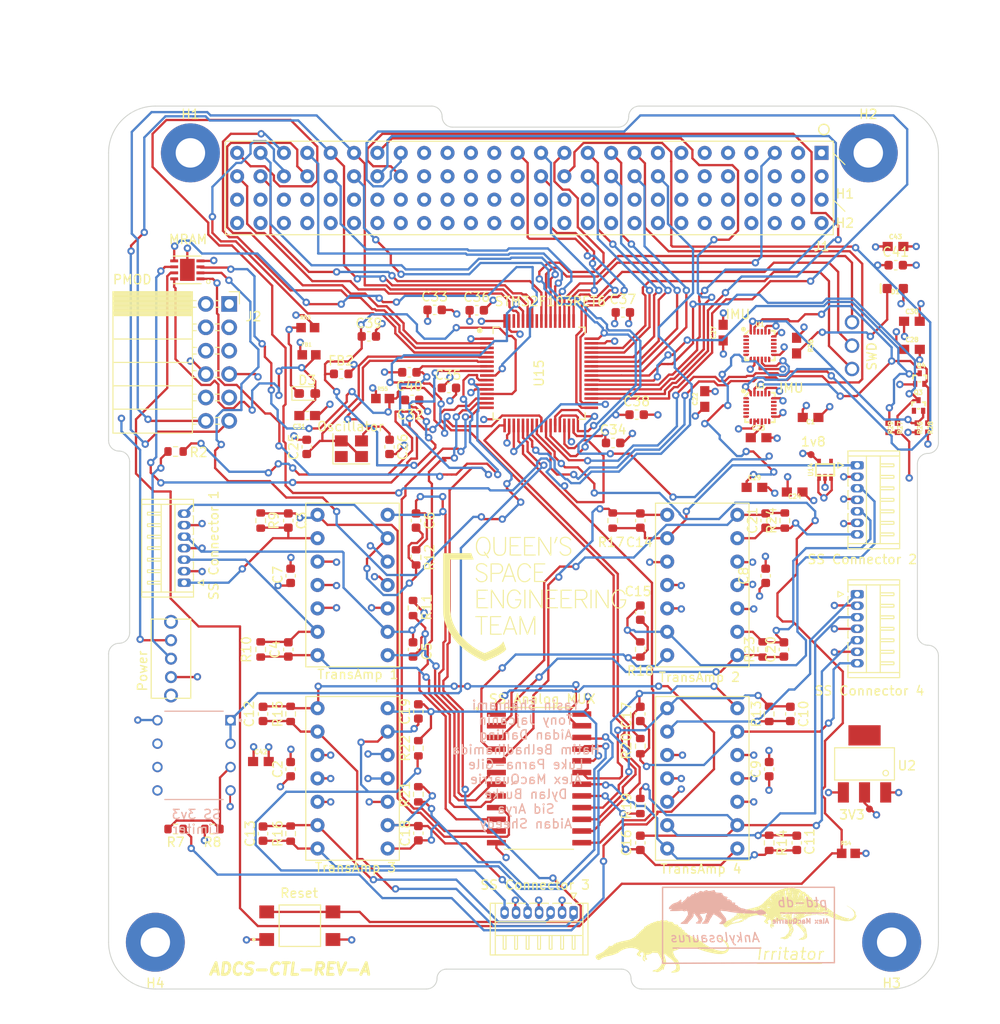
<source format=kicad_pcb>
(kicad_pcb (version 20211014) (generator pcbnew)
  (layers (0 "F.Cu" signal) (1 "In1.Cu" power "GND") (2 "In2.Cu" power "+5V") (31 "B.Cu" signal) (34 "B.Paste" user) (35 "F.Paste" user) (36 "B.SilkS" user "B.Silkscreen") (37 "F.SilkS" user "F.Silkscreen") (38 "B.Mask" user) (39 "F.Mask" user) (44 "Edge.Cuts" user))
  (net 0 "")
  (net 9 "PC10")
  (net 20 "PA6")
  (net 21 "PA7")
  (net 22 "PA8")
  (net 23 "PA9")
  (net 24 "PA10")
  (net 25 "PA11")
  (net 26 "PA12")
  (net 27 "PB10")
  (net 28 "PB0")
  (net 29 "PA15")
  (net 30 "PB12")
  (net 31 "PB13")
  (net 41 "PB14")
  (net 42 "PB15")
  (net 43 "PC6")
  (net 44 "PC7")
  (net 45 "Net-(J1-Pad41)")
  (net 46 "PB1")
  (net 47 "Net-(J1-Pad43)")
  (net 48 "PC11")
  (net 49 "PC12")
  (net 50 "PC13")
  (net 51 "PC14")
  (net 52 "PC15")
  (net 53 "PD2")
  (net 54 "PB4")
  (net 55 "PB11")
  (net 56 "PB8")
  (net 61 "GND")
  (net 65 "+5V")
  (net 67 "+3V3")
  (net 70 "1.8V")
  (net 80 "/SCL{slash}SCLK")
  (net 81 "IMU_SCL")
  (net 96 "/SDA{slash}SDI")
  (net 98 "IMU_SDA")
  (net 106 "PB2")
  (net 107 "PB5")
  (net 110 "Net-(C23-Pad1)")
  (net 116 "Net-(C29-Pad1)")
  (net 121 "Net-(D1-PadC)")
  (net 122 "Net-(C31-Pad2)")
  (net 123 "GPIO1")
  (net 124 "SPI1_SCK")
  (net 125 "SPI1_MOSI")
  (net 126 "GPIO2")
  (net 127 "SPI1_MISO")
  (net 128 "SPI1_NSS")
  (net 129 "Net-(D3-Pad1)")
  (net 130 "PD2_O2")
  (net 131 "PD4_O3")
  (net 132 "Net-(C17-Pad2)")
  (net 133 "Net-(C18-Pad1)")
  (net 134 "PD3_O3")
  (net 135 "Net-(C19-Pad2)")
  (net 136 "Net-(C20-Pad1)")
  (net 137 "PD3_O2")
  (net 138 "PD4_O2")
  (net 139 "Net-(C21-Pad2)")
  (net 140 "Net-(C16-Pad1)")
  (net 141 "PD3_O4")
  (net 142 "MuxOut_1")
  (net 143 "Net-(R7-Pad2)")
  (net 144 "Net-(C3-Pad1)")
  (net 145 "PD1_O1")
  (net 146 "PD2_O1")
  (net 147 "Net-(C5-Pad1)")
  (net 148 "PD3_O1")
  (net 149 "PD4_O1")
  (net 150 "Net-(C6-Pad2)")
  (net 151 "Net-(C10-Pad1)")
  (net 152 "PD1_O4")
  (net 153 "PD2_O4")
  (net 154 "Net-(C12-Pad1)")
  (net 155 "PD1_O3")
  (net 156 "PD2_O3")
  (net 157 "Net-(C14-Pad1)")
  (net 158 "PD1_O2")
  (net 159 "MuxS0")
  (net 160 "MuxS1")
  (net 161 "MuxS3")
  (net 162 "MuxS2")
  (net 163 "MuxEnable")
  (net 164 "/SW_BOOT0")
  (net 165 "RCC_OSC_IN")
  (net 166 "RCC_OSC_OUT")
  (net 167 "/BOOT0")
  (net 168 "/NRST")
  (net 169 "+3.3VA")
  (net 170 "MuxOut")
  (net 171 "SYS_JTMS-SWDIO")
  (net 172 "PB9")
  (net 173 "SYS_JTDO-TRACESWO")
  (net 174 "SYS_JTCK-SWCLK")
  (net 186 "PD4_O4")
  (net 187 "Net-(C15-Pad1)")
  (net 188 "Net-(C4-Pad1)")
  (net 189 "Net-(C11-Pad1)")
  (net 190 "Net-(C13-Pad1)")
  (footprint "STM32_Breakout:SON65P300X300X95-8N" (layer "F.Cu") (at 117.775 64.775 180)
    (fp_text reference "U16" hide)
    (fp_text value "MR25H10MDF")
  )
  (footprint "Capacitor_SMD:C_0603_1608Metric" (layer "F.Cu") (at 141.9 75.9 180)
    (fp_text reference "C32")
    (fp_text value "100nF")
  )
  (footprint "Connector_Hirose:Hirose_DF13-07P-1.25DS_1x07_P1.25mm_Horizontal" (layer "F.Cu") (at 190.5675 86 -90)
    (fp_text reference "U4" hide)
    (fp_text value "DF13-7P-1.25DS(20)")
  )
  (footprint "MountingHole:MountingHole_3.2mm_M3_Pad_TopBottom" (layer "F.Cu") (at 191.77 52.07)
    (fp_text reference "H2")
    (fp_text value "MountingHole_Pad")
  )
  (footprint "STM32_Breakout:CAPC1608X90" (layer "F.Cu") (at 130.8 80.6 180)
    (fp_text reference "C31")
    (fp_text value "100nF")
  )
  (footprint "SparkFun_IMU_Breakout_ICM-20948:0603" (layer "F.Cu") (at 185.5 80.8 180)
    (fp_text reference "C1")
    (fp_text value "1.0uF")
  )
  (footprint "SparkFun_IMU_Breakout_ICM-20948:0603" (layer "F.Cu") (at 196.508 70.358)
    (fp_text reference "C30")
    (fp_text value "1.0uF")
  )
  (footprint "SparkFun_IMU_Breakout_ICM-20948:LED-0603" (layer "F.Cu") (at 194.703 66.802 180)
    (fp_text reference "D1")
    (fp_text value "RED")
  )
  (footprint "SparkFun_IMU_Breakout_ICM-20948:PAD.03X.03" (layer "F.Cu") (at 191.897 123.327)
    (fp_text reference "TP2" hide)
    (fp_text value "3V3")
  )
  (footprint "Resistor_SMD:R_0603_1608Metric" (layer "F.Cu") (at 180.3 106 90)
    (fp_text reference "R23")
    (fp_text value "5.76k")
  )
  (footprint "Capacitor_SMD:C_0603_1608Metric" (layer "F.Cu") (at 165.1 69.4)
    (fp_text reference "C37")
    (fp_text value "100nF")
  )
  (footprint "Footprints_QSAT:1x3_Connector_Female" (layer "F.Cu") (at 184.92 73 90)
    (fp_text reference "J3" hide)
    (fp_text value "Conn_01x03_Female")
  )
  (footprint "Resistor_SMD:R_0603_1608Metric" (layer "F.Cu") (at 164 92 -90)
    (fp_text reference "R17")
    (fp_text value "5.76k")
  )
  (footprint "SparkFun_IMU_Breakout_ICM-20948:0603" (layer "F.Cu") (at 174 78.8 90)
    (fp_text reference "C22")
    (fp_text value "0.1uF")
  )
  (footprint "Capacitor_SMD:C_0603_1608Metric" (layer "F.Cu") (at 142.63 92 90)
    (fp_text reference "C6")
    (fp_text value "180pF")
  )
  (footprint "MountingHole:MountingHole_3.2mm_M3_Pad_TopBottom" (layer "F.Cu") (at 118.11 52.07)
    (fp_text reference "H1")
    (fp_text value "MountingHole_Pad")
  )
  (footprint "Capacitor_SMD:C_0603_1608Metric" (layer "F.Cu") (at 142.2 78.9)
    (fp_text reference "C40")
    (fp_text value "1uF")
  )
  (footprint "Resistor_SMD:R_0603_1608Metric" (layer "F.Cu") (at 116.5 125.5 180)
    (fp_text reference "R7")
    (fp_text value "1Meg")
  )
  (footprint "Capacitor_SMD:C_0603_1608Metric" (layer "F.Cu") (at 142.3 106 90)
    (fp_text reference "C5")
    (fp_text value "180pF")
  )
  (footprint "Capacitor_SMD:C_0603_1608Metric" (layer "F.Cu") (at 142.88 125.955 90)
    (fp_text reference "C18")
    (fp_text value "180pF")
  )
  (footprint "Capacitor_SMD:C_0603_1608Metric" (layer "F.Cu") (at 167 92 -90)
    (fp_text reference "C14")
    (fp_text value "180pF")
  )
  (footprint "SparkFun_IMU_Breakout_ICM-20948:QFN24-3X3" (layer "F.Cu") (at 180 79.717)
    (fp_text reference "U3")
    (fp_text value "9DoF IMU")
  )
  (footprint "Footprints_QSAT:QFP50P1200X1200X160-64N" (layer "F.Cu") (at 156 76)
    (fp_text reference "U15")
    (fp_text value "STM32F103RET6")
  )
  (footprint "STM32_Breakout:RESC1607X60N" (layer "F.Cu") (at 139 78.75 180)
    (fp_text reference "R55")
    (fp_text value "10k")
  )
  (footprint "Capacitor_SMD:C_0603_1608Metric" (layer "F.Cu") (at 128.75 92 -90)
    (fp_text reference "C3")
    (fp_text value "180pF")
  )
  (footprint "Footprints_QSAT:1825232-1" (layer "F.Cu") (at 116 107 90)
    (fp_text reference "U17" hide)
    (fp_text value "1825232-1")
  )
  (footprint "SparkFun_IMU_Breakout_ICM-20948:QFN24-3X3" (layer "F.Cu") (at 180 73)
    (fp_text reference "U1")
    (fp_text value "9DoF IMU")
  )
  (footprint "MountingHole:MountingHole_3.2mm_M3_Pad_TopBottom" (layer "F.Cu") (at 114.3 137.795)
    (fp_text reference "H4")
    (fp_text value "MountingHole_Pad")
  )
  (footprint "Resistor_SMD:R_0603_1608Metric" (layer "F.Cu") (at 167 106 -90)
    (fp_text reference "R18")
    (fp_text value "5.76k")
  )
  (footprint "STM32_Breakout:RESC1607X60N" (layer "F.Cu") (at 130.87 71.05)
    (fp_text reference "R53")
    (fp_text value "2k2")
  )
  (footprint "Capacitor_SMD:C_0603_1608Metric" (layer "F.Cu") (at 126 113 -90)
    (fp_text reference "C12")
    (fp_text value "180pF")
  )
  (footprint "Capacitor_SMD:C_0603_1608Metric" (layer "F.Cu") (at 167 102 90)
    (fp_text reference "C15")
    (fp_text value "180pF")
  )
  (footprint "Capacitor_SMD:C_0603_1608Metric" (layer "F.Cu") (at 194.75181 64.265384)
    (fp_text reference "C41")
    (fp_text value "1uF")
  )
  (footprint "Connector_Hirose:Hirose_DF13-07P-1.25DS_1x07_P1.25mm_Horizontal" (layer "F.Cu") (at 190.5675 100 -90)
    (fp_text reference "U7" hide)
    (fp_text value "DF13-7P-1.25DS(20)")
  )
  (footprint "SparkFun_IMU_Breakout_ICM-20948:SC70" (layer "F.Cu") (at 187.071 86.487)
    (fp_text reference "U14")
    (fp_text value "1.8V/100mA")
  )
  (footprint "Capacitor_SMD:C_0603_1608Metric" (layer "F.Cu") (at 129 98 90)
    (fp_text reference "C7")
    (fp_text value "100nF")
  )
  (footprint "Capacitor_SMD:C_0603_1608Metric" (layer "F.Cu") (at 180.62 98 90)
    (fp_text reference "C8")
    (fp_text value "100nF")
  )
  (footprint "SparkFun_IMU_Breakout_ICM-20948:SOT-416FL" (layer "F.Cu") (at 197.231 78.977)
    (fp_text reference "Q3")
    (fp_text value "20V/0.2A/8MHz/1.2Ω/1Vth")
  )
  (footprint "Capacitor_SMD:C_0603_1608Metric" (layer "F.Cu") (at 149.225 69.16)
    (fp_text reference "C36")
    (fp_text value "100nF")
  )
  (footprint "Footprints_QSAT:BU33SA5WGWZ-E2" (layer "F.Cu") (at 191.362 118.426)
    (fp_text reference "U2")
    (fp_text value "BU33SA5WGWZ-E2")
  )
  (footprint "Resistor_SMD:R_0603_1608Metric" (layer "F.Cu") (at 182.7 92 90)
    (fp_text reference "R24")
    (fp_text value "5.76k")
  )
  (footprint "Footprints_QSAT:SOIC127P1030X265-24N" (layer "F.Cu") (at 156 120)
    (fp_text reference "U9" hide)
    (fp_text value "CD74HC4067M96")
  )
  (footprint "Capacitor_SMD:C_0603_1608Metric" (layer "F.Cu") (at 129 119 90)
    (fp_text reference "C2")
    (fp_text value "100nF")
  )
  (footprint "Capacitor_SMD:C_0603_1608Metric" (layer "F.Cu") (at 182.6 106 90)
    (fp_text reference "C20")
    (fp_text value "180pF")
  )
  (footprint "Capacitor_SMD:C_0603_1608Metric" (layer "F.Cu") (at 144.65 69.12)
    (fp_text reference "C33")
    (fp_text value "10uF")
  )
  (footprint "SparkFun_IMU_Breakout_ICM-20948:0603" (layer "F.Cu") (at 183.769 88.9 180)
    (fp_text reference "C24")
    (fp_text value "1.0uF")
  )
  (footprint "Capacitor_SMD:C_0603_1608Metric" (layer "F.Cu") (at 137.5 72)
    (fp_text reference "C39")
    (fp_text value "10nF")
  )
  (footprint "Resistor_SMD:R_0603_1608Metric" (layer "F.Cu") (at 129 113 -90)
    (fp_text reference "R15")
    (fp_text value "5.76k")
  )
  (footprint "Capacitor_SMD:C_0603_1608Metric" (layer "F.Cu") (at 167 127 90)
    (fp_text reference "C16")
    (fp_text value "180pF")
  )
  (footprint "Resistor_SMD:R_0603_1608Metric" (layer "F.Cu") (at 129 126 -90)
    (fp_text reference "R16")
    (fp_text value "5.76k")
  )
  (footprint "SparkFun_IMU_Breakout_ICM-20948:0603" (layer "F.Cu") (at 196.5164 73.4064)
    (fp_text reference "C28")
    (fp_text value "0.1uF")
  )
  (footprint "Capacitor_SMD:C_0603_1608Metric" (layer "F.Cu") (at 139.75 84 -90)
    (fp_text reference "C26")
    (fp_text value "10pF")
  )
  (footprint "Resistor_SMD:R_0603_1608Metric" (layer "F.Cu") (at 181 127 -90)
    (fp_text reference "R14")
    (fp_text value "5.76k")
  )
  (footprint "Capacitor_SMD:C_0603_1608Metric" (layer "F.Cu") (at 130.75 84 90)
    (fp_text reference "C25")
    (fp_text value "10pF")
  )
  (footprint "LOGO" (layer "F.Cu") (at 183.261 134.747)
    (fp_text reference "G***")
    (fp_text value "LOGO" hide)
  )
  (footprint "Resistor_SMD:R_0603_1608Metric" (layer "F.Cu") (at 167 116.5 90)
    (fp_text reference "R20")
    (fp_text value "5.76k")
  )
  (footprint "Connector_Hirose:Hirose_DF13-07P-1.25DS_1x07_P1.25mm_Horizontal" (layer "F.Cu") (at 117.4325 98.75 90)
    (fp_text reference "U5" hide)
    (fp_text value "DF13-7P-1.25DS(20)")
  )
  (footprint "Connector_Hirose:Hirose_DF13-07P-1.25DS_1x07_P1.25mm_Horizontal" (layer "F.Cu") (at 159.75 134.5675 180)
    (fp_text reference "U6" hide)
    (fp_text value "DF13-7P-1.25DS(20)")
  )
  (footprint "Resistor_SMD:R_0603_1608Metric" (layer "F.Cu") (at 142.88 116.73 90)
    (fp_text reference "R22")
    (fp_text value "5.76k")
  )
  (footprint "SparkFun_IMU_Breakout_ICM-20948:0402-TIGHT" (layer "F.Cu") (at 198.247 81.915 -90)
    (fp_text reference "R28")
    (fp_text value "2.2k")
  )
  (footprint "pc104-connector:pc104-connector" (layer "F.Cu") (at 156.21 54.61 -90)
    (fp_text reference "J1")
    (fp_text value "PC104_Connector")
  )
  (footprint "SparkFun_IMU_Breakout_ICM-20948:0603" (layer "F.Cu") (at 194.73 62.23)
    (fp_text reference "C43")
    (fp_text value "10uF")
  )
  (footprint "LED_SMD:LED_0603_1608Metric_Pad1.05x0.95mm_HandSolder" (layer "F.Cu") (at 130.8 78.2)
    (fp_text reference "D3")
    (fp_text value "RED")
  )
  (footprint "Resistor_SMD:R_0603_1608Metric" (layer "F.Cu") (at 142.3 101.5 90)
    (fp_text reference "R11")
    (fp_text value "5.76k")
  )
  (footprint "Capacitor_SMD:C_0603_1608Metric" (layer "F.Cu") (at 126 126 90)
    (fp_text reference "C13")
    (fp_text value "180pF")
  )
  (footprint "Resistor_SMD:R_0603_1608Metric" (layer "F.Cu") (at 125.75 92 -90)
    (fp_text reference "R9")
    (fp_text value "5.76k")
  )
  (footprint "SparkFun_IMU_Breakout_ICM-20948:PAD.03X.03" (layer "F.Cu") (at 185.547 84.836)
    (fp_text reference "TP1" hide)
    (fp_text value "1.8V")
  )
  (footprint "Resistor_SMD:R_0603_1608Metric" (layer "F.Cu") (at 120.5 125.5 180)
    (fp_text reference "R8")
    (fp_text value "2Meg")
  )
  (footprint "SparkFun_IMU_Breakout_ICM-20948:0402-TIGHT" (layer "F.Cu") (at 193.929 81.915 -90)
    (fp_text reference "R29")
    (fp_text value "2.2k")
  )
  (footprint "Resistor_SMD:R_0603_1608Metric" (layer "F.Cu") (at 181 113 -90)
    (fp_text reference "R13")
    (fp_text value "5.76k")
  )
  (footprint "Inductor_SMD:L_0603_1608Metric" (layer "F.Cu") (at 134.493 76.073)
    (fp_text reference "FB2")
    (fp_text value "FerriteBead")
  )
  (footprint "Resistor_SMD:R_0603_1608Metric" (layer "F.Cu") (at 125.75 106 -90)
    (fp_text reference "R10")
    (fp_text value "5.76k")
  )
  (footprint "MountingHole:MountingHole_3.2mm_M3_Pad_TopBottom" (layer "F.Cu") (at 194.31 137.795)
    (fp_text reference "H3")
    (fp_text value "MountingHole_Pad")
  )
  (footprint "Capacitor_SMD:C_0603_1608Metric" (layer "F.Cu") (at 167 113 90)
    (fp_text reference "C17")
    (fp_text value "180pF")
  )
  (footprint "STM32_Breakout:RESC1607X60N" (layer "F.Cu") (at 189.611 128.143)
    (fp_text reference "R54")
    (fp_text value "10k")
  )
  (footprint "Resistor_SMD:R_0603_1608Metric" (layer "F.Cu") (at 142.88 121.73 90)
    (fp_text reference "R21")
    (fp_text value "5.76k")
  )
  (footprint "Capacitor_SMD:C_0603_1608Metric" (layer "F.Cu") (at 184 127 90)
    (fp_text reference "C11")
    (fp_text value "180pF")
  )
  (footprint "Capacitor_SMD:C_0603_1608Metric" (layer "F.Cu") (at 146.2 77.6)
    (fp_text reference "C35")
    (fp_text value "100nF")
  )
  (footprint "LOGO" (layer "F.Cu") (at 155.575 100.33)
    (fp_text reference "G***" hide)
    (fp_text value "LOGO" hide)
  )
  (footprint "Capacitor_SMD:C_0603_1608Metric" (layer "F.Cu") (at 128.75 106 90)
    (fp_text reference "C4")
    (fp_text value "180pF")
  )
  (footprint "Capacitor_SMD:C_0603_1608Metric" (layer "F.Cu") (at 180.62 92 90)
    (fp_text reference "C21")
    (fp_text value "180pF")
  )
  (footprint "Resistor_SMD:R_0603_1608Metric" (layer "F.Cu") (at 116.5 84.5)
    (fp_text reference "R2")
    (fp_text value "10k")
  )
  (footprint "SparkFun_IMU_Breakout_ICM-20948:0402-TIGHT" (layer "F.Cu") (at 197.104 81.915 -90)
    (fp_text reference "R26")
    (fp_text value "2.2k")
  )
  (footprint "SparkFun_IMU_Breakout_ICM-20948:0603" (layer "F.Cu") (at 179.4 88.4)
    (fp_text reference "C29")
    (fp_text value "0.1uF")
  )
  (footprint "SparkFun_IMU_Breakout_ICM-20948:0603" (layer "F.Cu") (at 176 71.589 90)
    (fp_text reference "C27")
    (fp_text value "1.0uF")
  )
  (footprint "Capacitor_SMD:C_0603_1608Metric" (layer "F.Cu") (at 166.6 80.5)
    (fp_text reference "C38")
    (fp_text value "100nF")
  )
  (footprint "Resistor_SMD:R_0603_1608Metric" (layer "F.Cu") (at 167 123 90)
    (fp_text reference "R19")
    (fp_text value "5.76k")
  )
  (footprint "SparkFun_IMU_Breakout_ICM-20948:0603" (layer "F.Cu") (at 183.98 73 -90)
    (fp_text reference "R36")
    (fp_text value "220")
  )
  (footprint "Capacitor_SMD:C_0603_1608Metric" (layer "F.Cu") (at 142.88 112.73 90)
    (fp_text reference "C19")
    (fp_text value "180pF")
  )
  (footprint "Capacitor_SMD:C_0603_1608Metric" (layer "F.Cu") (at 164.04 83.57)
    (fp_text reference "C34")
    (fp_text value "100nF")
  )
  (footprint "LOGO" (layer "F.Cu") (at 169.418 138.303)
    (fp_text reference "G***")
    (fp_text value "LOGO" hide)
  )
  (footprint "SparkFun_IMU_Breakout_ICM-20948:SOT-416FL" (layer "F.Cu") (at 197.358 76.056)
    (fp_text reference "Q4")
    (fp_text value "20V/0.2A/8MHz/1.2Ω/1Vth")
  )
  (footprint "STM32_Breakout:INDUC1607X60N" (layer "F.Cu") (at 131 74)
    (fp_text reference "FB1")
    (fp_text value "100R @ 100 MHz")
  )
  (footprint "SparkFun_IMU_Breakout_ICM-20948:0402-TIGHT" (layer "F.Cu") (at 194.945 81.915 -90)
    (fp_text reference "R27")
    (fp_text value "2.2k")
  )
  (footprint "Footprints_QSAT:SW_TL3305CF260QG" (layer "F.Cu") (at 130 136)
    (fp_text reference "S1" hide)
    (fp_text value "TL3305CF260QG")
  )
  (footprint "Connector_PinSocket_2.54mm:PinSocket_2x06_P2.54mm_Horizontal" (layer "F.Cu") (at 122.325 68.475)
    (fp_text reference "J2")
    (fp_text value "PPTC062LJBN-RC")
  )
  (footprint "Crystal:Crystal_SMD_3225-4Pin_3.2x2.5mm" (layer "F.Cu") (at 135.6 84.2)
    (fp_text reference "Y1" hide)
    (fp_text value "Crystal_GND24")
  )
  (footprint "Resistor_SMD:R_0603_1608Metric" (layer "F.Cu") (at 142.63 96 90)
    (fp_text reference "R12")
    (fp_text value "5.76k")
  )
  (footprint "SparkFun_IMU_Breakout_ICM-20948:0603" (layer "F.Cu") (at 179.85 83)
    (fp_text reference "C23")
    (fp_text value "0.1uF")
  )
  (footprint "SparkFun_IMU_Breakout_ICM-20948:0603" (layer "F.Cu") (at 125.769 118.17)
    (fp_text reference "C42")
    (fp_text value "10uF")
  )
  (footprint "Capacitor_SMD:C_0603_1608Metric" (layer "F.Cu") (at 183.3 113 -90)
    (fp_text reference "C10")
    (fp_text value "180pF")
  )
  (footprint "Capacitor_SMD:C_0603_1608Metric" (layer "F.Cu") (at 181 119 90)
    (fp_text reference "C9")
    (fp_text value "100nF")
  )
  (footprint "Footprints_QSAT:Op-Amp" (layer "B.Cu") (at 167.38 121.27 -90)
    (fp_text reference "U11" hide)
    (fp_text value "Op-Amp")
  )
  (footprint "Footprints_QSAT:DIP794W45P254L959H508Q8" (layer "B.Cu") (at 118.5 117.5 180)
    (fp_text reference "U8" hide)
    (fp_text value "LM358")
  )
  (footprint "Footprints_QSAT:Op-Amp" (layer "B.Cu") (at 167.38 100.27 -90)
    (fp_text reference "U13" hide)
    (fp_text value "Op-Amp")
  )
  (footprint "Footprints_QSAT:Op-Amp" (layer "B.Cu") (at 129.38 100.27 -90)
    (fp_text reference "U10" hide)
    (fp_text value "Op-Amp")
  )
  (footprint "LOGO" (layer "B.Cu") (at 175.26 134.112 180)
    (fp_text reference "G***" hide)
    (fp_text value "LOGO" hide)
  )
  (footprint "Footprints_QSAT:Op-Amp" (layer "B.Cu") (at 129.38 121.27 -90)
    (fp_text reference "U12" hide)
    (fp_text value "Op-Amp")
  )
  (gr_line (start 122.428 123.063) (end 122.428 121.539) (layer "F.Cu") (width 0.2))
  (gr_line (start 187.325 134.62) (end 182.245 134.62) (layer "B.SilkS") (width 0.15))
  (gr_line (start 169.418 140.081) (end 188.087 140.0175) (layer "B.SilkS") (width 0.15))
  (gr_line (start 188.087 140.0175) (end 188.087 131.826) (layer "B.SilkS") (width 0.15))
  (gr_line (start 169.418 131.826) (end 169.418 140.081) (layer "B.SilkS") (width 0.15))
  (gr_line (start 170.561 138.43) (end 180.086 138.43) (layer "B.SilkS") (width 0.15))
  (gr_line (start 188.087 131.826) (end 169.418 131.826) (layer "B.SilkS") (width 0.15))
  (gr_line (start 179.705 140.081) (end 186.69 140.081) (layer "F.SilkS") (width 0.15))
  (gr_circle (center 186.944 49.53) (end 187.452 49.276) (layer "F.SilkS") (width 0.15) (fill none))
  (gr_arc (start 109.22 52.07) (mid 110.707898 48.477898) (end 114.3 46.99) (layer "Edge.Cuts") (width 0.1))
  (gr_arc (start 144.318223 46.99) (mid 145.126446 47.324777) (end 145.461223 48.133) (layer "Edge.Cuts") (width 0.1))
  (gr_line (start 199.39 83.566) (end 199.39 52.07) (layer "Edge.Cuts") (width 0.1))
  (gr_arc (start 198.247 105.537) (mid 199.055223 105.871777) (end 199.39 106.68) (layer "Edge.Cuts") (width 0.1))
  (gr_arc (start 110.363 84.455) (mid 111.171223 84.789777) (end 111.506 85.598) (layer "Edge.Cuts") (width 0.1))
  (gr_arc (start 109.22 106.472223) (mid 109.554777 105.664) (end 110.363 105.329223) (layer "Edge.Cuts") (width 0.1))
  (gr_line (start 146.604223 49.276) (end 164.592 49.276) (layer "Edge.Cuts") (width 0.1))
  (gr_arc (start 199.39 137.795) (mid 197.902102 141.387102) (end 194.31 142.875) (layer "Edge.Cuts") (width 0.1))
  (gr_arc (start 199.39 83.566) (mid 199.055223 84.374223) (end 198.247 84.709) (layer "Edge.Cuts") (width 0.1))
  (gr_line (start 114.3 46.99) (end 144.318223 46.99) (layer "Edge.Cuts") (width 0.1))
  (gr_line (start 109.22 106.472223) (end 109.22 137.795) (layer "Edge.Cuts") (width 0.1))
  (gr_arc (start 165.735 48.133) (mid 165.400223 48.941223) (end 164.592 49.276) (layer "Edge.Cuts") (width 0.1))
  (gr_arc (start 197.104 85.852) (mid 197.438777 85.043777) (end 198.247 84.709) (layer "Edge.Cuts") (width 0.1))
  (gr_arc (start 165.735 48.133) (mid 166.069777 47.324777) (end 166.878 46.99) (layer "Edge.Cuts") (width 0.1))
  (gr_line (start 166.878 46.99) (end 194.31 46.99) (layer "Edge.Cuts") (width 0.1))
  (gr_arc (start 167.132 142.875) (mid 166.323777 142.540223) (end 165.989 141.732) (layer "Edge.Cuts") (width 0.1))
  (gr_arc (start 144.907 141.732) (mid 145.20458 141.01358) (end 145.923 140.716) (layer "Edge.Cuts") (width 0.1))
  (gr_line (start 167.132 142.875) (end 194.31 142.875) (layer "Edge.Cuts") (width 0.1))
  (gr_line (start 197.104 104.394) (end 197.104 85.852) (layer "Edge.Cuts") (width 0.1))
  (gr_line (start 199.39 137.795) (end 199.39 106.68) (layer "Edge.Cuts") (width 0.1))
  (gr_line (start 114.3 142.875) (end 143.764 142.875) (layer "Edge.Cuts") (width 0.1))
  (gr_line (start 145.923 140.716) (end 164.973 140.716) (layer "Edge.Cuts") (width 0.1))
  (gr_arc (start 164.973 140.716) (mid 165.69142 141.01358) (end 165.989 141.732) (layer "Edge.Cuts") (width 0.1))
  (gr_arc (start 144.907 141.732) (mid 144.572223 142.540223) (end 143.764 142.875) (layer "Edge.Cuts") (width 0.1))
  (gr_arc (start 146.604223 49.276) (mid 145.796 48.941223) (end 145.461223 48.133) (layer "Edge.Cuts") (width 0.1))
  (gr_line (start 111.506 85.598) (end 111.506 104.186223) (layer "Edge.Cuts") (width 0.1))
  (gr_arc (start 111.506 104.186223) (mid 111.171223 104.994446) (end 110.363 105.329223) (layer "Edge.Cuts") (width 0.1))
  (gr_line (start 109.22 52.07) (end 109.22 83.312) (layer "Edge.Cuts") (width 0.1))
  (gr_arc (start 114.3 142.875) (mid 110.707898 141.387102) (end 109.22 137.795) (layer "Edge.Cuts") (width 0.1))
  (gr_arc (start 194.31 46.99) (mid 197.902102 48.477898) (end 199.39 52.07) (layer "Edge.Cuts") (width 0.1))
  (gr_arc (start 198.247 105.537) (mid 197.438777 105.202223) (end 197.104 104.394) (layer "Edge.Cuts") (width 0.1))
  (gr_arc (start 110.363 84.455) (mid 109.554777 84.120223) (end 109.22 83.312) (layer "Edge.Cuts") (width 0.1))
  (gr_text "Yasin Shahrami\nTony Jajcanin\nAidan Darling\nHatim Belhadjhamida\nLuke Parna-Gile\nAlex MacQuarrie\nDylan Burke\nSid Arya\nAidan Sheedy" (at 154.559 118.491) (layer "B.SilkS") (effects (font (size 1 1)) (justify mirror)))
  (gr_text "Ankylosaurus" (at 175.133 137.287) (layer "B.SilkS") (effects (font (size 1 1) (thickness 0.15) italic) (justify mirror)))
  (gr_text "SS 3v3\nLimiter" (at 118.745 124.714) (layer "B.SilkS") (effects (font (size 1 1)) (justify mirror)))
  (gr_text "ptd-db" (at 184.658 133.477) (layer "B.SilkS") (effects (font (size 1 1) (thickness 0.15) italic) (justify mirror)))
  (gr_text "Alex MacQuarrie" (at 184.404 135.509) (layer "B.SilkS") (effects (font (size 0.508 0.508) (thickness 0.127)) (justify mirror)))
  (gr_text "Reset" (at 129.921 132.461) (layer "F.SilkS") (effects (font (size 1 1))))
  (gr_text "MRAM" (at 117.856 61.468) (layer "F.SilkS") (effects (font (size 1 1))))
  (gr_text "Power" (at 112.903 108.331 90) (layer "F.SilkS") (effects (font (size 1 1))))
  (gr_text "SWD" (at 192.151 74.168 90) (layer "F.SilkS") (effects (font (size 1 1))))
  (gr_text "ADCS-CTL-REV-A" (at 128.905 140.716) (layer "F.SilkS") (effects (font (size 1.27 1.27) (thickness 0.3175) italic)))
  (gr_text "Irritator" (at 183.261 139.065) (layer "F.SilkS") (effects (font (size 1.27 1.27) (thickness 0.15) italic)))
  (gr_text "Oscillator" (at 135.509 81.788) (layer "F.SilkS") (effects (font (size 1 1))))
  (gr_text "SS Analog MUX" (at 156.337 111.379) (layer "F.SilkS") (effects (font (size 1 1))))
  (gr_text "1v8" (at 185.801 83.439) (layer "F.SilkS") (effects (font (size 1 1))))
  (segment (start 158.75 67.917603) (end 160.417603 66.25) (width 0.25) (layer "F.Cu") (net 9))
  (segment (start 164.5 64) (end 179.5 64) (width 0.25) (layer "F.Cu") (net 9))
  (segment (start 158.75 70.33) (end 158.75 67.917603) (width 0.25) (layer "F.Cu") (net 9))
  (segment (start 160.417603 66.25) (end 162.25 66.25) (width 0.25) (layer "F.Cu") (net 9))
  (segment (start 162.25 66.25) (end 164.5 64) (width 0.25) (layer "F.Cu") (net 9))
  (via (at 179.5 64) (size 0.8) (drill 0.4) (layers "F.Cu" "B.Cu") (net 9))
  (segment (start 179.5 64) (end 180.157 63.343) (width 0.25) (layer "B.Cu") (net 9))
  (segment (start 180.157 53.523) (end 181.61 52.07) (width 0.25) (layer "B.Cu") (net 9))
  (segment (start 180.157 63.343) (end 180.157 53.523) (width 0.25) (layer "B.Cu") (net 9))
  (segment (start 155.25 83.363604) (end 155.25 83.75) (width 0.25) (layer "F.Cu") (net 20))
  (segment (start 155.25 83.9754) (end 155.6373 84.3627) (width 0.25) (layer "F.Cu") (net 20))
  (segment (start 154.75 82.863604) (end 155.25 83.363604) (width 0.25) (layer "F.Cu") (net 20))
  (segment (start 155.25 83.75) (end 155.25 83.9754) (width 0.25) (layer "F.Cu") (net 20))
  (segment (start 154.75 81.67) (end 154.75 82.863604) (width 0.25) (layer "F.Cu") (net 20))
  (via (at 155.6373 84.3627) (size 0.8) (drill 0.4) (layers "F.Cu" "B.Cu") (net 20))
  (segment (start 161.675903 86.687701) (end 164.675903 86.687701) (width 0.25) (layer "B.Cu") (net 20))
  (segment (start 159.062604 87.512701) (end 159.487299 87.937396) (width 0.25) (layer "B.Cu") (net 20))
  (segment (start 170.737299 73.711994) (end 169 71.974695) (width 0.25) (layer "B.Cu") (net 20))
  (segment (start 172.4 81.6) (end 172.4 78.887042) (width 0.25) (layer "B.Cu") (net 20))
  (segment (start 158.868198 87.512701) (end 159.062604 87.512701) (width 0.25) (layer "B.Cu") (net 20))
  (segment (start 166.613604 84.75) (end 169.25 84.75) (width 0.25) (layer "B.Cu") (net 20))
  (segment (start 157.687299 86.331802) (end 158.868198 87.512701) (width 0.25) (layer "B.Cu") (net 20))
  (segment (start 172.725 67.300305) (end 172.725 62.502251) (width 0.25) (layer "B.Cu") (net 20))
  (segment (start 170.737299 75.387396) (end 170.737299 73.711994) (width 0.25) (layer "B.Cu") (net 20))
  (segment (start 169 71.974695) (end 169 71.025305) (width 0.25) (layer "B.Cu") (net 20))
  (segment (start 170 55.7) (end 168.91 54.61) (width 0.25) (layer "B.Cu") (net 20))
  (segment (start 156.0246 84.75) (end 156.936299 84.75) (width 0.25) (layer "B.Cu") (net 20))
  (segment (start 169 71.025305) (end 172.725 67.300305) (width 0.25) (layer "B.Cu") (net 20))
  (segment (start 160.426208 87.937396) (end 161.675903 86.687701) (width 0.25) (layer "B.Cu") (net 20))
  (segment (start 156.936299 84.75) (end 157.687299 85.501) (width 0.25) (layer "B.Cu") (net 20))
  (segment (start 172.725 62.502251) (end 170 59.777251) (width 0.25) (layer "B.Cu") (net 20))
  (segment (start 172.57392 78.713122) (end 172.57392 77.224017) (width 0.25) (layer "B.Cu") (net 20))
  (segment (start 172.57392 77.224017) (end 170.737299 75.387396) (width 0.25) (layer "B.Cu") (net 20))
  (segment (start 169.25 84.75) (end 172.4 81.6) (width 0.25) (layer "B.Cu") (net 20))
  (segment (start 164.675903 86.687701) (end 166.613604 84.75) (width 0.25) (layer "B.Cu") (net 20))
  (segment (start 159.487299 87.937396) (end 160.426208 87.937396) (width 0.25) (layer "B.Cu") (net 20))
  (segment (start 172.4 78.887042) (end 172.57392 78.713122) (width 0.25) (layer "B.Cu") (net 20))
  (segment (start 170 59.777251) (end 170 55.7) (width 0.25) (layer "B.Cu") (net 20))
  (segment (start 155.6373 84.3627) (end 156.0246 84.75) (width 0.25) (layer "B.Cu") (net 20))
  (segment (start 157.687299 85.501) (end 157.687299 86.331802) (width 0.25) (layer "B.Cu") (net 20))
  (segment (start 173.361737 76.9) (end 175.013799 76.9) (width 0.25) (layer "F.Cu") (net 21))
  (segment (start 176.386701 77.2995) (end 176.832112 76.854089) (width 0.25) (layer "F.Cu") (net 21))
  (segment (start 175.013799 76.9) (end 175.413299 77.2995) (width 0.25) (layer "F.Cu") (net 21))
  (segment (start 155.25 82.727208) (end 155.25 81.67) (width 0.25) (layer "F.Cu") (net 21))
  (segment (start 167.5 53.2) (end 166.37 52.07) (width 0.25) (layer "F.Cu") (net 21))
  (segment (start 157.237299 86.288006) (end 157.237299 84.714507) (width 0.25) (layer "F.Cu") (net 21))
  (segment (start 181.992992 76.724886) (end 182.966394 76.724886) (width 0.25) (layer "F.Cu") (net 21))
  (segment (start 171.84892 78.412817) (end 173.361737 76.9) (width 0.25) (layer "F.Cu") (net 21))
  (segment (start 187.449695 77.0005) (end 190.7495 77.0005) (width 0.25) (layer "F.Cu") (net 21))
  (segment (start 191.1124 64.1124) (end 189.75 62.75) (width 0.25) (layer "F.Cu") (net 21))
  (segment (start 159.762299 87) (end 157.949293 87) (width 0.25) (layer "F.Cu") (net 21))
  (segment (start 175.413299 77.2995) (end 176.386701 77.2995) (width 0.25) (layer "F.Cu") (net 21))
  (segment (start 179.330307 76.854089) (end 179.733396 76.451) (width 0.25) (layer "F.Cu") (net 21))
  (segment (start 179.733396 76.451) (end 181.719106 76.451) (width 0.25) (layer "F.Cu") (net 21))
  (segment (start 167.5 60.183251) (end 167.5 53.2) (width 0.25) (layer "F.Cu") (net 21))
  (segment (start 157.237299 84.714507) (end 155.25 82.727208) (width 0.25) (layer "F.Cu") (net 21))
  (segment (start 186.776195 76.327) (end 187.449695 77.0005) (width 0.25) (layer "F.Cu") (net 21))
  (segment (start 183.36428 76.327) (end 186.776195 76.327) (width 0.25) (layer "F.Cu") (net 21))
  (segment (start 189.75 62.75) (end 170.066749 62.75) (width 0.25) (layer "F.Cu") (net 21))
  (segment (start 182.966394 76.724886) (end 183.36428 76.327) (width 0.25) (layer "F.Cu") (net 21))
  (segment (start 181.719106 76.451) (end 181.992992 76.724886) (width 0.25) (layer "F.Cu") (net 21))
  (segment (start 191.1124 76.6376) (end 191.1124 64.1124) (width 0.25) (layer "F.Cu") (net 21))
  (segment (start 157.949293 87) (end 157.237299 86.288006) (width 0.25) (layer "F.Cu") (net 21))
  (segment (start 170.066749 62.75) (end 167.5 60.183251) (width 0.25) (layer "F.Cu") (net 21))
  (segment (start 190.7495 77.0005) (end 191.1124 76.6376) (width 0.25) (layer "F.Cu") (net 21))
  (segment (start 176.832112 76.854089) (end 179.330307 76.854089) (width 0.25) (layer "F.Cu") (net 21))
  (via (at 159.762299 87) (size 0.8) (drill 0.4) (layers "F.Cu" "B.Cu") (net 21))
  (via (at 171.84892 78.412817) (size 0.8) (drill 0.4) (layers "F.Cu" "B.Cu") (net 21))
  (segment (start 161.489507 86.237701) (end 160.244754 87.482455) (width 0.25) (layer "B.Cu") (net 21))
  (segment (start 164.489507 86.237701) (end 161.489507 86.237701) (width 0.25) (layer "B.Cu") (net 21))
  (segment (start 171.8 81.563604) (end 169.063604 84.3) (width 0.25) (layer "B.Cu") (net 21))
  (segment (start 171.8 78.461737) (end 171.8 81.563604) (width 0.25) (layer "B.Cu") (net 21))
  (segment (start 166.427208 84.3) (end 164.489507 86.237701) (width 0.25) (layer "B.Cu") (net 21))
  (segment (start 169.063604 84.3) (end 166.427208 84.3) (width 0.25) (layer "B.Cu") (net 21))
  (segment (start 171.84892 78.412817) (end 171.8 78.461737) (width 0.25) (layer "B.Cu") (net 21))
  (segment (start 160.244754 87.482455) (end 159.762299 87) (width 0.25) (layer "B.Cu") (net 21))
  (segment (start 171.75 71.25) (end 172 71) (width 0.25) (layer "F.Cu") (net 22))
  (segment (start 167.25 75.75) (end 171.75 71.25) (width 0.25) (layer "F.Cu") (net 22))
  (segment (start 172 71) (end 172 67) (width 0.25) (layer "F.Cu") (net 22))
  (segment (start 161.67 75.75) (end 167.25 75.75) (width 0.25) (layer "F.Cu") (net 22))
  (via (at 172 67) (size 0.8) (drill 0.4) (layers "F.Cu" "B.Cu") (net 22))
  (segment (start 167.457 55.697) (end 166.37 54.61) (width 0.25) (layer "B.Cu") (net 22))
  (segment (start 172 67) (end 172 66.75) (width 0.25) (layer "B.Cu") (net 22))
  (segment (start 167.457 62.207) (end 167.457 55.697) (width 0.25) (layer "B.Cu") (net 22))
  (segment (start 172 66.75) (end 167.457 62.207) (width 0.25) (layer "B.Cu") (net 22))
  (segment (start 164.917 53.157) (end 163.83 52.07) (width 0.25) (layer "F.Cu") (net 23))
  (segment (start 164.917 60.867096) (end 164.917 53.157) (width 0.25) (layer "F.Cu") (net 23))
  (segment (start 171 71.136396) (end 171 67) (width 0.25) (layer "F.Cu") (net 23))
  (segment (start 161.67 75.25) (end 166.886396 75.25) (width 0.25) (layer "F.Cu") (net 23))
  (segment (start 166.024952 61.975048) (end 164.917 60.867096) (width 0.25) (layer "F.Cu") (net 23))
  (segment (start 166.886396 75.25) (end 171 71.136396) (width 0.25) (layer "F.Cu") (net 23))
  (via (at 166.024952 61.975048) (size 0.8) (drill 0.4) (layers "F.Cu" "B.Cu") (net 23))
  (via (at 171 67) (size 0.8) (drill 0.4) (layers "F.Cu" "B.Cu") (net 23))
  (segment (start 166.024952 61.999647) (end 166.024952 61.975048) (width 0.25) (layer "B.Cu") (net 23))
  (segment (start 171 67) (end 171 66.974695) (width 0.25) (layer "B.Cu") (net 23))
  (segment (start 171 66.974695) (end 166.024952 61.999647) (width 0.25) (layer "B.Cu") (net 23))
  (segment (start 166.75 74.75) (end 169 72.5) (width 0.25) (layer "F.Cu") (net 24))
  (segment (start 170 67.025305) (end 170 67) (width 0.25) (layer "F.Cu") (net 24))
  (segment (start 169 68.025305) (end 170 67.025305) (width 0.25) (layer "F.Cu") (net 24))
  (segment (start 169 72.5) (end 169 68.025305) (width 0.25) (layer "F.Cu") (net 24))
  (segment (start 161.67 74.75) (end 166.75 74.75) (width 0.25) (layer "F.Cu") (net 24))
  (via (at 170 67) (size 0.8) (drill 0.4) (layers "F.Cu" "B.Cu") (net 24))
  (segment (start 164.917 55.697) (end 163.83 54.61) (width 0.25) (layer "B.Cu") (net 24))
  (segment (start 164.917 61.891695) (end 164.917 55.697) (width 0.25) (layer "B.Cu") (net 24))
  (segment (start 170 67) (end 170 66.974695) (width 0.25) (layer "B.Cu") (net 24))
  (segment (start 170 66.974695) (end 164.917 61.891695) (width 0.25) (layer "B.Cu") (net 24))
  (segment (start 168.725 67.300305) (end 168.725 67.275) (width 0.25) (layer "F.Cu") (net 25))
  (segment (start 162.377 53.157) (end 161.29 52.07) (width 0.25) (layer "F.Cu") (net 25))
  (segment (start 162.377 60.352402) (end 162.377 53.157) (width 0.25) (layer "F.Cu") (net 25))
  (segment (start 161.67 74.25) (end 166.25 74.25) (width 0.25) (layer "F.Cu") (net 25))
  (segment (start 168.5 72) (end 168.5 67.525305) (width 0.25) (layer "F.Cu") (net 25))
  (segment (start 168.725 67.275) (end 169 67) (width 0.25) (layer "F.Cu") (net 25))
  (segment (start 164.012299 61.987701) (end 162.377 60.352402) (width 0.25) (layer "F.Cu") (net 25))
  (segment (start 166.25 74.25) (end 168.5 72) (width 0.25) (layer "F.Cu") (net 25))
  (segment (start 168.5 67.525305) (end 168.725 67.300305) (width 0.25) (layer "F.Cu") (net 25))
  (via (at 169 67) (size 0.8) (drill 0.4) (layers "F.Cu" "B.Cu") (net 25))
  (via (at 164.012299 61.987701) (size 0.8) (drill 0.4) (layers "F.Cu" "B.Cu") (net 25))
  (segment (start 169 67) (end 169 66.974695) (width 0.25) (layer "B.Cu") (net 25))
  (segment (start 169 66.974695) (end 164.013006 61.987701) (width 0.25) (layer "B.Cu") (net 25))
  (segment (start 164.013006 61.987701) (end 164.012299 61.987701) (width 0.25) (layer "B.Cu") (net 25))
  (segment (start 167 72) (end 168 71) (width 0.25) (layer "F.Cu") (net 26))
  (segment (start 161.67 73.75) (end 165.25 73.75) (width 0.25) (layer "F.Cu") (net 26))
  (segment (start 165.25 73.75) (end 167 72) (width 0.25) (layer "F.Cu") (net 26))
  (segment (start 168 71) (end 168 67) (width 0.25) (layer "F.Cu") (net 26))
  (via (at 168 67) (size 0.8) (drill 0.4) (layers "F.Cu" "B.Cu") (net 26))
  (segment (start 162.377 61.377) (end 162.377 55.697) (width 0.25) (layer "B.Cu") (net 26))
  (segment (start 162.377 55.697) (end 161.29 54.61) (width 0.25) (layer "B.Cu") (net 26))
  (segment (start 168 67) (end 162.377 61.377) (width 0.25) (layer "B.Cu") (net 26))
  (segment (start 161.321798 82.29) (end 160.215 82.29) (width 0.25) (layer "F.Cu") (net 27))
  (segment (start 163 62.937251) (end 160.203 60.140251) (width 0.25) (layer "F.Cu") (net 27))
  (segment (start 158.25 80.836862) (end 158.25 81.67) (width 0.25) (layer "F.Cu") (net 27))
  (segment (start 161.930899 81.680899) (end 161.321798 82.29) (width 0.25) (layer "F.Cu") (net 27))
  (segment (start 160.013138 80.6) (end 158.486862 80.6) (width 0.25) (layer "F.Cu") (net 27))
  (segment (start 160.203 57) (end 159.266 56.063) (width 0.25) (layer "F.Cu") (net 27))
  (segment (start 156.0255 65.762299) (end 156.0255 64.9745) (width 0.25) (layer "F.Cu") (net 27))
  (segment (start 157 64) (end 158.25 64) (width 0.25) (layer "F.Cu") (net 27))
  (segment (start 158.486862 80.6) (end 158.25 80.836862) (width 0.25) (layer "F.Cu") (net 27))
  (segment (start 157.663 53.157) (end 158.75 52.07) (width 0.25) (layer "F.Cu") (net 27))
  (segment (start 156.0255 64.9745) (end 157 64) (width 0.25) (layer "F.Cu") (net 27))
  (segment (start 159.266 56.063) (end 158.563 56.063) (width 0.25) (layer "F.Cu") (net 27))
  (segment (start 159.25 65) (end 162 65) (width 0.25) (layer "F.Cu") (net 27))
  (segment (start 158.563 56.063) (end 157.663 55.163) (width 0.25) (layer "F.Cu") (net 27))
  (segment (start 157.663 55.163) (end 157.663 53.157) (width 0.25) (layer "F.Cu") (net 27))
  (segment (start 160.215 82.29) (end 160.215 80.801862) (width 0.25) (layer "F.Cu") (net 27))
  (segment (start 158.25 64) (end 159.25 65) (width 0.25) (layer "F.Cu") (net 27))
  (segment (start 160.215 80.801862) (end 160.013138 80.6) (width 0.25) (layer "F.Cu") (net 27))
  (segment (start 162 65) (end 163 64) (width 0.25) (layer "F.Cu") (net 27))
  (segment (start 160.203 60.140251) (end 160.203 57) (width 0.25) (layer "F.Cu") (net 27))
  (segment (start 163 64) (end 163 62.937251) (width 0.25) (layer "F.Cu") (net 27))
  (via (at 156.0255 65.762299) (size 0.8) (drill 0.4) (layers "F.Cu" "B.Cu") (net 27))
  (via (at 161.930899 81.680899) (size 0.8) (drill 0.4) (layers "F.Cu" "B.Cu") (net 27))
  (segment (start 158.254435 68.5) (end 160.1 68.5) (width 0.25) (layer "B.Cu") (net 27))
  (segment (start 162.925 71.099695) (end 162.925 71.325) (width 0.25) (layer "B.Cu") (net 27))
  (segment (start 162.075 70.475) (end 162.300305 70.475) (width 0.25) (layer "B.Cu") (net 27))
  (segment (start 162.925 71.325) (end 163.4 71.8) (width 0.25) (layer "B.Cu") (net 27))
  (segment (start 165.663604 71.8) (end 166.5 72.636396) (width 0.25) (layer "B.Cu") (net 27))
  (segment (start 160.1 68.5) (end 162.075 70.475) (width 0.25) (layer "B.Cu") (net 27))
  (segment (start 162.300305 70.475) (end 162.925 71.099695) (width 0.25) (layer "B.Cu") (net 27))
  (segment (start 166.5 72.636396) (end 166.5 77.3) (width 0.25) (layer "B.Cu") (net 27))
  (segment (start 163.4 71.8) (end 165.663604 71.8) (width 0.25) (layer "B.Cu") (net 27))
  (segment (start 166.5 77.3) (end 162.119101 81.680899) (width 0.25) (layer "B.Cu") (net 27))
  (segment (start 162.119101 81.680899) (end 161.930899 81.680899) (width 0.25) (layer "B.Cu") (net 27))
  (segment (start 156.574549 66.311348) (end 156.574549 66.820114) (width 0.25) (layer "B.Cu") (net 27))
  (segment (start 156.574549 66.820114) (end 158.254435 68.5) (width 0.25) (layer "B.Cu") (net 27))
  (segment (start 156.0255 65.762299) (end 156.574549 66.311348) (width 0.25) (layer "B.Cu") (net 27))
  (segment (start 182.179388 76.274886) (end 182.779998 76.274886) (width 0.25) (layer "F.Cu") (net 28))
  (segment (start 170.8495 78.350597) (end 172.800097 76.4) (width 0.25) (layer "F.Cu") (net 28))
  (segment (start 176.200305 76.8495) (end 176.645716 76.404089) (width 0.25) (layer "F.Cu") (net 28))
  (segment (start 156.75 82.954416) (end 156.75 81.67) (width 0.25) (layer "F.Cu") (net 28))
  (segment (start 172.800097 76.4) (end 175.150195 76.4) (width 0.25) (layer "F.Cu") (net 28))
  (segment (start 175.599695 76.8495) (end 176.200305 76.8495) (width 0.25) (layer "F.Cu") (net 28))
  (segment (start 190.387299 62.362701) (end 190.274598 62.25) (width 0.25) (layer "F.Cu") (net 28))
  (segment (start 182.779998 76.274886) (end 183.235884 75.819) (width 0.25) (layer "F.Cu") (net 28))
  (segment (start 159.837 53.523) (end 158.75 54.61) (width 0.25) (layer "F.Cu") (net 28))
  (segment (start 170.8495 78.4) (end 170.8495 78.350597) (width 0.25) (layer "F.Cu") (net 28))
  (segment (start 170.363 62.113) (end 170.363 52.993) (width 0.25) (layer "F.Cu") (net 28))
  (segment (start 170.36 52.99) (end 170.36 51.982749) (width 0.25) (layer "F.Cu") (net 28))
  (segment (start 181.905502 76.001) (end 182.179388 76.274886) (width 0.25) (layer "F.Cu") (net 28))
  (segment (start 160.839749 50.983) (end 159.837 51.985749) (width 0.25) (layer "F.Cu") (net 28))
  (segment (start 178.484911 76.404089) (end 178.599 76.29) (width 0.25) (layer "F.Cu") (net 28))
  (segment (start 161.2755 85.5) (end 161.2255 85.45) (width 0.25) (layer "F.Cu") (net 28))
  (segment (start 161.2255 85.45) (end 159.245584 85.45) (width 0.25) (layer "F.Cu") (net 28))
  (segment (start 183.235884 75.819) (end 187.2935 75.819) (width 0.25) (layer "F.Cu") (net 28))
  (segment (start 187.2935 75.819) (end 187.75 76.2755) (width 0.25) (layer "F.Cu") (net 28))
  (segment (start 159.837 51.985749) (end 159.837 53.523) (width 0.25) (layer "F.Cu") (net 28))
  (segment (start 169.360251 50.983) (end 160.839749 50.983) (width 0.25) (layer "F.Cu") (net 28))
  (segment (start 179.547 76.001) (end 181.905502 76.001) (width 0.25) (layer "F.Cu") (net 28))
  (segment (start 159.245584 85.45) (end 156.75 82.954416) (width 0.25) (layer "F.Cu") (net 28))
  (segment (start 190.274598 62.25) (end 170.5 62.25) (width 0.25) (layer "F.Cu") (net 28))
  (segment (start 176.645716 76.404089) (end 178.484911 76.404089) (width 0.25) (layer "F.Cu") (net 28))
  (segment (start 170.5 62.25) (end 170.363 62.113) (width 0.25) (layer "F.Cu") (net 28))
  (segment (start 175.150195 76.4) (end 175.599695 76.8495) (width 0.25) (layer "F.Cu") (net 28))
  (segment (start 178.599 76.29) (end 179.258 76.29) (width 0.25) (layer "F.Cu") (net 28))
  (segment (start 179.258 76.29) (end 179.547 76.001) (width 0.25) (layer "F.Cu") (net 28))
  (segment (start 170.363 52.993) (end 170.36 52.99) (width 0.25) (layer "F.Cu") (net 28))
  (segment (start 170.36 51.982749) (end 169.360251 50.983) (width 0.25) (layer "F.Cu") (net 28))
  (via (at 190.387299 62.362701) (size 0.8) (drill 0.4) (layers "F.Cu" "B.Cu") (net 28))
  (via (at 161.2755 85.5) (size 0.8) (drill 0.4) (layers "F.Cu" "B.Cu") (net 28))
  (via (at 187.75 76.2755) (size 0.8) (drill 0.4) (layers "F.Cu" "B.Cu") (net 28))
  (via (at 170.8495 78.4) (size 0.8) (drill 0.4) (layers "F.Cu" "B.Cu") (net 28))
  (segment (start 170.8495 78.4) (end 170.969467 78.519967) (width 0.25) (layer "B.Cu") (net 28))
  (segment (start 198.501 70.476402) (end 190.387299 62.362701) (width 0.25) (layer "B.Cu") (net 28))
  (segment (start 198.501 82.296) (end 198.501 70.476402) (width 0.25) (layer "B.Cu") (net 28))
  (segment (start 170.969467 78.519967) (end 170.969467 81.757741) (width 0.25) (layer "B.Cu") (net 28))
  (segment (start 168.877208 83.85) (end 166.240812 83.85) (width 0.25) (layer "B.Cu") (net 28))
  (segment (start 194.31 83.575305) (end 195.025695 84.291) (width 0.25) (layer "B.Cu") (net 28))
  (segment (start 187.75 76.2755) (end 194.31 82.8355) (width 0.25) (layer "B.Cu") (net 28))
  (segment (start 195.025695 84.291) (end 196.506 84.291) (width 0.25) (layer "B.Cu") (net 28))
  (segment (start 166.240812 83.85) (end 164.590812 85.5) (width 0.25) (layer "B.Cu") (net 28))
  (segment (start 170.969467 81.757741) (end 168.877208 83.85) (width 0.25) (layer "B.Cu") (net 28))
  (segment (start 194.31 82.8355) (end 194.31 83.575305) (width 0.25) (layer "B.Cu") (net 28))
  (segment (start 196.506 84.291) (end 198.501 82.296) (width 0.25) (layer "B.Cu") (net 28))
  (segment (start 164.590812 85.5) (end 161.2755 85.5) (width 0.25) (layer "B.Cu") (net 28))
  (segment (start 162 67) (end 160.303999 67) (width 0.25) (layer "F.Cu") (net 29))
  (segment (start 159.25 68.053999) (end 159.25 70.33) (width 0.25) (layer "F.Cu") (net 29))
  (segment (start 160.303999 67) (end 159.25 68.053999) (width 0.25) (layer "F.Cu") (net 29))
  (via (at 162 67) (size 0.8) (drill 0.4) (layers "F.Cu" "B.Cu") (net 29))
  (segment (start 162 65.5) (end 157.297 60.797) (width 0.25) (layer "B.Cu") (net 29))
  (segment (start 162 67) (end 162 65.5) (width 0.25) (layer "B.Cu") (net 29))
  (segment (start 157.297 53.157) (end 156.21 52.07) (width 0.25) (layer "B.Cu") (net 29))
  (segment (start 157.297 60.797) (end 157.297 53.157) (width 0.25) (layer "B.Cu") (net 29))
  (segment (start 161.67 79.75) (end 160.613604 79.75) (width 0.25) (layer "F.Cu") (net 30))
  (segment (start 157.297 60.140251) (end 157.297 55.697) (width 0.25) (layer "F.Cu") (net 30))
  (segment (start 157.933749 60.777) (end 157.297 60.140251) (width 0.25) (layer "F.Cu") (net 30))
  (segment (start 161.975 62.788701) (end 159.963299 60.777) (width 0.25) (layer "F.Cu") (net 30))
  (segment (start 160.615466 71.335) (end 160.615466 68.661325) (width 0.25) (layer "F.Cu") (net 30))
  (segment (start 161.806772 63.718533) (end 161.975 63.550305) (width 0.25) (layer "F.Cu") (net 30))
  (segment (start 161.975 63.550305) (end 161.975 62.788701) (width 0.25) (layer "F.Cu") (net 30))
  (segment (start 162.486701 68.175) (end 163.661701 67) (width 0.25) (layer "F.Cu") (net 30))
  (segment (start 161.101791 68.175) (end 162.486701 68.175) (width 0.25) (layer "F.Cu") (net 30))
  (segment (start 160.615466 68.661325) (end 161.101791 68.175) (width 0.25) (layer "F.Cu") (net 30))
  (segment (start 159.963299 60.777) (end 157.933749 60.777) (width 0.25) (layer "F.Cu") (net 30))
  (segment (start 161.806772 64.08137) (end 161.806772 63.718533) (width 0.25) (layer "F.Cu") (net 30))
  (segment (start 160.613604 79.75) (end 160.05 79.186396) (width 0.25) (layer "F.Cu") (net 30))
  (segment (start 160.05 71.900466) (end 160.615466 71.335) (width 0.25) (layer "F.Cu") (net 30))
  (segment (start 160.05 79.186396) (end 160.05 71.900466) (width 0.25) (layer "F.Cu") (net 30))
  (segment (start 163.661701 67) (end 164.25 67) (width 0.25) (layer "F.Cu") (net 30))
  (segment (start 157.297 55.697) (end 156.21 54.61) (width 0.25) (layer "F.Cu") (net 30))
  (via (at 164.25 67) (size 0.8) (drill 0.4) (layers "F.Cu" "B.Cu") (net 30))
  (via (at 161.806772 64.08137) (size 0.8) (drill 0.4) (layers "F.Cu" "B.Cu") (net 30))
  (segment (start 161.806772 64.556772) (end 164.25 67) (width 0.25) (layer "B.Cu") (net 30))
  (segment (start 161.806772 64.08137) (end 161.806772 64.556772) (width 0.25) (layer "B.Cu") (net 30))
  (segment (start 154.757 61.217427) (end 154.757 53.157) (width 0.25) (layer "F.Cu") (net 31))
  (segment (start 160.75 79.25) (end 161.67 79.25) (width 0.25) (layer "F.Cu") (net 31))
  (segment (start 161.25 63.25) (end 161.25 62.700097) (width 0.25) (layer "F.Cu") (net 31))
  (segment (start 160.5 72.086862) (end 160.5 79) (width 0.25) (layer "F.Cu") (net 31))
  (segment (start 161.25 62.700097) (end 159.949903 61.4) (width 0.25) (layer "F.Cu") (net 31))
  (segment (start 164.550305 67.725) (end 163.573097 67.725) (width 0.25) (layer "F.Cu") (net 31))
  (segment (start 161.065466 68.925485) (end 161.065466 71.521396) (width 0.25) (layer "F.Cu") (net 31))
  (segment (start 161.365951 68.625) (end 161.065466 68.925485) (width 0.25) (layer "F.Cu") (net 31))
  (segment (start 161.065466 71.521396) (end 160.5 72.086862) (width 0.25) (layer "F.Cu") (net 31))
  (segment (start 162.673097 68.625) (end 161.365951 68.625) (width 0.25) (layer "F.Cu") (net 31))
  (segment (start 165.250497 67) (end 165.250497 67.024808) (width 0.25) (layer "F.Cu") (net 31))
  (segment (start 159.949903 61.4) (end 154.939573 61.4) (width 0.25) (layer "F.Cu") (net 31))
  (segment (start 160.5 79) (end 160.75 79.25) (width 0.25) (layer "F.Cu") (net 31))
  (segment (start 154.757 53.157) (end 153.67 52.07) (width 0.25) (layer "F.Cu") (net 31))
  (segment (start 154.939573 61.4) (end 154.757 61.217427) (width 0.25) (layer "F.Cu") (net 31))
  (segment (start 163.573097 67.725) (end 162.673097 68.625) (width 0.25) (layer "F.Cu") (net 31))
  (segment (start 165.250497 67.024808) (end 164.550305 67.725) (width 0.25) (layer "F.Cu") (net 31))
  (via (at 161.25 63.25) (size 0.8) (drill 0.4) (layers "F.Cu" "B.Cu") (net 31))
  (via (at 165.250497 67) (size 0.8) (drill 0.4) (layers "F.Cu" "B.Cu") (net 31))
  (segment (start 162 63.25) (end 161.25 63.25) (width 0.25) (layer "B.Cu") (net 31))
  (segment (start 165.250497 66.500497) (end 162 63.25) (width 0.25) (layer "B.Cu") (net 31))
  (segment (start 165.250497 67) (end 165.250497 66.500497) (width 0.25) (layer "B.Cu") (net 31))
  (segment (start 161.67 78.75) (end 170.125 78.75) (width 0.25) (layer "F.Cu") (net 41))
  (segment (start 170.669162 77.506337) (end 171.058071 77.506337) (width 0.25) (layer "F.Cu") (net 41))
  (segment (start 181.136396 66) (end 185.5 66) (width 0.25) (layer "F.Cu") (net 41))
  (segment (start 179.161396 67.975) (end 181.136396 66) (width 0.25) (layer "F.Cu") (net 41))
  (segment (start 174.7995 73.764908) (end 174.7995 69.5005) (width 0.25) (layer "F.Cu") (net 41))
  (segment (start 170.125 78.75) (end 170.125 78.050499) (width 0.25) (layer "F.Cu") (net 41))
  (segment (start 174.7995 69.5005) (end 176.325 67.975) (width 0.25) (layer "F.Cu") (net 41))
  (segment (start 170.125 78.050499) (end 170.669162 77.506337) (width 0.25) (layer "F.Cu") (net 41))
  (segment (start 176.325 67.975) (end 179.161396 67.975) (width 0.25) (layer "F.Cu") (net 41))
  (segment (start 171.058071 77.506337) (end 174.7995 73.764908) (width 0.25) (layer "F.Cu") (net 41))
  (via (at 185.5 66) (size 0.8) (drill 0.4) (layers "F.Cu" "B.Cu") (net 41))
  (segment (start 139.883 54.117) (end 140.97 53.03) (width 0.25) (layer "B.Cu") (net 41))
  (segment (start 140.97 53.03) (end 140.97 52.07) (width 0.25) (layer "B.Cu") (net 41))
  (segment (start 167 48) (end 165.25 49.75) (width 0.25) (layer "B.Cu") (net 41))
  (segment (start 139.883 54.867) (end 139.883 54.117) (width 0.25) (layer "B.Cu") (net 41))
  (segment (start 139.053 55.697) (end 139.883 54.867) (width 0.25) (layer "B.Cu") (net 41))
  (segment (start 196 49.5) (end 194.5 48) (width 0.25) (layer "B.Cu") (net 41))
  (segment (start 196 55.5) (end 196 49.5) (width 0.25) (layer "B.Cu") (net 41))
  (segment (start 185.5 66) (end 196 55.5) (width 0.25) (layer "B.Cu") (net 41))
  (segment (start 194.5 48) (end 167 48) (width 0.25) (layer "B.Cu") (net 41))
  (segment (start 165.25 49.75) (end 138.5 49.75) (width 0.25) (layer "B.Cu") (net 41))
  (segment (start 138.5 49.75) (end 137.25 51) (width 0.25) (layer "B.Cu") (net 41))
  (segment (start 137.25 54.967251) (end 137.979749 55.697) (width 0.25) (layer "B.Cu") (net 41))
  (segment (start 137.25 51) (end 137.25 54.967251) (width 0.25) (layer "B.Cu") (net 41))
  (segment (start 137.979749 55.697) (end 139.053 55.697) (width 0.25) (layer "B.Cu") (net 41))
  (segment (start 188.5 61.5) (end 188.5 59.962749) (width 0.25) (layer "F.Cu") (net 42))
  (segment (start 174.3495 73.578512) (end 174.3495 69.175805) (width 0.25) (layer "F.Cu") (net 42))
  (segment (start 169.675 77.864103) (end 170.482766 77.056337) (width 0.25) (layer "F.Cu") (net 42))
  (segment (start 137.343 51.619749) (end 137.343 52.886604) (width 0.25) (layer "F.Cu") (net 42))
  (segment (start 170.482766 77.056337) (end 170.871675 77.056337) (width 0.25) (layer "F.Cu") (net 42))
  (segment (start 169.675 78.25) (end 169.675 77.864103) (width 0.25) (layer "F.Cu") (net 42))
  (segment (start 170.871675 77.056337) (end 174.3495 73.578512) (width 0.25) (layer "F.Cu") (net 42))
  (segment (start 138.962749 50) (end 137.343 51.619749) (width 0.25) (layer "F.Cu") (net 42))
  (segment (start 187.140251 58.603) (end 185.603 58.603) (width 0.25) (layer "F.Cu") (net 42))
  (segment (start 161.67 78.25) (end 169.675 78.25) (width 0.25) (layer "F.Cu") (net 42))
  (segment (start 185.603 51.985749) (end 183.617251 50) (width 0.25) (layer "F.Cu") (net 42))
  (segment (start 185.603 58.603) (end 185.603 51.985749) (width 0.25) (layer "F.Cu") (net 42))
  (segment (start 188.5 59.962749) (end 187.140251 58.603) (width 0.25) (layer "F.Cu") (net 42))
  (segment (start 176.25 67.275305) (end 176.25 67.25) (width 0.25) (layer "F.Cu") (net 42))
  (segment (start 174.3495 69.175805) (end 176.25 67.275305) (width 0.25) (layer "F.Cu") (net 42))
  (segment (start 183.617251 50) (end 138.962749 50) (width 0.25) (layer "F.Cu") (net 42))
  (segment (start 137.343 52.886604) (end 137.979396 53.523) (width 0.25) (layer "F.Cu") (net 42))
  (segment (start 139.883 53.523) (end 140.97 54.61) (width 0.25) (layer "F.Cu") (net 42))
  (segment (start 137.979396 53.523) (end 139.883 53.523) (width 0.25) (layer "F.Cu") (net 42))
  (via (at 188.5 61.5) (size 0.8) (drill 0.4) (layers "F.Cu" "B.Cu") (net 42))
  (via (at 176.25 67.25) (size 0.8) (drill 0.4) (layers "F.Cu" "B.Cu") (net 42))
  (segment (start 184 65.5) (end 178 65.5) (width 0.25) (layer "B.Cu") (net 42))
  (segment (start 188.5 61.5) (end 188 61.5) (width 0.25) (layer "B.Cu") (net 42))
  (segment (start 188 61.5) (end 184 65.5) (width 0.25) (layer "B.Cu") (net 42))
  (segment (start 178 65.5) (end 176.25 67.25) (width 0.25) (layer "B.Cu") (net 42))
  (segment (start 175 61.5) (end 176.623251 61.5) (width 0.25) (layer "F.Cu") (net 43))
  (segment (start 170.685279 76.606337) (end 173.8995 73.392116) (width 0.25) (layer "F.Cu") (net 43))
  (segment (start 169.225 77.75) (end 169.225 77.677707) (width 0.25) (layer "F.Cu") (net 43))
  (segment (start 169.225 77.677707) (end 170.29637 76.606337) (width 0.25) (layer "F.Cu") (net 43))
  (segment (start 173.8995 73.392116) (end 173.8995 68.6005) (width 0.25) (layer "F.Cu") (net 43))
  (segment (start 140 50.5) (end 138.43 52.07) (width 0.25) (layer "F.Cu") (net 43))
  (segment (start 173.8995 68.6005) (end 174.75 67.75) (width 0.25) (layer "F.Cu") (net 43))
  (segment (start 172.658626 52.658626) (end 172.658626 51.741374) (width 0.25) (layer "F.Cu") (net 43))
  (segment (start 177.617 60.506251) (end 177.617 54.017) (width 0.25) (layer "F.Cu") (net 43))
  (segment (start 172.658626 51.741374) (end 171.417251 50.5) (width 0.25) (layer "F.Cu") (net 43))
  (segment (start 173.4 53.4) (end 172.658626 52.658626) (width 0.25) (layer "F.Cu") (net 43))
  (segment (start 176.623251 61.5) (end 177.617 60.506251) (width 0.25) (layer "F.Cu") (net 43))
  (segment (start 161.67 77.75) (end 169.225 77.75) (width 0.25) (layer "F.Cu") (net 43))
  (segment (start 171.417251 50.5) (end 140 50.5) (width 0.25) (layer "F.Cu") (net 43))
  (segment (start 170.29637 76.606337) (end 170.685279 76.606337) (width 0.25) (layer "F.Cu") (net 43))
  (segment (start 177 53.4) (end 173.4 53.4) (width 0.25) (layer "F.Cu") (net 43))
  (segment (start 177.617 54.017) (end 177 53.4) (width 0.25) (layer "F.Cu") (net 43))
  (via (at 175 61.5) (size 0.8) (drill 0.4) (layers "F.Cu" "B.Cu") (net 43))
  (via (at 174.75 67.75) (size 0.8) (drill 0.4) (layers "F.Cu" "B.Cu") (net 43))
  (segment (start 175 61.5) (end 173.25 63.25) (width 0.25) (layer "B.Cu") (net 43))
  (segment (start 173.25 63.25) (end 173.25 67.275305) (width 0.25) (layer "B.Cu") (net 43))
  (segment (start 173.724695 67.75) (end 174.75 67.75) (width 0.25) (layer "B.Cu") (net 43))
  (segment (start 173.25 67.275305) (end 173.724695 67.75) (width 0.25) (layer "B.Cu") (net 43))
  (segment (start 173.4495 72.050695) (end 173.4495 68.199695) (width 0.25) (layer "F.Cu") (net 44))
  (segment (start 170.498883 76.156337) (end 173.1745 73.48072) (width 0.25) (layer "F.Cu") (net 44))
  (segment (start 173.4 68.150195) (end 173.4 67.6) (width 0.25) (layer "F.Cu") (net 44))
  (segment (start 169.016311 77.25) (end 170.109974 76.156337) (width 0.25) (layer "F.Cu") (net 44))
  (segment (start 173.4 67.6) (end 174 67) (width 0.25) (layer "F.Cu") (net 44))
  (segment (start 173.4495 68.199695) (end 173.4 68.150195) (width 0.25) (layer "F.Cu") (net 44))
  (segment (start 173.1745 72.325695) (end 173.4495 72.050695) (width 0.25) (layer "F.Cu") (net 44))
  (segment (start 161.67 77.25) (end 169.016311 77.25) (width 0.25) (layer "F.Cu") (net 44))
  (segment (start 170.109974 76.156337) (end 170.498883 76.156337) (width 0.25) (layer "F.Cu") (net 44))
  (segment (start 173.1745 73.48072) (end 173.1745 72.325695) (width 0.25) (layer "F.Cu") (net 44))
  (via (at 174 67) (size 0.8) (drill 0.4) (layers "F.Cu" "B.Cu") (net 44))
  (segment (start 188.245 59.745) (end 188.245 50.995) (width 0.25) (layer "B.Cu") (net 44))
  (segment (start 139.517 50.733) (end 139.517 53.523) (width 0.25) (layer "B.Cu") (net 44))
  (segment (start 188.25 59.75) (end 188.245 59.745) (width 0.25) (layer "B.Cu") (net 44))
  (segment (start 140 50.25) (end 139.517 50.733) (width 0.25) (layer "B.Cu") (net 44))
  (segment (start 188.167251 59.75) (end 188.25 59.75) (width 0.25) (layer "B.Cu") (net 44))
  (segment (start 183.167251 64.75) (end 188.167251 59.75) (width 0.25) (layer "B.Cu") (net 44))
  (segment (start 139.517 53.523) (end 138.43 54.61) (width 0.25) (layer "B.Cu") (net 44))
  (segment (start 188.245 50.995) (end 187.5 50.25) (width 0.25) (layer "B.Cu") (net 44))
  (segment (start 174 67) (end 176.25 64.75) (width 0.25) (layer "B.Cu") (net 44))
  (segment (start 176.25 64.75) (end 183.167251 64.75) (width 0.25) (layer "B.Cu") (net 44))
  (segment (start 187.5 50.25) (end 140 50.25) (width 0.25) (layer "B.Cu") (net 44))
  (segment (start 137.0545 66.4495) (end 137.0545 53.2345) (width 0.25) (layer "F.Cu") (net 45))
  (segment (start 152.1 66.9) (end 139.847709 66.9) (width 0.25) (layer "F.Cu") (net 45))
  (segment (start 113.5 81) (end 113.675 81.175) (width 0.25) (layer "F.Cu") (net 45))
  (segment (start 113.675 81.175) (end 119.785 81.175) (width 0.25) (layer "F.Cu") (net 45))
  (segment (start 137.0545 53.2345) (end 135.89 52.07) (width 0.25) (layer "F.Cu") (net 45))
  (segment (start 152.975 67.775) (end 152.1 66.9) (width 0.25) (layer "F.Cu") (net 45))
  (segment (start 139.847709 66.9) (end 139.397209 66.4495) (width 0.25) (layer "F.Cu") (net 45))
  (segment (start 153.888799 67.775) (end 152.975 67.775) (width 0.25) (layer "F.Cu") (net 45))
  (segment (start 154.75 68.636201) (end 153.888799 67.775) (width 0.25) (layer "F.Cu") (net 45))
  (segment (start 139.397209 66.4495) (end 137.0545 66.4495) (width 0.25) (layer "F.Cu") (net 45))
  (segment (start 154.75 70.33) (end 154.75 68.636201) (width 0.25) (layer "F.Cu") (net 45))
  (via (at 113.5 81) (size 0.8) (drill 0.4) (layers "F.Cu" "B.Cu") (net 45))
  (segment (start 113.89 47.645) (end 119.942895 47.645) (width 0.25) (layer "B.Cu") (net 45))
  (segment (start 112.3 61.4) (end 111.74 60.84) (width 0.25) (layer "B.Cu") (net 45))
  (segment (start 131.82 48) (end 135.89 52.07) (width 0.25) (layer "B.Cu") (net 45))
  (segment (start 112.3 61.4) (end 112.387299 61.487299) (width 0.25) (layer "B.Cu") (net 45))
  (segment (start 112.387299 61.487299) (end 112.387299 79.887299) (width 0.25) (layer "B.Cu") (net 45))
  (segment (start 111.74 49.795) (end 113.89 47.645) (width 0.25) (layer "B.Cu") (net 45))
  (segment (start 111.74 60.84) (end 111.74 49.795) (width 0.25) (layer "B.Cu") (net 45))
  (segment (start 120.297895 48) (end 131.82 48) (width 0.25) (layer "B.Cu") (net 45))
  (segment (start 119.942895 47.645) (end 120.297895 48) (width 0.25) (layer "B.Cu") (net 45))
  (segment (start 112.387299 79.887299) (end 113.5 81) (width 0.25) (layer "B.Cu") (net 45))
  (segment (start 139.883 63.133) (end 138.25 61.5) (width 0.25) (layer "F.Cu") (net 46))
  (segment (start 141 65.25) (end 139.883 64.133) (width 0.25) (layer "F.Cu") (net 46))
  (segment (start 161 84) (end 160 85) (width 0.25) (layer "F.Cu") (net 46))
  (segment (start 159.43198 85) (end 157.25 82.81802) (width 0.25) (layer "F.Cu") (net 46))
  (segment (start 139.883 64.133) (end 139.883 63.133) (width 0.25) (layer "F.Cu") (net 46))
  (segment (start 157.25 82.81802) (end 157.25 81.67) (width 0.25) (layer "F.Cu") (net 46))
  (segment (start 160 85) (end 159.43198 85) (width 0.25) (layer "F.Cu") (net 46))
  (via (at 161 84) (size 0.8) (drill 0.4) (layers "F.Cu" "B.Cu") (net 46))
  (via (at 141 65.25) (size 0.8) (drill 0.4) (layers "F.Cu" "B.Cu") (net 46))
  (via (at 138.25 61.5) (size 0.8) (drill 0.4) (layers "F.Cu" "B.Cu") (net 46))
  (segment (start 165.85 71.35) (end 163.586396 71.35) (width 0.25) (layer "B.Cu") (net 46))
  (segment (start 136.977 55.697) (end 135.89 54.61) (width 0.25) (layer "B.Cu") (net 46))
  (segment (start 167 72.5) (end 165.85 71.35) (width 0.25) (layer "B.Cu") (net 46))
  (segment (start 162.655899 81.780497) (end 167 77.436396) (width 0.25) (layer "B.Cu") (net 46))
  (segment (start 157.024549 64.797536) (end 156.252013 64.025) (width 0.25) (layer "B.Cu") (net 46))
  (segment (start 163.586396 71.35) (end 163.375 71.138604) (width 0.25) (layer "B.Cu") (net 46))
  (segment (start 156.252013 64.025) (end 149.636701 64.025) (width 0.25) (layer "B.Cu") (net 46))
  (segment (start 167 77.436396) (end 167 72.5) (width 0.25) (layer "B.Cu") (net 46))
  (segment (start 149.636701 64.025) (end 148.411701 65.25) (width 0.25) (layer "B.Cu") (net 46))
  (segment (start 160.074477 67.838081) (end 158.228912 67.838081) (width 0.25) (layer "B.Cu") (net 46))
  (segment (start 162.655899 81.980497) (end 162.655899 81.780497) (width 0.25) (layer "B.Cu") (net 46))
  (segment (start 161 83.636396) (end 162.655899 81.980497) (width 0.25) (layer "B.Cu") (net 46))
  (segment (start 136.977 60.227) (end 136.977 55.697) (width 0.25) (layer "B.Cu") (net 46))
  (segment (start 138.25 61.5) (end 136.977 60.227) (width 0.25) (layer "B.Cu") (net 46))
  (segment (start 148.411701 65.25) (end 141 65.25) (width 0.25) (layer "B.Cu") (net 46))
  (segment (start 163.375 70.713299) (end 162.686701 70.025) (width 0.25) (layer "B.Cu") (net 46))
  (segment (start 157.024549 66.633718) (end 157.024549 64.797536) (width 0.25) (layer "B.Cu") (net 46))
  (segment (start 158.228912 67.838081) (end 157.024549 66.633718) (width 0.25) (layer "B.Cu") (net 46))
  (segment (start 161 84) (end 161 83.636396) (width 0.25) (layer "B.Cu") (net 46))
  (segment (start 162.686701 70.025) (end 162.261396 70.025) (width 0.25) (layer "B.Cu") (net 46))
  (segment (start 163.375 71.138604) (end 163.375 70.713299) (width 0.25) (layer "B.Cu") (net 46))
  (segment (start 162.261396 70.025) (end 160.074477 67.838081) (width 0.25) (layer "B.Cu") (net 46))
  (segment (start 134.803 64.303) (end 134.803 53.523) (width 0.25) (layer "F.Cu") (net 47))
  (segment (start 154.075195 67.325) (end 154.199695 67.4495) (width 0.25) (layer "F.Cu") (net 47))
  (segment (start 114.55 82.35) (end 113.2 83.7) (width 0.25) (layer "F.Cu") (net 47))
  (segment (start 140.034105 66.45) (end 152.286396 66.45) (width 0.25) (layer "F.Cu") (net 47))
  (segment (start 121.15 82.35) (end 114.55 82.35) (width 0.25) (layer "F.Cu") (net 47))
  (segment (start 152.286396 66.45) (end 153.161396 67.325) (width 0.25) (layer "F.Cu") (net 47))
  (segment (start 139.308605 65.7245) (end 140.034105 66.45) (width 0.25) (layer "F.Cu") (net 47))
  (segment (start 153.161396 67.325) (end 154.075195 67.325) (width 0.25) (layer "F.Cu") (net 47))
  (segment (start 111.662799 62.137201) (end 113.1 60.7) (width 0.25) (layer "F.Cu") (net 47))
  (segment (start 111.662799 62.738) (end 111.662799 62.137201) (width 0.25) (layer "F.Cu") (net 47))
  (segment (start 154.199695 67.4495) (end 154.588604 67.4495) (width 0.25) (layer "F.Cu") (net 47))
  (segment (start 136.25 65.75) (end 134.803 64.303) (width 0.25) (layer "F.Cu") (net 47))
  (segment (start 154.588604 67.4495) (end 155.25 68.110896) (width 0.25) (layer "F.Cu") (net 47))
  (segment (start 139.030257 65.7245) (end 139.308605 65.7245) (width 0.25) (layer "F.Cu") (net 47))
  (segment (start 122.325 81.175) (end 121.15 82.35) (width 0.25) (layer "F.Cu") (net 47))
  (segment (start 134.803 53.523) (end 133.35 52.07) (width 0.25) (layer "F.Cu") (net 47))
  (segment (start 155.25 68.110896) (end 155.25 70.33) (width 0.25) (layer "F.Cu") (net 47))
  (via (at 136.25 65.75) (size 0.8) (drill 0.4) (layers "F.Cu" "B.Cu") (net 47))
  (via (at 111.662799 62.738) (size 0.8) (drill 0.4) (layers "F.Cu" "B.Cu") (net 47))
  (via (at 113.1 60.7) (size 0.8) (drill 0.4) (layers "F.Cu" "B.Cu") (net 47))
  (via (at 113.2 83.7) (size 0.8) (drill 0.4) (layers "F.Cu" "B.Cu") (net 47))
  (via (at 139.030257 65.7245) (size 0.8) (drill 0.4) (layers "F.Cu" "B.Cu") (net 47))
  (segment (start 138.805757 65.5) (end 139.030257 65.7245) (width 0.25) (layer "B.Cu") (net 47))
  (segment (start 111.633 62.767799) (end 111.633 82.133) (width 0.25) (layer "B.Cu") (net 47))
  (segment (start 119.756499 48.095) (end 120.211499 48.55) (width 0.25) (layer "B.Cu") (net 47))
  (segment (start 113.1 50.4) (end 115.405 48.095) (width 0.25) (layer "B.Cu") (net 47))
  (segment (start 129.83 48.55) (end 133.35 52.07) (width 0.25) (layer "B.Cu") (net 47))
  (segment (start 136.5 65.5) (end 138.805757 65.5) (width 0.25) (layer "B.Cu") (net 47))
  (segment (start 120.211499 48.55) (end 129.83 48.55) (width 0.25) (layer "B.Cu") (net 47))
  (segment (start 111.662799 62.738) (end 111.633 62.767799) (width 0.25) (layer "B.Cu") (net 47))
  (segment (start 136.25 65.75) (end 136.5 65.5) (width 0.25) (layer "B.Cu") (net 47))
  (segment (start 115.405 48.095) (end 119.756499 48.095) (width 0.25) (layer "B.Cu") (net 47))
  (segment (start 111.633 82.133) (end 113.2 83.7) (width 0.25) (layer "B.Cu") (net 47))
  (segment (start 113.1 60.7) (end 113.1 50.4) (width 0.25) (layer "B.Cu") (net 47))
  (segment (start 158.25 67.392298) (end 158.529217 67.113081) (width 0.25) (layer "F.Cu") (net 48))
  (segment (start 158.25 70.33) (end 158.25 67.392298) (width 0.25) (layer "F.Cu") (net 48))
  (via (at 158.529217 67.113081) (size 0.8) (drill 0.4) (layers "F.Cu" "B.Cu") (net 48))
  (segment (start 152.486701 62.675) (end 148.336701 62.675) (width 0.25) (layer "B.Cu") (net 48))
  (segment (start 152.711701 62.45) (end 152.486701 62.675) (width 0.25) (layer "B.Cu") (net 48))
  (segment (start 158.529217 66.970783) (end 159.5 66) (width 0.25) (layer "B.Cu") (net 48))
  (segment (start 134.437 59.774251) (end 134.437 55.697) (width 0.25) (layer "B.Cu") (net 48))
  (segment (start 148.336701 62.675) (end 148.211701 62.55) (width 0.25) (layer "B.Cu") (net 48))
  (segment (start 159.5 65) (end 156.95 62.45) (width 0.25) (layer "B.Cu") (net 48))
  (segment (start 148.211701 62.55) (end 137.212749 62.55) (width 0.25) (layer "B.Cu") (net 48))
  (segment (start 159.5 66) (end 159.5 65) (width 0.25) (layer "B.Cu") (net 48))
  (segment (start 134.437 55.697) (end 133.35 54.61) (width 0.25) (layer "B.Cu") (net 48))
  (segment (start 158.529217 67.113081) (end 158.529217 66.970783) (width 0.25) (layer "B.Cu") (net 48))
  (segment (start 156.95 62.45) (end 152.711701 62.45) (width 0.25) (layer "B.Cu") (net 48))
  (segment (start 137.212749 62.55) (end 134.437 59.774251) (width 0.25) (layer "B.Cu") (net 48))
  (segment (start 157.75 66.557241) (end 158.093869 66.213372) (width 0.25) (layer "F.Cu") (net 49))
  (segment (start 157.75 70.33) (end 157.75 66.557241) (width 0.25) (layer "F.Cu") (net 49))
  (via (at 158.093869 66.213372) (size 0.8) (drill 0.4) (layers "F.Cu" "B.Cu") (net 49))
  (segment (start 156.499805 63) (end 152.798097 63) (width 0.25) (layer "B.Cu") (net 49))
  (segment (start 148.025305 63) (end 132 63) (width 0.25) (layer "B.Cu") (net 49))
  (segment (start 158.093869 66.213372) (end 158.474549 65.832692) (width 0.25) (layer "B.Cu") (net 49))
  (segment (start 152.673097 63.125) (end 148.150305 63.125) (width 0.25) (layer "B.Cu") (net 49))
  (segment (start 152.798097 63) (end 152.673097 63.125) (width 0.25) (layer "B.Cu") (net 49))
  (segment (start 132 63) (end 132 53.26) (width 0.25) (layer "B.Cu") (net 49))
  (segment (start 132 53.26) (end 130.81 52.07) (width 0.25) (layer "B.Cu") (net 49))
  (segment (start 148.150305 63.125) (end 148.025305 63) (width 0.25) (layer "B.Cu") (net 49))
  (segment (start 158.474549 64.974744) (end 156.499805 63) (width 0.25) (layer "B.Cu") (net 49))
  (segment (start 158.474549 65.832692) (end 158.474549 64.974744) (width 0.25) (layer "B.Cu") (net 49))
  (segment (start 150.33 72.75) (end 142.724695 72.75) (width 0.25) (layer "F.Cu") (net 50))
  (segment (start 138.474793 68.7255) (end 137.098793 67.3495) (width 0.25) (layer "F.Cu") (net 50))
  (segment (start 122.739749 60.777) (end 122.103 60.140251) (width 0.25) (layer "F.Cu") (net 50))
  (segment (start 129.723 53.523) (end 130.81 54.61) (width 0.25) (layer "F.Cu") (net 50))
  (segment (start 137.098793 67.3495) (end 135.51865 67.3495) (width 0.25) (layer "F.Cu") (net 50))
  (segment (start 135.51865 67.3495) (end 134.61915 66.45) (width 0.25) (layer "F.Cu") (net 50))
  (segment (start 142.724695 72.75) (end 141.275 71.300305) (width 0.25) (layer "F.Cu") (net 50))
  (segment (start 134.61915 66.45) (end 130.316353 66.45) (width 0.25) (layer "F.Cu") (net 50))
  (segment (start 141.275 71.300305) (end 141.275 70.575) (width 0.25) (layer "F.Cu") (net 50))
  (segment (start 139.4255 68.7255) (end 138.474793 68.7255) (width 0.25) (layer "F.Cu") (net 50))
  (segment (start 124.643353 60.777) (end 122.739749 60.777) (width 0.25) (layer "F.Cu") (net 50))
  (segment (start 128.983 50.983) (end 129.723 51.723) (width 0.25) (layer "F.Cu") (net 50))
  (segment (start 122.517 50.983) (end 128.983 50.983) (width 0.25) (layer "F.Cu") (net 50))
  (segment (start 122.103 51.397) (end 122.517 50.983) (width 0.25) (layer "F.Cu") (net 50))
  (segment (start 141.275 70.575) (end 139.4255 68.7255) (width 0.25) (layer "F.Cu") (net 50))
  (segment (start 130.316353 66.45) (end 124.643353 60.777) (width 0.25) (layer "F.Cu") (net 50))
  (segment (start 122.103 60.140251) (end 122.103 51.397) (width 0.25) (layer "F.Cu") (net 50))
  (segment (start 129.723 51.723) (end 129.723 53.523) (width 0.25) (layer "F.Cu") (net 50))
  (segment (start 138.162897 69.05) (end 138.288397 69.1755) (width 0.25) (layer "F.Cu") (net 51))
  (segment (start 137.856802 69.05) (end 138.162897 69.05) (width 0.25) (layer "F.Cu") (net 51))
  (segment (start 136.606302 67.7995) (end 137.856802 69.05) (width 0.25) (layer "F.Cu") (net 51))
  (segment (start 125.8 50) (end 122.5 50) (width 0.25) (layer "F.Cu") (net 51))
  (segment (start 122.5 50) (end 121.653 50.847) (width 0.25) (layer "F.Cu") (net 51))
  (segment (start 140.825 70.825) (end 140.825 71.486701) (width 0.25) (layer "F.Cu") (net 51))
  (segment (start 139.1755 69.1755) (end 140.825 70.825) (width 0.25) (layer "F.Cu") (net 51))
  (segment (start 140.825 71.486701) (end 142.588299 73.25) (width 0.25) (layer "F.Cu") (net 51))
  (segment (start 135.2995 67.7995) (end 136.606302 67.7995) (width 0.25) (layer "F.Cu") (net 51))
  (segment (start 121.653 50.847) (end 121.653 60.539396) (width 0.25) (layer "F.Cu") (net 51))
  (segment (start 134.5 67) (end 135.2995 67.7995) (width 0.25) (layer "F.Cu") (net 51))
  (segment (start 121.653 60.539396) (end 122.340604 61.227) (width 0.25) (layer "F.Cu") (net 51))
  (segment (start 123.227 61.227) (end 129 67) (width 0.25) (layer "F.Cu") (net 51))
  (segment (start 129 67) (end 134.5 67) (width 0.25) (layer "F.Cu") (net 51))
  (segment (start 142.588299 73.25) (end 150.33 73.25) (width 0.25) (layer "F.Cu") (net 51))
  (segment (start 122.340604 61.227) (end 123.227 61.227) (width 0.25) (layer "F.Cu") (net 51))
  (segment (start 138.288397 69.1755) (end 139.1755 69.1755) (width 0.25) (layer "F.Cu") (net 51))
  (via (at 125.8 50) (size 0.8) (drill 0.4) (layers "F.Cu" "B.Cu") (net 51))
  (segment (start 125.8 50) (end 126.2 50) (width 0.25) (layer "B.Cu") (net 51))
  (segment (start 126.2 50) (end 128.27 52.07) (width 0.25) (layer "B.Cu") (net 51))
  (segment (start 121.427 61.677) (end 123.040604 61.677) (width 0.25) (layer "F.Cu") (net 52))
  (segment (start 137.976501 69.5) (end 138.102001 69.6255) (width 0.25) (layer "F.Cu") (net 52))
  (segment (start 120.5 60.75) (end 121.427 61.677) (width 0.25) (layer "F.Cu") (net 52))
  (segment (start 138.102001 69.6255) (end 138.989104 69.6255) (width 0.25) (layer "F.Cu") (net 52))
  (segment (start 123.040604 61.677) (end 130.863604 69.5) (width 0.25) (layer "F.Cu") (net 52))
  (segment (start 142.451903 73.75) (end 150.33 73.75) (width 0.25) (layer "F.Cu") (net 52))
  (segment (start 130.863604 69.5) (end 137.976501 69.5) (width 0.25) (layer "F.Cu") (net 52))
  (segment (start 140.375 71.011396) (end 140.375 71.673097) (width 0.25) (layer "F.Cu") (net 52))
  (segment (start 138.989104 69.6255) (end 140.375 71.011396) (width 0.25) (layer "F.Cu") (net 52))
  (segment (start 120.5 59) (end 120.5 60.75) (width 0.25) (layer "F.Cu") (net 52))
  (segment (start 140.375 71.673097) (end 142.451903 73.75) (width 0.25) (layer "F.Cu") (net 52))
  (via (at 120.5 59) (size 0.8) (drill 0.4) (layers "F.Cu" "B.Cu") (net 52))
  (segment (start 126.3 50.8) (end 127.183 51.683) (width 0.25) (layer "B.Cu") (net 52))
  (segment (start 128.27 53.973604) (end 128.27 54.61) (width 0.25) (layer "B.Cu") (net 52))
  (segment (start 120.5 59) (end 120.5 55.762749) (width 0.25) (layer "B.Cu") (net 52))
  (segment (start 127.183 52.886604) (end 128.27 53.973604) (width 0.25) (layer "B.Cu") (net 52))
  (segment (start 127.183 51.683) (end 127.183 52.886604) (width 0.25) (layer "B.Cu") (net 52))
  (segment (start 124.643 51.157) (end 125 50.8) (width 0.25) (layer "B.Cu") (net 52))
  (segment (start 124.643 52.154251) (end 124.643 51.157) (width 0.25) (layer "B.Cu") (net 52))
  (segment (start 125 50.8) (end 126.3 50.8) (width 0.25) (layer "B.Cu") (net 52))
  (segment (start 123.105749 53.157) (end 123.640251 53.157) (width 0.25) (layer "B.Cu") (net 52))
  (segment (start 123.640251 53.157) (end 124.643 52.154251) (width 0.25) (layer "B.Cu") (net 52))
  (segment (start 120.5 55.762749) (end 123.105749 53.157) (width 0.25) (layer "B.Cu") (net 52))
  (segment (start 157.749549 65.275049) (end 157.25 65.774598) (width 0.25) (layer "F.Cu") (net 53))
  (segment (start 157.25 65.774598) (end 157.25 70.33) (width 0.25) (layer "F.Cu") (net 53))
  (via (at 157.749549 65.275049) (size 0.8) (drill 0.4) (layers "F.Cu" "B.Cu") (net 53))
  (segment (start 141.050305 64.275) (end 131.275 64.275) (width 0.25) (layer "B.Cu") (net 53))
  (segment (start 126.817 53.157) (end 125.73 52.07) (width 0.25) (layer "B.Cu") (net 53))
  (segment (start 152.984493 63.45) (end 152.859493 63.575) (width 0.25) (layer "B.Cu") (net 53))
  (segment (start 141.500305 64.725) (end 141.050305 64.275) (width 0.25) (layer "B.Cu") (net 53))
  (segment (start 157.749549 64.88614) (end 156.313409 63.45) (width 0.25) (layer "B.Cu") (net 53))
  (segment (start 157.749549 65.275049) (end 157.749549 64.88614) (width 0.25) (layer "B.Cu") (net 53))
  (segment (start 126.817 59.817) (end 126.817 53.157) (width 0.25) (layer "B.Cu") (net 53))
  (segment (start 156.313409 63.45) (end 152.984493 63.45) (width 0.25) (layer "B.Cu") (net 53))
  (segment (start 152.859493 63.575) (end 149.450305 63.575) (width 0.25) (layer "B.Cu") (net 53))
  (segment (start 149.450305 63.575) (end 148.300305 64.725) (width 0.25) (layer "B.Cu") (net 53))
  (segment (start 148.300305 64.725) (end 141.500305 64.725) (width 0.25) (layer "B.Cu") (net 53))
  (segment (start 131.275 64.275) (end 126.817 59.817) (width 0.25) (layer "B.Cu") (net 53))
  (segment (start 140.012252 65.402842) (end 140.60941 66) (width 0.25) (layer "F.Cu") (net 54))
  (segment (start 131 65) (end 126.817 60.817) (width 0.25) (layer "F.Cu") (net 54))
  (segment (start 156.25 67.25) (end 156.25 70.33) (width 0.25) (layer "F.Cu") (net 54))
  (segment (start 140.60941 66) (end 155 66) (width 0.25) (layer "F.Cu") (net 54))
  (segment (start 155 66) (end 156.25 67.25) (width 0.25) (layer "F.Cu") (net 54))
  (segment (start 134 65) (end 131 65) (width 0.25) (layer "F.Cu") (net 54))
  (segment (start 126.817 60.817) (end 126.817 55.697) (width 0.25) (layer "F.Cu") (net 54))
  (segment (start 126.817 55.697) (end 125.73 54.61) (width 0.25) (layer "F.Cu") (net 54))
  (via (at 140.012252 65.402842) (size 0.8) (drill 0.4) (layers "F.Cu" "B.Cu") (net 54))
  (via (at 134 65) (size 0.8) (drill 0.4) (layers "F.Cu" "B.Cu") (net 54))
  (segment (start 140.012252 65.402842) (end 139.60941 65) (width 0.25) (layer "B.Cu") (net 54))
  (segment (start 139.60941 65) (end 134 65) (width 0.25) (layer "B.Cu") (net 54))
  (segment (start 121.240604 62.127) (end 122.627 62.127) (width 0.25) (layer "F.Cu") (net 55))
  (segment (start 124.643 53.523) (end 126.180251 53.523) (width 0.25) (layer "F.Cu") (net 55))
  (segment (start 120.05 60.936396) (end 121.240604 62.127) (width 0.25) (layer "F.Cu") (net 55))
  (segment (start 163 84.974695) (end 161.300305 83.275) (width 0.25) (layer "F.Cu") (net 55))
  (segment (start 158.762299 88.625903) (end 160.136396 90) (width 0.25) (layer "F.Cu") (net 55))
  (segment (start 120.05 59.65) (end 120.05 60.936396) (width 0.25) (layer "F.Cu") (net 55))
  (segment (start 128.2255 79.589104) (end 128.2255 83.375195) (width 0.25) (layer "F.Cu") (net 55))
  (segment (start 159.843904 84.130791) (end 159.19846 84.130791) (width 0.25) (layer "F.Cu") (net 55))
  (segment (start 127 66.5) (end 127 71.8) (width 0.25) (layer "F.Cu") (net 55))
  (segment (start 163 90) (end 163 84.974695) (width 0.25) (layer "F.Cu") (net 55))
  (segment (start 114 50) (end 114 53.6) (width 0.25) (layer "F.Cu") (net 55))
  (segment (start 126.180251 53.523) (end 127.183 54.525749) (width 0.25) (layer "F.Cu") (net 55))
  (segment (start 159.19846 84.130791) (end 158.75 83.682331) (width 0.25) (layer "F.Cu") (net 55))
  (segment (start 128.45 79.364604) (end 128.2255 79.589104) (width 0.25) (layer "F.Cu") (net 55))
  (segment (start 127.183 55.060251) (end 127.819749 55.697) (width 0.25) (layer "F.Cu") (net 55))
  (segment (start 128.4495 83.599195) (end 128.4495 88.1995) (width 0.25) (layer "F.Cu") (net 55))
  (segment (start 129.25 89) (end 140.75 89) (width 0.25) (layer "F.Cu") (net 55))
  (segment (start 131.303 55.697) (end 131.897 55.103) (width 0.25) (layer "F.Cu") (net 55))
  (segment (start 128.2255 83.375195) (end 128.4495 83.599195) (width 0.25) (layer "F.Cu") (net 55))
  (segment (start 127.819749 55.697) (end 131.303 55.697) (width 0.25) (layer "F.Cu") (net 55))
  (segment (start 128.45 73.25) (end 128.45 79.364604) (width 0.25) (layer "F.Cu") (net 55))
  (segment (start 160.699695 83.275) (end 159.843904 84.130791) (width 0.25) (layer "F.Cu") (net 55))
  (segment (start 161.300305 83.275) (end 160.699695 83.275) (width 0.25) (layer "F.Cu") (net 55))
  (segment (start 131.897 51.397) (end 129 48.5) (width 0.25) (layer "F.Cu") (net 55))
  (segment (start 127.183 54.525749) (end 127.183 55.060251) (width 0.25) (layer "F.Cu") (net 55))
  (segment (start 128.4495 88.1995) (end 129.25 89) (width 0.25) (layer "F.Cu") (net 55))
  (segment (start 158.75 83.682331) (end 158.75 81.67) (width 0.25) (layer "F.Cu") (net 55))
  (segment (start 114 53.6) (end 120.05 59.65) (width 0.25) (layer "F.Cu") (net 55))
  (segment (start 127 71.8) (end 128.45 73.25) (width 0.25) (layer "F.Cu") (net 55))
  (segment (start 123.19 52.07) (end 124.643 53.523) (width 0.25) (layer "F.Cu") (net 55))
  (segment (start 115.5 48.5) (end 114 50) (width 0.25) (layer "F.Cu") (net 55))
  (segment (start 122.627 62.127) (end 127 66.5) (width 0.25) (layer "F.Cu") (net 55))
  (segment (start 131.897 55.103) (end 131.897 51.397) (width 0.25) (layer "F.Cu") (net 55))
  (segment (start 160.136396 90) (end 163 90) (width 0.25) (layer "F.Cu") (net 55))
  (segment (start 129 48.5) (end 115.5 48.5) (width 0.25) (layer "F.Cu") (net 55))
  (segment (start 158.762299 88.237701) (end 158.762299 88.625903) (width 0.25) (layer "F.Cu") (net 55))
  (via (at 140.75 89) (size 0.8) (drill 0.4) (layers "F.Cu" "B.Cu") (net 55))
  (via (at 158.762299 88.237701) (size 0.8) (drill 0.4) (layers "F.Cu" "B.Cu") (net 55))
  (segment (start 156.211994 85.262701) (end 155.787299 85.687396) (width 0.25) (layer "B.Cu") (net 55))
  (segment (start 153.138604 88.725) (end 150.699695 88.725) (width 0.25) (layer "B.Cu") (net 55))
  (segment (start 157.237299 85.687396) (end 156.812604 85.262701) (width 0.25) (layer "B.Cu") (net 55))
  (segment (start 141.25 88.5) (end 140.75 89) (width 0.25) (layer "B.Cu") (net 55))
  (segment (start 158.762299 88.237701) (end 158.337604 88.237701) (width 0.25) (layer "B.Cu") (net 55))
  (segment (start 156.812604 85.262701) (end 156.211994 85.262701) (width 0.25) (layer "B.Cu") (net 55))
  (segment (start 150.474695 88.5) (end 141.25 88.5) (width 0.25) (layer "B.Cu") (net 55))
  (segment (start 158.337604 88.237701) (end 156.812604 86.712701) (width 0.25) (layer "B.Cu") (net 55))
  (segment (start 150.699695 88.725) (end 150.474695 88.5) (width 0.25) (layer "B.Cu") (net 55))
  (segment (start 157.237299 86.288006) (end 157.237299 85.687396) (width 0.25) (layer "B.Cu") (net 55))
  (segment (start 155.787299 86.076305) (end 153.138604 88.725) (width 0.25) (layer "B.Cu") (net 55))
  (segment (start 155.787299 85.687396) (end 155.787299 86.076305) (width 0.25) (layer "B.Cu") (net 55))
  (segment (start 156.812604 86.712701) (end 157.237299 86.288006) (width 0.25) (layer "B.Cu") (net 55))
  (segment (start 135.525 66.050305) (end 135.525 66) (width 0.25) (layer "F.Cu") (net 56))
  (segment (start 125.279749 60.777) (end 124.277 59.774251) (width 0.25) (layer "F.Cu") (net 56))
  (segment (start 153.199695 69.225) (end 152.775 68.800305) (width 0.25) (layer "F.Cu") (net 56))
  (segment (start 153.478138 69.225) (end 153.199695 69.225) (width 0.25) (layer "F.Cu") (net 56))
  (segment (start 153.75 69.496862) (end 153.478138 69.225) (width 0.25) (layer "F.Cu") (net 56))
  (segment (start 153.75 70.33) (end 153.75 69.496862) (width 0.25) (layer "F.Cu") (net 56))
  (segment (start 152.775 68.211396) (end 151.913604 67.35) (width 0.25) (layer "F.Cu") (net 56))
  (segment (start 152.775 68.800305) (end 152.775 68.211396) (width 0.25) (layer "F.Cu") (net 56))
  (segment (start 131.363604 66) (end 126.140604 60.777) (width 0.25) (layer "F.Cu") (net 56))
  (segment (start 124.277 59.774251) (end 124.277 55.697) (width 0.25) (layer "F.Cu") (net 56))
  (segment (start 126.140604 60.777) (end 125.279749 60.777) (width 0.25) (layer "F.Cu") (net 56))
  (segment (start 139.210813 66.8995) (end 136.374195 66.8995) (width 0.25) (layer "F.Cu") (net 56))
  (segment (start 139.661313 67.35) (end 139.210813 66.8995) (width 0.25) (layer "F.Cu") (net 56))
  (segment (start 135.525 66) (end 131.363604 66) (width 0.25) (layer "F.Cu") (net 56))
  (segment (start 136.374195 66.8995) (end 135.525 66.050305) (width 0.25) (layer "F.Cu") (net 56))
  (segment (start 151.913604 67.35) (end 139.661313 67.35) (width 0.25) (layer "F.Cu") (net 56))
  (segment (start 124.277 55.697) (end 123.19 54.61) (width 0.25) (layer "F.Cu") (net 56))
  (segment (start 170.068 122.54) (end 171.45 121.158) (width 0.25) (layer "F.Cu") (net 61))
  (segment (start 180.62 96.02) (end 180.6 96) (width 0.25) (layer "F.Cu") (net 61))
  (segment (start 161.29 57.062402) (end 161.29 57.15) (width 0.25) (layer "F.Cu") (net 61))
  (segment (start 190.5675 92.25) (end 190.1175 92.25) (width 0.25) (layer "F.Cu") (net 61))
  (segment (start 131.605 70.877792) (end 130.5 69.772792) (width 0.25) (layer "F.Cu") (net 61))
  (segment (start 140.425 84.775) (end 141.3 83.9) (width 0.25) (layer "F.Cu") (net 61))
  (segment (start 179.309 117.46) (end 179.324 117.475) (width 0.25) (layer "F.Cu") (net 61))
  (segment (start 171.562 117.46) (end 171.577 117.475) (width 0.25) (layer "F.Cu") (net 61))
  (segment (start 151.36 127.56) (end 151.36 126.985) (width 0.25) (layer "F.Cu") (net 61))
  (segment (start 119.209 92.5) (end 119.38 92.329) (width 0.25) (layer "F.Cu") (net 61))
  (segment (start 181.96704 71.58546) (end 182.35073 71.58546) (width 0.25) (layer "F.Cu") (net 61))
  (segment (start 130.75 83.225) (end 129.725 83.225) (width 0.25) (layer "F.Cu") (net 61))
  (segment (start 179.8 74.973172) (end 179.8 74.5) (width 0.25) (layer "F.Cu") (net 61))
  (segment (start 184.65 80.8) (end 184.65 79.95) (width 0.25) (layer "F.Cu") (net 61))
  (segment (start 139.525 122.555) (end 139.54 122.54) (width 0.25) (layer "F.Cu") (net 61))
  (segment (start 189.103 92.329) (end 190.4885 92.329) (width 0.25) (layer "F.Cu") (net 61))
  (segment (start 190.25 89.75) (end 190.5675 89.75) (width 0.25) (layer "F.Cu") (net 61))
  (segment (start 150.018485 81) (end 150.950466 81) (width 0.25) (layer "F.Cu") (net 61))
  (segment (start 152.4 128.6) (end 151.36 127.56) (width 0.25) (layer "F.Cu") (net 61))
  (segment (start 187.071 88.392) (end 187.071 87.312) (width 0.25) (layer "F.Cu") (net 61))
  (segment (start 180.6 71.025) (end 180.759 70.866) (width 0.25) (layer "F.Cu") (net 61))
  (segment (start 119.376 95) (end 119.38 94.996) (width 0.25) (layer "F.Cu") (net 61))
  (segment (start 117.4325 95) (end 117.1825 95) (width 0.25) (layer "F.Cu") (net 61))
  (segment (start 151.003 68.072) (end 151.003 68.157) (width 0.25) (layer "F.Cu") (net 61))
  (segment (start 117 95) (end 117.4325 95) (width 0.25) (layer "F.Cu") (net 61))
  (segment (start 142.975 78.9) (end 142.975 79.275) (width 0.25) (layer "F.Cu") (net 61))
  (segment (start 153.416 133.223) (end 153.416 134.4835) (width 0.25) (layer "F.Cu") (net 61))
  (segment (start 190.5675 101.25) (end 190.663516 101.25) (width 0.25) (layer "F.Cu") (net 61))
  (segment (start 151.003 68.157) (end 150 69.16) (width 0.25) (layer "F.Cu") (net 61))
  (segment (start 146.975 77.6) (end 146.975 78.325) (width 0.25) (layer "F.Cu") (net 61))
  (segment (start 163.15 72.75) (end 161.67 72.75) (width 0.25) (layer "F.Cu") (net 61))
  (segment (start 163.3745 72.5255) (end 164.2 72.5255) (width 0.25) (layer "F.Cu") (net 61))
  (segment (start 133.985 101.473) (end 131.987 101.473) (width 0.25) (layer "F.Cu") (net 61))
  (segment (start 119.2 63.8) (end 120.5 63.8) (width 0.25) (layer "F.Cu") (net 61))
  (segment (start 133.35 122.555) (end 131.935 122.555) (width 0.25) (layer "F.Cu") (net 61))
  (segment (start 176 70.739) (end 176 69.489) (width 0.25) (layer "F.Cu") (net 61))
  (segment (start 146.5145 69.12) (end 147 69.6055) (width 0.25) (layer "F.Cu") (net 61))
  (segment (start 184.785 71.345) (end 183.98 72.15) (width 0.25) (layer "F.Cu") (net 61))
  (segment (start 131.935 117.475) (end 131.92 117.46) (width 0.25) (layer "F.Cu") (net 61))
  (segment (start 183.007 88.812) (end 182.919 88.9) (width 0.25) (layer "F.Cu") (net 61))
  (segment (start 177.54 120) (end 179.309 120) (width 0.25) (layer "F.Cu") (net 61))
  (segment (start 179.197 98.933) (end 177.607 98.933) (width 0.25) (layer "F.Cu") (net 61))
  (segment (start 190.471484 87.25) (end 190.5675 87.25) (width 0.25) (layer "F.Cu") (net 61))
  (segment (start 190.5365 101.219) (end 190.5675 101.25) (width 0.25) (layer "F.Cu") (net 61))
  (segment (start 182.5 75.551) (end 179.961717 75.551) (width 0.25) (layer "F.Cu") (net 61))
  (segment (start 179.961717 75.551) (end 179.961717 75.134889) (width 0.25) (layer "F.Cu") (net 61))
  (segment (start 190.795317 101.25) (end 190.5675 101.25) (width 0.25) (layer "F.Cu") (net 61))
  (segment (start 118.366 74.676) (end 119.785 76.095) (width 0.25) (layer "F.Cu") (net 61))
  (segment (start 153 71.5) (end 153.669 71.5) (width 0.25) (layer "F.Cu") (net 61))
  (segment (start 118.838 109) (end 118.872 108.966) (width 0.25) (layer "F.Cu") (net 61))
  (segment (start 180.9 88.4) (end 181.6 89.1) (width 0.25) (layer "F.Cu") (net 61))
  (segment (start 116 109) (end 118.838 109) (width 0.25) (layer "F.Cu") (net 61))
  (segment (start 142.975 79.275) (end 143.9 80.2) (width 0.25) (layer "F.Cu") (net 61))
  (segment (start 137.541 122.555) (end 139.525 122.555) (width 0.25) (layer "F.Cu") (net 61))
  (segment (start 151.13 57.15) (end 151.257 57.15) (width 0.25) (layer "F.Cu") (net 61))
  (segment (start 155.956 134.5235) (end 156 134.5675) (width 0.25) (layer "F.Cu") (net 61))
  (segment (start 163.15 72.75) (end 163.3745 72.5255) (width 0.25) (layer "F.Cu") (net 61))
  (segment (start 146.975 78.325) (end 146.3 79) (width 0.25) (layer "F.Cu") (net 61))
  (segment (start 188.087 106.299) (end 188.136 106.25) (width 0.25) (layer "F.Cu") (net 61))
  (segment (start 180.62 97.225) (end 180.62 96.02) (width 0.25) (layer "F.Cu") (net 61))
  (segment (start 181.7745 77.597) (end 180.745 77.597) (width 0.25) (layer "F.Cu") (net 61))
  (segment (start 165.875 70.534907) (end 165.875 69.4) (width 0.25) (layer "F.Cu") (net 61))
  (segment (start 138.275 72) (end 138.275 71.325) (width 0.25) (layer "F.Cu") (net 61))
  (segment (start 145.425 69.12) (end 146.5145 69.12) (width 0.25) (layer "F.Cu") (net 61))
  (segment (start 182.118 77.9405) (end 181.7745 77.597) (width 0.25) (layer "F.Cu") (net 61))
  (segment (start 197.358 68.58) (end 197.493598 68.444402) (width 0.25) (layer "F.Cu") (net 61))
  (segment (start 179.197 96.52) (end 177.6 96.52) (width 0.25) (layer "F.Cu") (net 61))
  (segment (start 129 118.225) (end 129 116.9) (width 0.25) (layer "F.Cu") (net 61))
  (segment (start 150.33 77.75) (end 149.062454 77.75) (width 0.25) (layer "F.Cu") (net 61))
  (segment (start 119.675 125.5) (end 119.675 126.675) (width 0.25) (layer "F.Cu") (net 61))
  (segment (start 153.669 71.5) (end 153.924 71.755) (width 0.25) (layer "F.Cu") (net 61))
  (segment (start 131.987 101.473) (end 131.92 101.54) (width 0.25) (layer "F.Cu") (net 61))
  (segment (start 165.13 83.57) (end 166.1 82.6) (width 0.25) (layer "F.Cu") (net 61))
  (segment (start 133.925 96.46) (end 133.985 96.52) (width 0.25) (layer "F.Cu") (net 61))
  (segment (start 131.65 80.6) (end 132 80.6) (width 0.25) (layer "F.Cu") (net 61))
  (segment (start 179.324 101.6) (end 177.6 101.6) (width 0.25) (layer "F.Cu") (net 61))
  (segment (start 118.11 74.676) (end 118.366 74.676) (width 0.25) (layer "F.Cu") (net 61))
  (segment (start 117.4325 95) (end 119.376 95) (width 0.25) (layer "F.Cu") (net 61))
  (segment (start 193.662 121.526) (end 194.952 121.526) (width 0.25) (layer "F.Cu") (net 61))
  (segment (start 158.496 134.5635) (end 158.5 134.5675) (width 0.25) (layer "F.Cu") (net 61))
  (segment (start 152.5255 83.6) (end 152.5255 82.727638) (width 0.25) (layer "F.Cu") (net 61))
  (segment (start 138.123674 98.096326) (end 138.636326 98.096326) (width 0.25) (layer "F.Cu") (net 61))
  (segment (start 182.222 78.717) (end 181.5525 78.717) (width 0.25) (layer "F.Cu") (net 61))
  (segment (start 129 97.225) (end 129 96.0975) (width 0.25) (layer "F.Cu") (net 61))
  (segment (start 188.136 106.25) (end 190.5675 106.25) (width 0.25) (layer "F.Cu") (net 61))
  (segment (start 141.125 75.9) (end 139.2755 75.9) (width 0.25) (layer "F.Cu") (net 61))
  (segment (start 184.65 79.95) (end 185 79.6) (width 0.25) (layer "F.Cu") (net 61))
  (segment (start 176.53 57.15) (end 176.53 57.277) (width 0.25) (layer "F.Cu") (net 61))
  (segment (start 129.725 83.225) (end 129.4 82.9) (width 0.25) (layer "F.Cu") (net 61))
  (segment (start 193.88 62.23) (end 192.65 62.23) (width 0.25) (layer "F.Cu") (net 61))
  (segment (start 189.103 89.662) (end 190.4795 89.662) (width 0.25) (layer "F.Cu") (net 61))
  (segment (start 179.961717 75.134889) (end 179.8 74.973172) (width 0.25) (layer "F.Cu") (net 61))
  (segment (start 169.86 96.52) (end 169.92 96.46) (width 0.25) (layer "F.Cu") (net 61))
  (segment (start 137.795 101.473) (end 139.473 101.473) (width 0.25) (layer "F.Cu") (net 61))
  (segment (start 180.745 77.597) (end 180.6 77.742) (width 0.25) (layer "F.Cu") (net 61))
  (segment (start 177.54 122.54) (end 179.309 122.54) (width 0.25) (layer "F.Cu") (net 61))
  (segment (start 167.375 80.5) (end 168.7 80.5) (width 0.25) (layer "F.Cu") (net 61))
  (segment (start 197.358 70.358) (end 197.358 68.58) (width 0.25) (layer "F.Cu") (net 61))
  (segment (start 130.427208 69.7) (end 129.7 69.7) (width 0.25) (layer "F.Cu") (net 61))
  (segment (start 164.815 83.57) (end 165.13 83.57) (width 0.25) (layer "F.Cu") (net 61))
  (segment (start 190.5665 87.249) (end 190.5675 87.25) (width 0.25) (layer "F.Cu") (net 61))
  (segment (start 197.3664 73.4064) (end 197.3664 74.4546) (width 0.25) (layer "F.Cu") (net 61))
  (segment (start 155.956 133.223) (end 155.956 134.5235) (width 0.25) (layer "F.Cu") (net 61))
  (segment (start 188.087 101.219) (end 190.5365 101.219) (width 0.25) (layer "F.Cu") (net 61))
  (segment (start 117.4325 97.5) (end 117.204683 97.5) (width 0.25) (layer "F.Cu") (net 61))
  (segment (start 180.6 71.5) (end 180.6 71.025) (width 0.25) (layer "F.Cu") (net 61))
  (segment (start 139.473 101.473) (end 139.54 101.54) (width 0.25) (layer "F.Cu") (net 61))
  (segment (start 153.416 134.4835) (end 153.5 134.5675) (width 0.25) (layer "F.Cu") (net 61))
  (segment (start 175.042799 77.95) (end 175.096702 78.003903) (width 0.25) (layer "F.Cu") (net 61))
  (segment (start 117.4325 97.5) (end 119.344 97.5) (width 0.25) (layer "F.Cu") (net 61))
  (segment (start 177.607 98.933) (end 177.54 99) (width 0.25) (layer "F.Cu") (net 61))
  (segment (start 183.007 87.249) (end 183.007 88.812) (width 0.25) (layer "F.Cu") (net 61))
  (segment (start 119.344 97.5) (end 119.38 97.536) (width 0.25) (layer "F.Cu") (net 61))
  (segment (start 182.499 78.994) (end 182.222 78.717) (width 0.25) (layer "F.Cu") (net 61))
  (segment (start 181.5525 72) (end 181.96704 71.58546) (width 0.25) (layer "F.Cu") (net 61))
  (segment (start 177.6 101.6) (end 177.54 101.54) (width 0.25) (layer "F.Cu") (net 61))
  (segment (start 132 80.6) (end 133.2 79.4) (width 0.25) (layer "F.Cu") (net 61))
  (segment (start 195.52681 64.265384) (end 196.95181 64.265384) (width 0.25) (layer "F.Cu") (net 61))
  (segment (start 117.4325 92.5) (end 119.209 92.5) (width 0.25) (layer "F.Cu") (net 61))
  (segment (start 190.5675 89.75) (end 190.1175 89.75) (width 0.25) (layer "F.Cu") (net 61))
  (segment (start 180.7 83) (end 181.9 83) (width 0.25) (layer "F.Cu") (net 61))
  (segment (start 189.103 87.249) (end 190.5665 87.249) (width 0.25) (layer "F.Cu") (net 61))
  (segment (start 130.5 69.772792) (end 130.427208 69.7) (width 0.25) (layer "F.Cu") (net 61))
  (segment (start 168.021 96.52) (end 169.86 96.52) (width 0.25) (layer "F.Cu") (net 61))
  (segment (start 153 71.5) (end 152.75 71.25) (width 0.25) (layer "F.Cu") (net 61))
  (segment (start 165.784407 70.6255) (end 165.875 70.534907) (width 0.25) (layer "F.Cu") (net 61))
  (segment (start 131.935 122.555) (end 131.92 122.54) (width 0.25) (layer "F.Cu") (net 61))
  (segment (start 169.92 117.46) (end 171.562 117.46) (width 0.25) (layer "F.Cu") (net 61))
  (segment (start 180.25 88.4) (end 180.9 88.4) (width 0.25) (layer "F.Cu") (net 61))
  (segment (start 133.35 117.475) (end 131.935 117.475) (width 0.25) (layer "F.Cu") (net 61))
  (segment (start 190.5675 87.25) (end 191.0175 87.25) (width 0.25) (layer "F.Cu") (net 61))
  (segment (start 181 118.225) (end 181 117.1) (width 0.25) (layer "F.Cu") (net 61))
  (segment (start 152.75 71.25) (end 152.75 70.33) (width 0.25) (layer "F.Cu") (net 61))
  (segment (start 152.75 82.503138) (end 152.75 81.67) (width 0.25) (layer "F.Cu") (net 61))
  (segment (start 159.25 83.157026) (end 159.498765 83.405791) (width 0.25) (layer "F.Cu") (net 61))
  (segment (start 131.92 96.46) (end 133.925 96.46) (width 0.25) (layer "F.Cu") (net 61))
  (segment (start 174 77.95) (end 175.042799 77.95) (width 0.25) (layer "F.Cu") (net 61))
  (segment (start 169.92 101.54) (end 171.39 101.54) (width 0.25) (layer "F.Cu") (net 61))
  (segment (start 159.25 81.67) (end 159.25 83.157026) (width 0.25) (layer "F.Cu") (net 61))
  (segment (start 131.605 71.05) (end 131.605 70.877792) (width 0.25) (layer "F.Cu") (net 61))
  (segment (start 169.92 122.54) (end 170.068 122.54) (width 0.25) (layer "F.Cu") (net 61))
  (segment (start 184.785 70.993) (end 184.785 71.345) (width 0.25) (layer "F.Cu") (net 61))
  (segment (start 171.39 101.54) (end 171.45 101.6) (width 0.25) (layer "F.Cu") (net 61))
  (segment (start 138.636326 98.096326) (end 139.54 99) (width 0.25) (layer "F.Cu") (net 61))
  (segment (start 126.4 137.5) (end 124.3 137.5) (width 0.25) (layer "F.Cu") (net 61))
  (segment (start 190.5675 103.75) (end 191.0175 103.75) (width 0.25) (layer "F.Cu") (net 61))
  (segment (start 180.6 77.742) (end 180.6 78.217) (width 0.25) (layer "F.Cu") (net 61))
  (segment (start 149.062454 77.75) (end 148.6755 78.136954) (width 0.25) (layer "F.Cu") (net 61))
  (segment (start 153.5 134.1175) (end 153.5 134.5675) (width 0.25) (layer "F.Cu") (net 61))
  (segment (start 139.75 84.775) (end 140.425 84.775) (width 0.25) (layer "F.Cu") (net 61))
  (segment (start 133.6 137.5) (end 135.3 137.5) (width 0.25) (layer "F.Cu") (net 61))
  (segment (start 117.775 62.525) (end 117.8 62.5) (width 0.25) (layer "F.Cu") (net 61))
  (segment (start 179.309 122.54) (end 179.324 122.555) (width 0.25) (layer "F.Cu") (net 61))
  (segment (start 190.5585 103.759) (end 190.5675 103.75) (width 0.25) (layer "F.Cu") (net 61))
  (segment (start 117.775 64.775) (end 117.775 62.525) (width 0.25) (layer "F.Cu") (net 61))
  (segment (start 179.309 120) (end 179.324 120.015) (width 0.25) (layer "F.Cu") (net 61))
  (segment (start 126.619 118.17) (end 126.619 116.586) (width 0.25) (layer "F.Cu") (net 61))
  (segment (start 180.759 70.866) (end 181.737 70.866) (width 0.25) (layer "F.Cu") (net 61))
  (segment (start 177.54 117.46) (end 179.309 117.46) (width 0.25) (layer "F.Cu") (net 61))
  (segment (start 190.4795 89.662) (end 190.5675 89.75) (width 0.25) (layer "F.Cu") (net 61))
  (segment (start 177.6 96.52) (end 177.54 96.46) (width 0.25) (layer "F.Cu") (net 61))
  (segment (start 138.275 71.325) (end 138.9 70.7) (width 0.25) (layer "F.Cu") (net 61))
  (segment (start 190.4885 92.329) (end 190.5675 92.25) (width 0.25) (layer "F.Cu") (net 61))
  (segment (start 152.5255 82.727638) (end 152.75 82.503138) (width 0.25) (layer "F.Cu") (net 61))
  (segment (start 158.496 133.223) (end 158.496 134.5635) (width 0.25) (layer "F.Cu") (net 61))
  (segment (start 188.087 103.759) (end 190.5585 103.759) (width 0.25) (layer "F.Cu") (net 61))
  (via (at 133.985 96.52) (size 0.8) (drill 0.4) (layers "F.Cu" "B.Cu") (net 61))
  (via (at 171.577 117.475) (size 0.8) (drill 0.4) (layers "F.Cu" "B.Cu") (net 61))
  (via (at 181.61 89.027) (size 0.8) (drill 0.4) (layers "F.Cu" "B.Cu") (net 61))
  (via (at 182.479693 75.549886) (size 0.8) (drill 0.4) (layers "F.Cu" "B.Cu") (net 61))
  (via (at 168.021 96.52) (size 0.8) (drill 0.4) (layers "F.Cu" "B.Cu") (net 61))
  (via (at 175.133 77.978) (size 0.8) (drill 0.4) (layers "F.Cu" "B.Cu") (net 61))
  (via (at 126.619 116.586) (size 0.8) (drill 0.4) (layers "F.Cu" "B.Cu") (net 61))
  (via (at 195.072 121.539) (size 0.8) (drill 0.4) (layers "F.Cu" "B.Cu") (net 61))
  (via (at 137.541 122.555) (size 0.8) (drill 0.4) (layers "F.Cu" "B.Cu") (net 61))
  (via (at 188.087 103.759) (size 0.8) (drill 0.4) (layers "F.Cu" "B.Cu") (net 61))
  (via (at 139.207356 75.878367) (size 0.8) (drill 0.4) (layers "F.Cu" "B.Cu") (net 61))
  (via (at 137.795 101.473) (size 0.8) (drill 0.4) (layers "F.Cu" "B.Cu") (net 61))
  (via (at 135.636 137.541) (size 0.8) (drill 0.4) (layers "F.Cu" "B.Cu") (net 61))
  (via (at 158.496 133.223) (size 0.8) (drill 0.4) (layers "F.Cu" "B.Cu") (net 61))
  (via (at 189.103 89.662) (size 0.8) (drill 0.4) (layers "F.Cu" "B.Cu") (net 61))
  (via (at 179.324 117.475) (size 0.8) (drill 0.4) (layers "F.Cu" "B.Cu") (net 61))
  (via (at 137.414 117.348) (size 0.8) (drill 0.4) (layers "F.Cu" "B.Cu") (net 61))
  (via (at 184.785 70.993) (size 0.8) (drill 0.4) (layers "F.Cu" "B.Cu") (net 61))
  (via (at 152.50852 83.573833) (size 0.8) (drill 0.4) (layers "F.Cu" "B.Cu") (net 61))
  (via (at 147.053852 69.564202) (size 0.8) (drill 0.4) (layers "F.Cu" "B.Cu") (net 61))
  (via (at 164.211 72.517) (size 0.8) (drill 0.4) (layers "F.Cu" "B.Cu") (net 61))
  (via (at 133.35 117.475) (size 0.8) (drill 0.4) (layers "F.Cu" "B.Cu") (net 61))
  (via (at 129.032 116.84) (size 0.8) (drill 0.4) (layers "F.Cu" "B.Cu") (net 61))
  (via (at 133.35 122.555) (size 0.8) (drill 0.4) (layers "F.Cu" "B.Cu") (net 61))
  (via (at 119.634 126.746) (size 0.8) (drill 0.4) (layers "F.Cu" "B.Cu") (net 61))
  (via (at 176.022 69.455) (size 0.8) (drill 0.4) (layers "F.Cu" "B.Cu") (net 61))
  (via (at 119.38 97.536) (size 0.8) (drill 0.4) (layers "F.Cu" "B.Cu") (net 61))
  (via (at 122.428 123.063) (size 0.8) (drill 0.4) (layers "F.Cu" "B.Cu") (net 61))
  (via (at 180.975 116.967) (size 0.8) (drill 0.4) (layers "F.Cu" "B.Cu") (net 61))
  (via (at 188.087 106.299) (size 0.8) (drill 0.4) (layers "F.Cu" "B.Cu") (net 61))
  (via (at 141.351 83.82) (size 0.8) (drill 0.4) (layers "F.Cu" "B.Cu") (net 61))
  (via (at 143.891 80.137) (size 0.8) (drill 0.4) (layers "F.Cu" "B.Cu") (net 61))
  (via (at 117.788644 62.424322) (size 0.8) (drill 0.4) (layers "F.Cu" "B.Cu") (net 61))
  (via (at 137.668 94.742) (size 0.8) (drill 0.4) (layers "F.Cu" "B.Cu") (net 61))
  (via (at 148.59 78.105) (size 0.8) (drill 0.4) (layers "F.Cu" "B.Cu") (net 61))
  (via (at 189.103 92.329) (size 0.8) (drill 0.4) (layers "F.Cu" "B.Cu") (net 61))
  (via (at 138.938 70.612) (size 0.8) (drill 0.4) (layers "F.Cu" "B.Cu") (net 61))
  (via (at 192.563 62.286) (size 0.8) (drill 0.4) (layers "F.Cu" "B.Cu") (net 61))
  (via (at 197.493598 68.444402) (size 0.8) (drill 0.4) (layers "F.Cu" "B.Cu") (net 61))
  (via (at 187.071 88.392) (size 0.8) (drill 0.4) (layers "F.Cu" "B.Cu") (net 61))
  (via (at 179.197 96.52) (size 0.8) (drill 0.4) (layers "F.Cu" "B.Cu") (net 61))
  (via (at 188.087 101.219) (size 0.8) (drill 0.4) (layers "F.Cu" "B.Cu") (net 61))
  (via (at 183.007 87.249) (size 0.8) (drill 0.4) (layers "F.Cu" "B.Cu") (net 61))
  (via (at 166.137943 82.536059) (size 0.8) (drill 0.4) (layers "F.Cu" "B.Cu") (net 61))
  (via (at 133.985 101.473) (size 0.8) (drill 0.4) (layers "F.Cu" "B.Cu") (net 61))
  (via (at 196.977 64.262) (size 0.8) (drill 0.4) (layers "F.Cu" "B.Cu") (net 61))
  (via (at 119.38 92.329) (size 0.8) (drill 0.4) (layers "F.Cu" "B.Cu") (net 61))
  (via (at 179.197 98.933) (size 0.8) (drill 0.4) (layers "F.Cu" "B.Cu") (net 61))
  (via (at 129.359256 82.798962) (size 0.8) (drill 0.4) (layers "F.Cu" "B.Cu") (net 61))
  (via (at 185.039 79.502) (size 0.8) (drill 0.4) (layers "F.Cu" "B.Cu") (net 61))
  (via (at 138.123674 98.096326) (size 0.8) (drill 0.4) (layers "F.Cu" "B.Cu") (net 61))
  (via (at 197.358 74.549) (size 0.8) (drill 0.4) (layers "F.Cu" "B.Cu") (net 61))
  (via (at 179.324 101.6) (size 0.8) (drill 0.4) (layers "F.Cu" "B.Cu") (net 61))
  (via (at 171.45 121.158) (size 0.8) (drill 0.4) (layers "F.Cu" "B.Cu") (net 61))
  (via (at 118.11 74.676) (size 0.8) (drill 0.4) (layers "F.Cu" "B.Cu") (net 61))
  (via (at 180.594 95.885) (size 0.8) (drill 0.4) (layers "F.Cu" "B.Cu") (net 61))
  (via (at 137.414 120.015) (size 0.8) (drill 0.4) (layers "F.Cu" "B.Cu") (net 61))
  (via (at 146.304 78.994) (size 0.8) (drill 0.4) (layers "F.Cu" "B.Cu") (net 61))
  (via (at 181.737 70.866) (size 0.8) (drill 0.4) (layers "F.Cu" "B.Cu") (net 61))
  (via (at 165.735 70.612) (size 0.8) (drill 0.4) (layers "F.Cu" "B.Cu") (net 61))
  (via (at 179.324 120.015) (size 0.8) (drill 0.4) (layers "F.Cu" "B.Cu") (net 61))
  (via (at 168.91 80.518) (size 0.8) (drill 0.4) (layers "F.Cu" "B.Cu") (net 61))
  (via (at 124.206 137.541) (size 0.8) (drill 0.4) (layers "F.Cu" "B.Cu") (net 61))
  (via (at 129.577749 69.688735) (size 0.8) (drill 0.4) (layers "F.Cu" "B.Cu") (net 61))
  (via (at 179.324 122.555) (size 0.8) (drill 0.4) (layers "F.Cu" "B.Cu") (net 61))
  (via (at 118.872 108.966) (size 0.8) (drill 0.4) (layers "F.Cu" "B.Cu") (net 61))
  (via (at 120.65 63.754) (size 0.8) (drill 0.4) (layers "F.Cu" "B.Cu") (net 61))
  (via (at 119.38 94.996) (size 0.8) (drill 0.4) (layers "F.Cu" "B.Cu") (net 61))
  (via (at 153.924 71.755) (size 0.8) (drill 0.4) (layers "F.Cu" "B.Cu") (net 61))
  (via (at 189.103 87.249) (size 0.8) (drill 0.4) (layers "F.Cu" "B.Cu") (net 61))
  (via (at 171.45 101.6) (size 0.8) (drill 0.4) (layers "F.Cu" "B.Cu") (net 61))
  (via (at 152.41394 128.593184) (size 0.8) (drill 0.4) (layers "F.Cu" "B.Cu") (net 61))
  (via (at 149.987 81.026) (size 0.8) (drill 0.4) (layers "F.Cu" "B.Cu") (net 61))
  (via (at 153.416 133.223) (size 0.8) (drill 0.4) (layers "F.Cu" "B.Cu") (net 61))
  (via (at 182.118 77.9405) (size 0.8) (drill 0.4) (layers "F.Cu" "B.Cu") (net 61))
  (via (at 181.864 83.058) (size 0.8) (drill 0.4) (layers "F.Cu" "B.Cu") (net 61))
  (via (at 151.003 68.072) (size 0.8) (drill 0.4) (layers "F.Cu" "B.Cu") (net 61))
  (via (at 182.35073 71.58546) (size 0.8) (drill 0.4) (layers "F.Cu" "B.Cu") (net 61))
  (via (at 129.032 96.012) (size 0.8) (drill 0.4) (layers "F.Cu" "B.Cu") (net 61))
  (via (at 159.512 83.439) (size 0.8) (drill 0.4) (layers "F.Cu" "B.Cu") (net 61))
  (via (at 155.956 133.223) (size 0.8) (drill 0.4) (layers "F.Cu" "B.Cu") (net 61))
  (via (at 133.271292 79.365286) (size 0.8) (drill 0.4) (layers "F.Cu" "B.Cu") (net 61))
  (via (at 182.499 78.994) (size 0.8) (drill 0.4) (layers "F.Cu" "B.Cu") (net 61))
  (segment (start 166.37 57.15) (end 166.37 56.7285) (width 0.25) (layer "B.Cu") (net 61))
  (segment (start 152.5255 83.6) (end 152.5255 83.507015) (width 0.25) (layer "B.Cu") (net 61))
  (segment (start 137.822 94.742) (end 139.54 96.46) (width 0.25) (layer "B.Cu") (net 61))
  (segment (start 139.525 120.015) (end 139.54 120) (width 0.25) (layer "B.Cu") (net 61))
  (segment (start 137.414 117.348) (end 139.428 117.348) (width 0.25) (layer "B.Cu") (net 61))
  (segment (start 160.9275 59.3275) (end 161.29 59.69) (width 0.25) (layer "B.Cu") (net 61))
  (segment (start 139.428 117.348) (end 139.54 117.46) (width 0.25) (layer "B.Cu") (net 61))
  (segment (start 137.414 120.015) (end 139.525 120.015) (width 0.25) (layer "B.Cu") (net 61))
  (segment (start 151 59.82) (end 151.13 59.69) (width 0.25) (layer "B.Cu") (net 61))
  (segment (start 137.668 94.742) (end 137.822 94.742) (width 0.25) (layer "B.Cu") (net 61))
  (segment (start 187.462 121.526) (end 189.062 121.526) (width 0.25) (layer "F.Cu") (net 65))
  (segment (start 185.843962 89.819364) (end 185.538364 89.819364) (width 0.25) (layer "F.Cu") (net 65))
  (segment (start 128.715 99.06) (end 129 98.775) (width 0.25) (layer "F.Cu") (net 65))
  (segment (start 186.346 87.593) (end 186.346 88.937) (width 0.25) (layer "F.Cu") (net 65))
  (segment (start 181 119.775) (end 180.825 119.775) (width 0.25) (layer "F.Cu") (net 65))
  (segment (start 181 119.775) (end 181 121.26) (width 0.25) (layer "F.Cu") (net 65))
  (segment (start 129 98.775) (end 129.225 99) (width 0.25) (layer "F.Cu") (net 65))
  (segment (start 186.953305 89.535) (end 187.796 88.692305) (width 0.25) (layer "F.Cu") (net 65))
  (segment (start 127.889 120.886) (end 129 119.775) (width 0.25) (layer "F.Cu") (net 65))
  (segment (start 185.538364 89.819364) (end 184.619 88.9) (width 0.25) (layer "F.Cu") (net 65))
  (segment (start 171.435 120) (end 169.92 120) (width 0.25) (layer "F.Cu") (net 65))
  (segment (start 169.92 99) (end 171.39 99) (width 0.25) (layer "F.Cu") (net 65))
  (segment (start 186.421 87.488) (end 186.436 87.503) (width 0.25) (layer "F.Cu") (net 65))
  (segment (start 187.449 121.539) (end 187.462 121.526) (width 0.25) (layer "F.Cu") (net 65))
  (segment (start 186.421 87.312) (end 186.421 87.488) (width 0.25) (layer "F.Cu") (net 65))
  (segment (start 161.29 112.365) (end 160.64 113.015) (width 0.25) (layer "F.Cu") (net 65))
  (segment (start 187.796 87.387) (end 187.721 87.312) (width 0.25) (layer "F.Cu") (net 65))
  (segment (start 179.955005 100.200225) (end 179.955005 99.439995) (width 0.25) (layer "F.Cu") (net 65))
  (segment (start 186.346 88.937) (end 186.944 89.535) (width 0.25) (layer "F.Cu") (net 65))
  (segment (start 127.889 120.904) (end 127.889 120.886) (width 0.25) (layer "F.Cu") (net 65))
  (segment (start 186.944 89.535) (end 186.953305 89.535) (width 0.25) (layer "F.Cu") (net 65))
  (segment (start 124.979 116.575) (end 124.979 118.11) (width 0.25) (layer "F.Cu") (net 65))
  (segment (start 133.925 99) (end 133.985 99.06) (width 0.25) (layer "F.Cu") (net 65))
  (segment (start 131.92 120) (end 133.335 120) (width 0.25) (layer "F.Cu") (net 65))
  (segment (start 161.29 111.125) (end 161.29 112.365) (width 0.25) (layer "F.Cu") (net 65))
  (segment (start 171.39 99) (end 171.45 99.06) (width 0.25) (layer "F.Cu") (net 65))
  (segment (start 124.979 118.11) (end 124.919 118.17) (width 0.25) (layer "F.Cu") (net 65))
  (segment (start 186.436 87.503) (end 186.346 87.593) (width 0.25) (layer "F.Cu") (net 65))
  (segment (start 131.92 99) (end 133.925 99) (width 0.25) (layer "F.Cu") (net 65))
  (segment (start 171.45 120.015) (end 171.435 120) (width 0.25) (layer "F.Cu") (net 65))
  (segment (start 133.335 120) (end 133.35 120.015) (width 0.25) (layer "F.Cu") (net 65))
  (segment (start 179.955005 99.439995) (end 180.62 98.775) (width 0.25) (layer "F.Cu") (net 65))
  (segment (start 187.796 88.692305) (end 187.796 87.387) (width 0.25) (layer "F.Cu") (net 65))
  (segment (start 127.635 99.06) (end 128.715 99.06) (width 0.25) (layer "F.Cu") (net 65))
  (segment (start 181 121.26) (end 180.975 121.285) (width 0.25) (layer "F.Cu") (net 65))
  (via (at 161.29 111.125) (size 0.8) (drill 0.4) (layers "F.Cu" "B.Cu") (net 65))
  (via (at 171.45 120.015) (size 0.8) (drill 0.4) (layers "F.Cu" "B.Cu") (net 65))
  (via (at 127.635 99.06) (size 0.8) (drill 0.4) (layers "F.Cu" "B.Cu") (net 65))
  (via (at 124.979 116.575) (size 0.8) (drill 0.4) (layers "F.Cu" "B.Cu") (net 65))
  (via (at 186.944 89.535) (size 0.8) (drill 0.4) (layers "F.Cu" "B.Cu") (net 65))
  (via (at 127.889 120.904) (size 0.8) (drill 0.4) (layers "F.Cu" "B.Cu") (net 65))
  (via (at 112.395 113.665) (size 0.8) (drill 0.4) (layers "F.Cu" "B.Cu") (net 65))
  (via (at 185.843962 89.819364) (size 0.8) (drill 0.4) (layers "F.Cu" "B.Cu") (net 65))
  (via (at 133.35 120.015) (size 0.8) (drill 0.4) (layers "F.Cu" "B.Cu") (net 65))
  (via (at 179.955005 100.200225) (size 0.8) (drill 0.4) (layers "F.Cu" "B.Cu") (net 65))
  (via (at 133.985 99.06) (size 0.8) (drill 0.4) (layers "F.Cu" "B.Cu") (net 65))
  (via (at 171.45 99.06) (size 0.8) (drill 0.4) (layers "F.Cu" "B.Cu") (net 65))
  (via (at 187.449 121.539) (size 0.8) (drill 0.4) (layers "F.Cu" "B.Cu") (net 65))
  (via (at 180.975 121.285) (size 0.8) (drill 0.4) (layers "F.Cu" "B.Cu") (net 65))
  (segment (start 112.395 113.665) (end 114.505 113.665) (width 0.25) (layer "B.Cu") (net 65))
  (segment (start 114.505 113.665) (end 114.53 113.69) (width 0.25) (layer "B.Cu") (net 65))
  (segment (start 143.891 69.136) (end 143.875 69.12) (width 0.25) (layer "F.Cu") (net 67))
  (segment (start 162.446 72.25) (end 163.068 71.628) (width 0.25) (layer "F.Cu") (net 67))
  (segment (start 138.265 77.94) (end 137.922 77.597) (width 0.25) (layer "F.Cu") (net 67))
  (segment (start 148.45 69.16) (end 148.45 70.345) (width 0.25) (layer "F.Cu") (net 67))
  (segment (start 125.15674 76.095) (end 122.325 76.095) (width 0.25) (layer "F.Cu") (net 67))
  (segment (start 161.67 72.25) (end 162.446 72.25) (width 0.25) (layer "F.Cu") (net 67))
  (segment (start 125.456774 76.395034) (end 125.15674 76.095) (width 0.25) (layer "F.Cu") (net 67))
  (segment (start 195.200305 82.415) (end 194.945 82.415) (width 0.25) (layer "F.Cu") (net 67))
  (segment (start 164.325 69.4) (end 164.325 70.498) (width 0.25) (layer "F.Cu") (net 67))
  (segment (start 153.25 81.67) (end 153.25 84.494) (width 0.25) (layer "F.Cu") (net 67))
  (segment (start 194.945 82.415) (end 193.929 82.415) (width 0.25) (layer "F.Cu") (net 67))
  (segment (start 116 105) (end 112.747 105) (width 0.25) (layer "F.Cu") (net 67))
  (segment (start 130.265 74) (end 130.265 73.635) (width 0.25) (layer "F.Cu") (net 67))
  (segment (start 146.304 76.454) (end 146.304 76.721) (width 0.25) (layer "F.Cu") (net 67))
  (segment (start 163.195 83.5) (end 163.265 83.57) (width 0.25) (layer "F.Cu") (net 67))
  (segment (start 122.325 76.095) (end 122.325 75.349695) (width 0.25) (layer "F.Cu") (net 67))
  (segment (start 135.89 75.057) (end 135.89 75.4635) (width 0.25) (layer "F.Cu") (net 67))
  (segment (start 138.265 78.75) (end 138.265 77.94) (width 0.25) (layer "F.Cu") (net 67))
  (segment (start 196.215 87.376) (end 196.215 83.429695) (width 0.25) (layer "F.Cu") (net 67))
  (segment (start 146.304 76.721) (end 145.425 77.6) (width 0.25) (layer "F.Cu") (net 67))
  (segment (start 148.45 70.345) (end 148.463 70.358) (width 0.25) (layer "F.Cu") (net 67))
  (segment (start 135.89 75.4635) (end 135.2805 76.073) (width 0.25) (layer "F.Cu") (net 67))
  (segment (start 195.58 62.23) (end 196.977 62.23) (width 0.25) (layer "F.Cu") (net 67))
  (segment (start 163.195 82.423) (end 162.793 82.825) (width 0.25) (layer "F.Cu") (net 67))
  (segment (start 150.317 72.263) (end 150.33 72.25) (width 0.25) (layer "F.Cu") (net 67))
  (segment (start 143.891 70.358) (end 143.891 69.136) (width 0.25) (layer "F.Cu") (net 67))
  (segment (start 191.362 122.665) (end 191.362 121.526) (width 0.25) (layer "F.Cu") (net 67))
  (segment (start 162.793 82.825) (end 160.113604 82.825) (width 0.25) (layer "F.Cu") (net 67))
  (segment (start 130.048 72.644) (end 130.048 73.783) (width 0.25) (layer "F.Cu") (net 67))
  (segment (start 130.048 73.783) (end 130.265 74) (width 0.25) (layer "F.Cu") (net 67))
  (segment (start 192.659 123.962) (end 191.362 122.665) (width 0.25) (layer "F.Cu") (net 67))
  (segment (start 193.973426 64.262) (end 193.97681 64.265384) (width 0.25) (layer "F.Cu") (net 67))
  (segment (start 164.325 70.498) (end 164.211 70.612) (width 0.25) (layer "F.Cu") (net 67))
  (segment (start 152.25 70.33) (end 149.761 70.33) (width 0.25) (layer "F.Cu") (net 67))
  (segment (start 148.59 72.263) (end 150.317 72.263) (width 0.25) (layer "F.Cu") (net 67))
  (segment (start 164.338 80.518) (end 165.807 80.518) (width 0.25) (layer "F.Cu") (net 67))
  (segment (start 165.807 80.518) (end 165.825 80.5) (width 0.25) (layer "F.Cu") (net 67))
  (segment (start 112.747 105) (end 112.649 104.902) (width 0.25) (layer "F.Cu") (net 67))
  (segment (start 159.75 81.67) (end 159.75 82.461396) (width 0.25) (layer "F.Cu") (net 67))
  (segment (start 192.786 64.262) (end 193.973426 64.262) (width 0.25) (layer "F.Cu") (net 67))
  (segment (start 160.113604 82.825) (end 159.75 82.461396) (width 0.25) (layer "F.Cu") (net 67))
  (segment (start 196.215 83.429695) (end 195.200305 82.415) (width 0.25) (layer "F.Cu") (net 67))
  (segment (start 191.516 128.143) (end 190.346 128.143) (width 0.25) (layer "F.Cu") (net 67))
  (segment (start 163.195 82.423) (end 163.195 83.5) (width 0.25) (layer "F.Cu") (net 67))
  (segment (start 149.761 70.33) (end 149.733 70.358) (width 0.25) (layer "F.Cu") (net 67))
  (via (at 164.211 70.612) (size 0.8) (drill 0.4) (layers "F.Cu" "B.Cu") (net 67))
  (via (at 191.516 128.143) (size 0.8) (drill 0.4) (layers "F.Cu" "B.Cu") (net 67))
  (via (at 130.048 72.644) (size 0.8) (drill 0.4) (layers "F.Cu" "B.Cu") (net 67))
  (via (at 135.89 75.057) (size 0.8) (drill 0.4) (layers "F.Cu" "B.Cu") (net 67))
  (via (at 192.659 123.962) (size 0.8) (drill 0.4) (layers "F.Cu" "B.Cu") (net 67))
  (via (at 192.786 64.262) (size 0.8) (drill 0.4) (layers "F.Cu" "B.Cu") (net 67))
  (via (at 148.463 70.358) (size 0.8) (drill 0.4) (layers "F.Cu" "B.Cu") (net 67))
  (via (at 137.922 77.597) (size 0.8) (drill 0.4) (layers "F.Cu" "B.Cu") (net 67))
  (via (at 112.649 104.902) (size 0.8) (drill 0.4) (layers "F.Cu" "B.Cu") (net 67))
  (via (at 153.25 84.494) (size 0.8) (drill 0.4) (layers "F.Cu" "B.Cu") (net 67))
  (via (at 164.338 80.518) (size 0.8) (drill 0.4) (layers "F.Cu" "B.Cu") (net 67))
  (via (at 149.733 70.358) (size 0.8) (drill 0.4) (layers "F.Cu" "B.Cu") (net 67))
  (via (at 143.891 70.358) (size 0.8) (drill 0.4) (layers "F.Cu" "B.Cu") (net 67))
  (via (at 196.215 87.376) (size 0.8) (drill 0.4) (layers "F.Cu" "B.Cu") (net 67))
  (via (at 110.617 80.899) (size 0.8) (drill 0.4) (layers "F.Cu" "B.Cu") (net 67))
  (via (at 196.977 62.23) (size 0.8) (drill 0.4) (layers "F.Cu" "B.Cu") (net 67))
  (via (at 125.456774 76.395034) (size 0.8) (drill 0.4) (layers "F.Cu" "B.Cu") (net 67))
  (via (at 146.304 76.454) (size 0.8) (drill 0.4) (layers "F.Cu" "B.Cu") (net 67))
  (via (at 163.195 79.375) (size 0.8) (drill 0.4) (layers "F.Cu" "B.Cu") (net 67))
  (via (at 163.068 71.628) (size 0.8) (drill 0.4) (layers "F.Cu" "B.Cu") (net 67))
  (via (at 148.59 72.263) (size 0.8) (drill 0.4) (layers "F.Cu" "B.Cu") (net 67))
  (via (at 163.195 82.423) (size 0.8) (drill 0.4) (layers "F.Cu" "B.Cu") (net 67))
  (segment (start 163.195 79.375) (end 158.369 79.375) (width 0.25) (layer "B.Cu") (net 67))
  (segment (start 158.369 79.375) (end 153.25 84.494) (width 0.25) (layer "B.Cu") (net 67))
  (segment (start 112.649 84.328) (end 110.617 82.296) (width 0.25) (layer "B.Cu") (net 67))
  (segment (start 112.649 104.902) (end 112.649 84.328) (width 0.25) (layer "B.Cu") (net 67))
  (segment (start 110.617 82.296) (end 110.617 80.899) (width 0.25) (layer "B.Cu") (net 67))
  (segment (start 197.104 82.415) (end 196.096 82.415) (width 0.25) (layer "F.Cu") (net 70))
  (segment (start 194.818 71.501) (end 194.818 72.558) (width 0.25) (layer "F.Cu") (net 70))
  (segment (start 182.626 73.533) (end 182.159 74) (width 0.25) (layer "F.Cu") (net 70))
  (segment (start 179.4 75.108) (end 179.4 74.5) (width 0.25) (layer "F.Cu") (net 70))
  (segment (start 181.5525 80.717) (end 182.046 80.717) (width 0.25) (layer "F.Cu") (net 70))
  (segment (start 194.818 72.558) (end 195.6664 73.4064) (width 0.25) (layer "F.Cu") (net 70))
  (segment (start 176 72.439) (end 176 73.892) (width 0.25) (layer "F.Cu") (net 70))
  (segment (start 179.4 81.217) (end 179.8 81.217) (width 0.25) (layer "F.Cu") (net 70))
  (segment (start 196.096 82.415) (end 196.088 82.423) (width 0.25) (layer "F.Cu") (net 70))
  (segment (start 178.943 75.565) (end 179.4 75.108) (width 0.25) (layer "F.Cu") (net 70))
  (segment (start 195.58 68.199) (end 195.58 66.802) (width 0.25) (layer "F.Cu") (net 70))
  (segment (start 196.798 77.216) (end 196.858 77.156) (width 0.25) (layer "F.Cu") (net 70))
  (segment (start 172.974 80.645) (end 173.005 80.645) (width 0.25) (layer "F.Cu") (net 70))
  (segment (start 182.159 74) (end 181.5525 74) (width 0.25) (layer "F.Cu") (net 70))
  (segment (start 179.4 81.7) (end 179.1 82) (width 0.25) (layer "F.Cu") (net 70))
  (segment (start 182.626 73.152) (end 182.626 73.533) (width 0.25) (layer "F.Cu") (net 70))
  (segment (start 173.005 80.645) (end 174 79.65) (width 0.25) (layer "F.Cu") (net 70))
  (segment (start 198.247 83.693) (end 198.247 82.415) (width 0.25) (layer "F.Cu") (net 70))
  (segment (start 186.35 80.8) (end 186.408 80.8) (width 0.25) (layer "F.Cu") (net 70))
  (segment (start 182.046 80.717) (end 182.499 80.264) (width 0.25) (layer "F.Cu") (net 70))
  (segment (start 195.326 68.453) (end 195.58 68.199) (width 0.25) (layer "F.Cu") (net 70))
  (segment (start 186.408 80.8) (end 187.579 79.629) (width 0.25) (layer "F.Cu") (net 70))
  (segment (start 184.658 84.709) (end 185.468 84.709) (width 0.25) (layer "F.Cu") (net 70))
  (segment (start 177.715 82) (end 177.673 82.042) (width 0.25) (layer "F.Cu") (net 70))
  (segment (start 195.658 70.358) (end 195.658 71.96) (width 0.25) (layer "F.Cu") (net 70))
  (segment (start 195.384 73.124) (end 195.6664 73.4064) (width 0.25) (layer "F.Cu") (net 70))
  (segment (start 179.1 82) (end 177.715 82) (width 0.25) (layer "F.Cu") (net 70))
  (segment (start 176 73.892) (end 176.022 73.914) (width 0.25) (layer "F.Cu") (net 70))
  (segment (start 185.468 84.709) (end 186.421 85.662) (width 0.25) (layer "F.Cu") (net 70))
  (segment (start 174 79.65) (end 174 80) (width 0.25) (layer "F.Cu") (net 70))
  (segment (start 195.658 71.96) (end 195.707 72.009) (width 0.25) (layer "F.Cu") (net 70))
  (segment (start 179.4 81.217) (end 179.4 81.7) (width 0.25) (layer "F.Cu") (net 70))
  (segment (start 195.199 77.216) (end 196.798 77.216) (width 0.25) (layer "F.Cu") (net 70))
  (segment (start 184.658 84.709) (end 184.785 84.836) (width 0.25) (layer "F.Cu") (net 70))
  (via (at 194.818 71.501) (size 0.8) (drill 0.4) (layers "F.Cu" "B.Cu") (net 70))
  (via (at 187.579 79.629) (size 0.8) (drill 0.4) (layers "F.Cu" "B.Cu") (net 70))
  (via (at 182.499 80.264) (size 0.8) (drill 0.4) (layers "F.Cu" "B.Cu") (net 70))
  (via (at 176.022 73.914) (size 0.8) (drill 0.4) (layers "F.Cu" "B.Cu") (net 70))
  (via (at 196.088 82.423) (size 0.8) (drill 0.4) (layers "F.Cu" "B.Cu") (net 70))
  (via (at 195.326 68.453) (size 0.8) (drill 0.4) (layers "F.Cu" "B.Cu") (net 70))
  (via (at 177.673 82.042) (size 0.8) (drill 0.4) (layers "F.Cu" "B.Cu") (net 70))
  (via (at 178.943 75.565) (size 0.8) (drill 0.4) (layers "F.Cu" "B.Cu") (net 70))
  (via (at 172.974 80.645) (size 0.8) (drill 0.4) (layers "F.Cu" "B.Cu") (net 70))
  (via (at 182.626 73.152) (size 0.8) (drill 0.4) (layers "F.Cu" "B.Cu") (net 70))
  (via (at 195.199 77.216) (size 0.8) (drill 0.4) (layers "F.Cu" "B.Cu") (net 70))
  (via (at 184.658 84.709) (size 0.8) (drill 0.4) (layers "F.Cu" "B.Cu") (net 70))
  (via (at 198.247 83.693) (size 0.8) (drill 0.4) (layers "F.Cu" "B.Cu") (net 70))
  (via (at 195.707 72.009) (size 0.8) (drill 0.4) (layers "F.Cu" "B.Cu") (net 70))
  (segment (start 197.022 75.356) (end 197.913 75.356) (width 0.25) (layer "F.Cu") (net 80))
  (segment (start 198.12 76.894) (end 197.858 77.156) (width 0.25) (layer "F.Cu") (net 80))
  (segment (start 184.15 70.358) (end 184.912 69.596) (width 0.25) (layer "F.Cu") (net 80))
  (segment (start 194.31 74.676) (end 196.342 74.676) (width 0.25) (layer "F.Cu") (net 80))
  (segment (start 180.284 70.141) (end 183.044 70.141) (width 0.25) (layer "F.Cu") (net 80))
  (segment (start 179.4 71.5) (end 179.4 71.025) (width 0.25) (layer "F.Cu") (net 80))
  (segment (start 190.5 78.486) (end 194.31 74.676) (width 0.25) (layer "F.Cu") (net 80))
  (segment (start 198.286 81.376) (end 198.247 81.415) (width 0.25) (layer "F.Cu") (net 80))
  (segment (start 183.044 70.141) (end 183.261 70.358) (width 0.25) (layer "F.Cu") (net 80))
  (segment (start 179.8 70.625) (end 180.284 70.141) (width 0.25) (layer "F.Cu") (net 80))
  (segment (start 180.086 77.216) (end 179.832 77.47) (width 0.25) (layer "F.Cu") (net 80))
  (segment (start 188.722 78.486) (end 190.5 78.486) (width 0.25) (layer "F.Cu") (net 80))
  (segment (start 184.912 69.596) (end 186.69 69.596) (width 0.25) (layer "F.Cu") (net 80))
  (segment (start 183.261 70.358) (end 184.15 70.358) (width 0.25) (layer "F.Cu") (net 80))
  (segment (start 179.832 77.47) (end 179.63 77.47) (width 0.25) (layer "F.Cu") (net 80))
  (segment (start 196.342 74.676) (end 197.022 75.356) (width 0.25) (layer "F.Cu") (net 80))
  (segment (start 179.4 71.025) (end 179.8 70.625) (width 0.25) (layer "F.Cu") (net 80))
  (segment (start 197.858 77.156) (end 198.286 77.584) (width 0.25) (layer "F.Cu") (net 80))
  (segment (start 198.12 75.563) (end 198.12 76.894) (width 0.25) (layer "F.Cu") (net 80))
  (segment (start 197.913 75.356) (end 198.12 75.563) (width 0.25) (layer "F.Cu") (net 80))
  (segment (start 179.63 77.47) (end 179.4 77.7) (width 0.25) (layer "F.Cu") (net 80))
  (segment (start 198.286 77.584) (end 198.286 81.376) (width 0.25) (layer "F.Cu") (net 80))
  (segment (start 179.4 77.7) (end 179.4 78.217) (width 0.25) (layer "F.Cu") (net 80))
  (via (at 186.69 69.596) (size 0.8) (drill 0.4) (layers "F.Cu" "B.Cu") (net 80))
  (via (at 188.722 78.486) (size 0.8) (drill 0.4) (layers "F.Cu" "B.Cu") (net 80))
  (via (at 194.31 74.676) (size 0.8) (drill 0.4) (layers "F.Cu" "B.Cu") (net 80))
  (via (at 180.086 77.216) (size 0.8) (drill 0.4) (layers "F.Cu" "B.Cu") (net 80))
  (segment (start 194.31 73.196828) (end 189.820172 68.707) (width 0.25) (layer "B.Cu") (net 80))
  (segment (start 187.452 77.216) (end 188.722 78.486) (width 0.25) (layer "B.Cu") (net 80))
  (segment (start 180.086 77.216) (end 187.452 77.216) (width 0.25) (layer "B.Cu") (net 80))
  (segment (start 187.579 68.707) (end 186.69 69.596) (width 0.25) (layer "B.Cu") (net 80))
  (segment (start 189.820172 68.707) (end 187.579 68.707) (width 0.25) (layer "B.Cu") (net 80))
  (segment (start 194.31 74.676) (end 194.31 73.196828) (width 0.25) (layer "B.Cu") (net 80))
  (segment (start 194.04 79.772) (end 194.056 79.756) (width 0.25) (layer "F.Cu") (net 81))
  (segment (start 172.1 72.4) (end 170.487701 74.012299) (width 0.25) (layer "F.Cu") (net 81))
  (segment (start 170.487701 74.012299) (end 170.012299 74.012299) (width 0.25) (layer "F.Cu") (net 81))
  (segment (start 168.441711 76.8) (end 162.553138 76.8) (width 0.25) (layer "F.Cu") (net 81))
  (segment (start 194.056 79.756) (end 194.056 81.288) (width 0.25) (layer "F.Cu") (net 81))
  (segment (start 162.553138 76.8) (end 162.503138 76.75) (width 0.25) (layer "F.Cu") (net 81))
  (segment (start 162.503138 76.75) (end 161.67 76.75) (width 0.25) (layer "F.Cu") (net 81))
  (segment (start 197.291 76.073) (end 197.358 76.006) (width 0.25) (layer "F.Cu") (net 81))
  (segment (start 168.856464 76.385247) (end 168.441711 76.8) (width 0.25) (layer "F.Cu") (net 81))
  (segment (start 196.215 76.073) (end 197.291 76.073) (width 0.25) (layer "F.Cu") (net 81))
  (segment (start 194.056 81.288) (end 193.929 81.415) (width 0.25) (layer "F.Cu") (net 81))
  (via (at 194.056 79.756) (size 0.8) (drill 0.4) (layers "F.Cu" "B.Cu") (net 81))
  (via (at 170.012299 74.012299) (size 0.8) (drill 0.4) (layers "F.Cu" "B.Cu") (net 81))
  (via (at 196.215 76.073) (size 0.8) (drill 0.4) (layers "F.Cu" "B.Cu") (net 81))
  (via (at 172.1 72.4) (size 0.8) (drill 0.4) (layers "F.Cu" "B.Cu") (net 81))
  (via (at 168.856464 76.385247) (size 0.8) (drill 0.4) (layers "F.Cu" "B.Cu") (net 81))
  (segment (start 195.035 73.285432) (end 195.035 74.893) (width 0.25) (layer "B.Cu") (net 81))
  (segment (start 194.564 76.708) (end 195.199 76.073) (width 0.25) (layer "B.Cu") (net 81))
  (segment (start 195.035 74.893) (end 196.215 76.073) (width 0.25) (layer "B.Cu") (net 81))
  (segment (start 172.1 72.4) (end 175.885 72.4) (width 0.25) (layer "B.Cu") (net 81))
  (segment (start 194.056 79.756) (end 194.564 79.248) (width 0.25) (layer "B.Cu") (net 81))
  (segment (start 192.319784 70.570216) (end 190.006568 68.257) (width 0.25) (layer "B.Cu") (net 81))
  (segment (start 175.885 72.4) (end 179.451 68.834) (width 0.25) (layer "B.Cu") (net 81))
  (segment (start 187.392604 68.257) (end 186.942604 68.707) (width 0.25) (layer "B.Cu") (net 81))
  (segment (start 195.199 76.073) (end 196.215 76.073) (width 0.25) (layer "B.Cu") (net 81))
  (segment (start 168.856464 75.168134) (end 168.856464 76.385247) (width 0.25) (layer "B.Cu") (net 81))
  (segment (start 190.006568 68.257) (end 187.392604 68.257) (width 0.25) (layer "B.Cu") (net 81))
  (segment (start 192.278 70.528432) (end 195.035 73.285432) (width 0.25) (layer "B.Cu") (net 81))
  (segment (start 186.942604 68.707) (end 179.578 68.707) (width 0.25) (layer "B.Cu") (net 81))
  (segment (start 179.578 68.707) (end 179.451 68.834) (width 0.25) (layer "B.Cu") (net 81))
  (segment (start 170.012299 74.012299) (end 168.856464 75.168134) (width 0.25) (layer "B.Cu") (net 81))
  (segment (start 194.564 79.248) (end 194.564 76.708) (width 0.25) (layer "B.Cu") (net 81))
  (segment (start 178.435 77.47) (end 178.95 77.985) (width 0.25) (layer "F.Cu") (net 96))
  (segment (start 197.104 81.415) (end 196.477 81.415) (width 0.25) (layer "F.Cu") (net 96))
  (segment (start 196.477 81.415) (end 196.088 81.026) (width 0.25) (layer "F.Cu") (net 96))
  (segment (start 179 71.4475) (end 179 70.5) (width 0.25) (layer "F.Cu") (net 96))
  (segment (start 179 70.5) (end 179.1 70.4) (width 0.25) (layer "F.Cu") (net 96))
  (segment (start 197.731 80.077) (end 197.731 80.788) (width 0.25) (layer "F.Cu") (net 96))
  (segment (start 197.731 80.788) (end 197.104 81.415) (width 0.25) (layer "F.Cu") (net 96))
  (segment (start 178.95 77.985) (end 178.95 78.1645) (width 0.25) (layer "F.Cu") (net 96))
  (via (at 179.197 70.358) (size 0.8) (drill 0.4) (layers "F.Cu" "B.Cu") (net 96))
  (via (at 178.435 77.47) (size 0.8) (drill 0.4) (layers "F.Cu" "B.Cu") (net 96))
  (via (at 196.088 81.026) (size 0.8) (drill 0.4) (layers "F.Cu" "B.Cu") (net 96))
  (segment (start 182.88 76.708) (end 180.603305 76.708) (width 0.25) (layer "B.Cu") (net 96))
  (segment (start 196.088 81.026) (end 193.525805 81.026) (width 0.25) (layer "B.Cu") (net 96))
  (segment (start 180.386305 76.491) (end 179.414 76.491) (width 0.25) (layer "B.Cu") (net 96))
  (segment (start 184.0375 75.5505) (end 182.88 76.708) (width 0.25) (layer "B.Cu") (net 96))
  (segment (start 182.857805 70.358) (end 179.197 70.358) (width 0.25) (layer "B.Cu") (net 96))
  (segment (start 193.525805 81.026) (end 188.050305 75.5505) (width 0.25) (layer "B.Cu") (net 96))
  (segment (start 188.050305 75.5505) (end 184.0375 75.5505) (width 0.25) (layer "B.Cu") (net 96))
  (segment (start 179.414 76.491) (end 178.435 77.47) (width 0.25) (layer "B.Cu") (net 96))
  (segment (start 180.603305 76.708) (end 180.386305 76.491) (width 0.25) (layer "B.Cu") (net 96))
  (segment (start 188.050305 75.5505) (end 182.857805 70.358) (width 0.25) (layer "B.Cu") (net 96))
  (segment (start 172.7245 72.75) (end 170.4745 75) (width 0.25) (layer "F.Cu") (net 98))
  (segment (start 164.95 76.25) (end 167.966406 76.25) (width 0.25) (layer "F.Cu") (net 98))
  (segment (start 167.966406 76.25) (end 169.216406 75) (width 0.25) (layer "F.Cu") (net 98))
  (segment (start 172.7245 68.5) (end 172.7245 72.75) (width 0.25) (layer "F.Cu") (net 98))
  (segment (start 169.216406 75) (end 170 75) (width 0.25) (layer "F.Cu") (net 98))
  (segment (start 196.215 78.232) (end 196.536 78.232) (width 0.25) (layer "F.Cu") (net 98))
  (segment (start 161.67 76.25) (end 164.95 76.25) (width 0.25) (layer "F.Cu") (net 98))
  (segment (start 196.663 78.927) (end 197.231 78.927) (width 0.25) (layer "F.Cu") (net 98))
  (segment (start 194.945 80.645) (end 196.663 78.927) (width 0.25) (layer "F.Cu") (net 98))
  (segment (start 194.945 81.415) (end 194.945 80.645) (width 0.25) (layer "F.Cu") (net 98))
  (segment (start 170.4745 75) (end 170 75) (width 0.25) (layer "F.Cu") (net 98))
  (segment (start 196.536 78.232) (end 197.231 78.927) (width 0.25) (layer "F.Cu") (net 98))
  (via (at 172.7245 68.5) (size 0.8) (drill 0.4) (layers "F.Cu" "B.Cu") (net 98))
  (via (at 196.215 78.232) (size 0.8) (drill 0.4) (layers "F.Cu" "B.Cu") (net 98))
  (segment (start 196.84 74.595458) (end 196.84 77.607) (width 0.25) (layer "B.Cu") (net 98))
  (segment (start 180.857 68.357) (end 186.79763 68.357) (width 0.25) (layer "B.Cu") (net 98))
  (segment (start 177.525 67.475) (end 179.975 67.475) (width 0.25) (layer "B.Cu") (net 98))
  (segment (start 190.151542 67.907) (end 196.84 74.595458) (width 0.25) (layer "B.Cu") (net 98))
  (segment (start 187.24763 67.907) (end 190.151542 67.907) (width 0.25) (layer "B.Cu") (net 98))
  (segment (start 196.84 77.607) (end 196.215 78.232) (width 0.25) (layer "B.Cu") (net 98))
  (segment (start 179.975 67.475) (end 180.857 68.357) (width 0.25) (layer "B.Cu") (net 98))
  (segment (start 172.7245 68.5) (end 176.5 68.5) (width 0.25) (layer "B.Cu") (net 98))
  (segment (start 186.79763 68.357) (end 187.24763 67.907) (width 0.25) (layer "B.Cu") (net 98))
  (segment (start 176.5 68.5) (end 177.525 67.475) (width 0.25) (layer "B.Cu") (net 98))
  (segment (start 165.83955 84.7377) (end 170.550925 89.449075) (width 0.25) (layer "F.Cu") (net 106))
  (segment (start 160.913114 80.685906) (end 162.025734 80.685906) (width 0.25) (layer "F.Cu") (net 106))
  (segment (start 160.227208 80) (end 160.913114 80.685906) (width 0.25) (layer "F.Cu") (net 106))
  (segment (start 158.450466 80) (end 160.227208 80) (width 0.25) (layer "F.Cu") (net 106))
  (segment (start 157.75 81.67) (end 157.75 80.700466) (width 0.25) (layer "F.Cu") (net 106))
  (segment (start 157.75 80.700466) (end 158.450466 80) (width 0.25) (layer "F.Cu") (net 106))
  (segment (start 163.7377 84.7377) (end 165.83955 84.7377) (width 0.25) (layer "F.Cu") (net 106))
  (via (at 162.025734 80.685906) (size 0.8) (drill 0.4) (layers "F.Cu" "B.Cu") (net 106))
  (via (at 163.7377 84.7377) (size 0.8) (drill 0.4) (layers "F.Cu" "B.Cu") (net 106))
  (via (at 170.550925 89.449075) (size 0.8) (drill 0.4) (layers "F.Cu" "B.Cu") (net 106))
  (via (at 181 85) (size 0.8) (drill 0.4) (layers "F.Cu" "B.Cu") (net 106))
  (segment (start 160.462395 84.7377) (end 163.7377 84.7377) (width 0.25) (layer "B.Cu") (net 106))
  (segment (start 160.699695 83.275) (end 160.275 83.699695) (width 0.25) (layer "B.Cu") (net 106))
  (segment (start 161.900587 80.685906) (end 161 81.586493) (width 0.25) (layer "B.Cu") (net 106))
  (segment (start 160.275 84.550305) (end 160.462395 84.7377) (width 0.25) (layer "B.Cu") (net 106))
  (segment (start 170.550925 89.449075) (end 172.914529 89.449075) (width 0.25) (layer "B.Cu") (net 106))
  (segment (start 161 81.586493) (end 161 83) (width 0.25) (layer "B.Cu") (net 106))
  (segment (start 180.65 85.35) (end 181 85) (width 0.25) (layer "B.Cu") (net 106))
  (segment (start 162.025734 80.685906) (end 161.900587 80.685906) (width 0.25) (layer "B.Cu") (net 106))
  (segment (start 160.725 83.275) (end 160.699695 83.275) (width 0.25) (layer "B.Cu") (net 106))
  (segment (start 160.275 83.699695) (end 160.275 84.550305) (width 0.25) (layer "B.Cu") (net 106))
  (segment (start 161 83) (end 160.725 83.275) (width 0.25) (layer "B.Cu") (net 106))
  (segment (start 177.013604 85.35) (end 180.65 85.35) (width 0.25) (layer "B.Cu") (net 106))
  (segment (start 172.914529 89.449075) (end 177.013604 85.35) (width 0.25) (layer "B.Cu") (net 106))
  (segment (start 180.2 81.8) (end 180.2 81.217) (width 0.25) (layer "F.Cu") (net 110))
  (segment (start 179 83) (end 180.2 81.8) (width 0.25) (layer "F.Cu") (net 110))
  (segment (start 180.521803 75.2) (end 181.8 75.2) (width 0.25) (layer "F.Cu") (net 116))
  (segment (start 176.5 79.5) (end 175.975402 79.5) (width 0.25) (layer "F.Cu") (net 116))
  (segment (start 178.55 87.75) (end 179.3 87) (width 0.25) (layer "F.Cu") (net 116))
  (segment (start 182.074 74.926) (end 182.225497 74.926) (width 0.25) (layer "F.Cu") (net 116))
  (segment (start 178.5 84.5) (end 179.2755 84.5) (width 0.25) (layer "F.Cu") (net 116))
  (segment (start 179.2755 84.5) (end 181.5 86.7245) (width 0.25) (layer "F.Cu") (net 116))
  (segment (start 180.2 74.5) (end 180.2 74.878197) (width 0.25) (layer "F.Cu") (net 116))
  (segment (start 181.8 75.2) (end 182.074 74.926) (width 0.25) (layer "F.Cu") (net 116))
  (segment (start 175.975402 79.5) (end 174 81.475402) (width 0.25) (layer "F.Cu") (net 116))
  (segment (start 178.55 88.4) (end 178.55 87.75) (width 0.25) (layer "F.Cu") (net 116))
  (segment (start 180.2 74.878197) (end 180.521803 75.2) (width 0.25) (layer "F.Cu") (net 116))
  (segment (start 182.225497 74.926) (end 182.5 74.651497) (width 0.25) (layer "F.Cu") (net 116))
  (via (at 179.3 87) (size 0.8) (drill 0.4) (layers "F.Cu" "B.Cu") (net 116))
  (via (at 176.5 79.5) (size 0.8) (drill 0.4) (layers "F.Cu" "B.Cu") (net 116))
  (via (at 181.5 86.7245) (size 0.8) (drill 0.4) (layers "F.Cu" "B.Cu") (net 116))
  (via (at 182.5 74.651497) (size 0.8) (drill 0.4) (layers "F.Cu" "B.Cu") (net 116))
  (via (at 174 81.475402) (size 0.8) (drill 0.4) (layers "F.Cu" "B.Cu") (net 116))
  (via (at 175.9 76.1245) (size 0.8) (drill 0.4) (layers "F.Cu" "B.Cu") (net 116))
  (via (at 178.5 84.5) (size 0.8) (drill 0.4) (layers "F.Cu" "B.Cu") (net 116))
  (segment (start 182.758884 76.176) (end 181.002828 76.176) (width 0.25) (layer "B.Cu") (net 116))
  (segment (start 179.3 87) (end 181.2245 87) (width 0.25) (layer "B.Cu") (net 116))
  (segment (start 176.860261 75.164239) (end 175.9 76.1245) (width 0.25) (layer "B.Cu") (net 116))
  (segment (start 177.226377 73.994829) (end 176.860261 74.360945) (width 0.25) (layer "B.Cu") (net 116))
  (segment (start 175.9 76.8) (end 176.5 77.4) (width 0.25) (layer "B.Cu") (net 116))
  (segment (start 178 85) (end 177.5 85) (width 0.25) (layer "B.Cu") (net 116))
  (segment (start 182.5 74.651497) (end 183.125 75.276497) (width 0.25) (layer "B.Cu") (net 116))
  (segment (start 176.860261 74.360945) (end 176.860261 75.164239) (width 0.25) (layer "B.Cu") (net 116))
  (segment (start 178.110261 74.360945) (end 177.744145 73.994829) (width 0.25) (layer "B.Cu") (net 116))
  (segment (start 177.5 85) (end 175.625 83.125) (width 0.25) (layer "B.Cu") (net 116))
  (segment (start 183.125 75.276497) (end 183.125 75.809884) (width 0.25) (layer "B.Cu") (net 116))
  (segment (start 178.110261 74.7) (end 178.110261 74.360945) (width 0.25) (layer "B.Cu") (net 116))
  (segment (start 175.9 76.1245) (end 175.9 76.8) (width 0.25) (layer "B.Cu") (net 116))
  (segment (start 179.526828 74.7) (end 178.110261 74.7) (width 0.25) (layer "B.Cu") (net 116))
  (segment (start 183.125 75.809884) (end 182.758884 76.176) (width 0.25) (layer "B.Cu") (net 116))
  (segment (start 177.744145 73.994829) (end 177.226377 73.994829) (width 0.25) (layer "B.Cu") (net 116))
  (segment (start 181.002828 76.176) (end 179.526828 74.7) (width 0.25) (layer "B.Cu") (net 116))
  (segment (start 176.5 77.4) (end 176.5 79.5) (width 0.25) (layer "B.Cu") (net 116))
  (segment (start 175.625 82.741116) (end 174.359286 81.475402) (width 0.25) (layer "B.Cu") (net 116))
  (segment (start 178.5 84.5) (end 178 85) (width 0.25) (layer "B.Cu") (net 116))
  (segment (start 174.359286 81.475402) (end 174 81.475402) (width 0.25) (layer "B.Cu") (net 116))
  (segment (start 181.2245 87) (end 181.5 86.7245) (width 0.25) (layer "B.Cu") (net 116))
  (segment (start 175.625 83.125) (end 175.625 82.741116) (width 0.25) (layer "B.Cu") (net 116))
  (segment (start 186.7755 71.55) (end 186.28 71.55) (width 0.25) (layer "F.Cu") (net 121))
  (segment (start 186.28 71.55) (end 183.98 73.85) (width 0.25) (layer "F.Cu") (net 121))
  (segment (start 192 72) (end 193.826 70.174) (width 0.25) (layer "F.Cu") (net 121))
  (segment (start 193.826 70.174) (end 193.826 66.802) (width 0.25) (layer "F.Cu") (net 121))
  (via (at 192 72) (size 0.8) (drill 0.4) (layers "F.Cu" "B.Cu") (net 121))
  (via (at 186.7755 71.55) (size 0.8) (drill 0.4) (layers "F.Cu" "B.Cu") (net 121))
  (segment (start 186.7755 71.55) (end 186.7979 71.5724) (width 0.25) (layer "B.Cu") (net 121))
  (segment (start 191.5724 71.5724) (end 192 72) (width 0.25) (layer "B.Cu") (net 121))
  (segment (start 186.7979 71.5724) (end 191.5724 71.5724) (width 0.25) (layer "B.Cu") (net 121))
  (segment (start 121.838299 79.81) (end 122.811701 79.81) (width 0.25) (layer "F.Cu") (net 122))
  (segment (start 131.675 78.875) (end 129.95 80.6) (width 0.25) (layer "F.Cu") (net 122))
  (segment (start 127.725 75.776) (end 127.725 78.4) (width 0.25) (layer "F.Cu") (net 122))
  (segment (start 131.735 74) (end 131.735 74.21) (width 0.25) (layer "F.Cu") (net 122))
  (segment (start 123.5 79.121701) (end 123.946201 79.121701) (width 0.25) (layer "F.Cu") (net 122))
  (segment (start 131.675 78.2) (end 131.675 76.875) (width 0.25) (layer "F.Cu") (net 122))
  (segment (start 121.15 79.121701) (end 121.838299 79.81) (width 0.25) (layer "F.Cu") (net 122))
  (segment (start 131.675 78.2) (end 131.675 78.875) (width 0.25) (layer "F.Cu") (net 122))
  (segment (start 130.545 75.4) (end 130.2 75.4) (width 0.25) (layer "F.Cu") (net 122))
  (segment (start 121.15 77.218097) (end 121.15 79.121701) (width 0.25) (layer "F.Cu") (net 122))
  (segment (start 116.35 66.63) (end 116.49 66.77) (width 0.25) (layer "F.Cu") (net 122))
  (segment (start 131.65 78.225) (end 131.675 78.2) (width 0.25) (layer "F.Cu") (net 122))
  (segment (start 120.736802 76.804899) (end 121.15 77.218097) (width 0.25) (layer "F.Cu") (net 122))
  (segment (start 116.49 66.77) (end 116.49 74.461701) (width 0.25) (layer "F.Cu") (net 122))
  (segment (start 116.35 65.75) (end 116.35 66.63) (width 0.25) (layer "F.Cu") (net 122))
  (segment (start 116.49 74.461701) (end 119.298299 77.27) (width 0.25) (layer "F.Cu") (net 122))
  (segment (start 120.271701 77.27) (end 120.736802 76.804899) (width 0.25) (layer "F.Cu") (net 122))
  (segment (start 123.946201 79.121701) (end 124.8245 80) (width 0.25) (layer "F.Cu") (net 122))
  (segment (start 122.811701 79.81) (end 123.5 79.121701) (width 0.25) (layer "F.Cu") (net 122))
  (segment (start 131.675 76.875) (end 130.2 75.4) (width 0.25) (layer "F.Cu") (net 122))
  (segment (start 119.298299 77.27) (end 120.271701 77.27) (width 0.25) (layer "F.Cu") (net 122))
  (segment (start 131.735 74.21) (end 130.545 75.4) (width 0.25) (layer "F.Cu") (net 122))
  (via (at 127.725 78.4) (size 0.8) (drill 0.4) (layers "F.Cu" "B.Cu") (net 122))
  (via (at 124.8245 80) (size 0.8) (drill 0.4) (layers "F.Cu" "B.Cu") (net 122))
  (via (at 127.725 75.776) (size 0.8) (drill 0.4) (layers "F.Cu" "B.Cu") (net 122))
  (via (at 130.2 75.4) (size 0.8) (drill 0.4) (layers "F.Cu" "B.Cu") (net 122))
  (segment (start 124.8245 77.8755) (end 125.592451 77.107549) (width 0.25) (layer "B.Cu") (net 122))
  (segment (start 125.592451 77.107549) (end 127.202502 77.107549) (width 0.25) (layer "B.Cu") (net 122))
  (segment (start 128.101 75.4) (end 127.725 75.776) (width 0.25) (layer "B.Cu") (net 122))
  (segment (start 127.202502 77.107549) (end 127.725 77.630047) (width 0.25) (layer "B.Cu") (net 122))
  (segment (start 130.2 75.4) (end 128.101 75.4) (width 0.25) (layer "B.Cu") (net 122))
  (segment (start 124.8245 80) (end 124.8245 77.8755) (width 0.25) (layer "B.Cu") (net 122))
  (segment (start 127.725 77.630047) (end 127.725 78.4) (width 0.25) (layer "B.Cu") (net 122))
  (segment (start 123.5 134.1) (end 125.4425 136.0425) (width 0.25) (layer "F.Cu") (net 123))
  (segment (start 186.724 121.238695) (end 186.724 121.839305) (width 0.25) (layer "F.Cu") (net 123))
  (segment (start 115.9575 88.8425) (end 115.9575 100.4575) (width 0.25) (layer "F.Cu") (net 123))
  (segment (start 187.071 122.186305) (end 187.071 123.798208) (width 0.25) (layer "F.Cu") (net 123))
  (segment (start 157.687299 85.080051) (end 157.687299 84.528111) (width 0.25) (layer "F.Cu") (net 123))
  (segment (start 187.831695 128.143) (end 188.876 128.143) (width 0.25) (layer "F.Cu") (net 123))
  (segment (start 160.225 86.225) (end 162 88) (width 0.25) (layer "F.Cu") (net 123))
  (segment (start 186.724 121.839305) (end 187.071 122.186305) (width 0.25) (layer "F.Cu") (net 123))
  (segment (start 184 97.8) (end 181.9 99.9) (width 0.25) (layer "F.Cu") (net 123))
  (segment (start 112.2 81) (end 112.2 86.9) (width 0.25) (layer "F.Cu") (net 123))
  (segment (start 162 88) (end 162 89) (width 0.25) (layer "F.Cu") (net 123))
  (segment (start 116.35 65.1) (end 115.957879 65.1) (width 0.25) (layer "F.Cu") (net 123))
  (segment (start 160.389213 136.0425) (end 164.986713 131.445) (width 0.25) (layer "F.Cu") (net 123))
  (segment (start 158.832248 86.225) (end 160.225 86.225) (width 0.25) (layer "F.Cu") (net 123))
  (segment (start 119 103.5) (end 123.5 103.5) (width 0.25) (layer "F.Cu") (net 123))
  (segment (start 183.562701 102.962701) (end 189 108.4) (width 0.25) (layer "F.Cu") (net 123))
  (segment (start 123.5 103.5) (end 123.5 134.1) (width 0.25) (layer "F.Cu") (net 123))
  (segment (start 125.4425 136.0425) (end 160.389213 136.0425) (width 0.25) (layer "F.Cu") (net 123))
  (segment (start 186 92) (end 184 94) (width 0.25) (layer "F.Cu") (net 123))
  (segment (start 115.595 77.605) (end 112.2 81) (width 0.25) (layer "F.Cu") (net 123))
  (segment (start 157.687299 84.528111) (end 155.75 82.590812) (width 0.25) (layer "F.Cu") (net 123))
  (segment (start 184.529695 131.445) (end 187.831695 128.143) (width 0.25) (layer "F.Cu") (net 123))
  (segment (start 155.75 82.590812) (end 155.75 81.67) (width 0.25) (layer "F.Cu") (net 123))
  (segment (start 182.461994 102.962701) (end 183.562701 102.962701) (width 0.25) (layer "F.Cu") (net 123))
  (segment (start 164.986713 131.445) (end 184.529695 131.445) (width 0.25) (layer "F.Cu") (net 123))
  (segment (start 115.957879 65.1) (end 115.595 65.462879) (width 0.25) (layer "F.Cu") (net 123))
  (segment (start 114.1425 88.8425) (end 115.9575 88.8425) (width 0.25) (layer "F.Cu") (net 123))
  (segment (start 115.595 65.462879) (end 115.595 77.605) (width 0.25) (layer "F.Cu") (net 123))
  (segment (start 189 108.4) (end 189 114) (width 0.25) (layer "F.Cu") (net 123))
  (segment (start 187.071 123.798208) (end 188.876 125.603208) (width 0.25) (layer "F.Cu") (net 123))
  (segment (start 158.411799 85.804551) (end 157.687299 85.080051) (width 0.25) (layer "F.Cu") (net 123))
  (segment (start 189 114) (end 187.071 115.929) (width 0.25) (layer "F.Cu") (net 123))
  (segment (start 184 94) (end 184 97.8) (width 0.25) (layer "F.Cu") (net 123))
  (segment (start 181.9 102.400707) (end 182.461994 102.962701) (width 0.25) (layer "F.Cu") (net 123))
  (segment (start 188.876 125.603208) (end 188.876 128.143) (width 0.25) (layer "F.Cu") (net 123))
  (segment (start 112.2 86.9) (end 114.1425 88.8425) (width 0.25) (layer "F.Cu") (net 123))
  (segment (start 115.9575 100.4575) (end 119 103.5) (width 0.25) (layer "F.Cu") (net 123))
  (segment (start 187.071 120.891695) (end 186.724 121.238695) (width 0.25) (layer "F.Cu") (net 123))
  (segment (start 187.071 115.929) (end 187.071 120.891695) (width 0.25) (layer "F.Cu") (net 123))
  (segment (start 181.9 99.9) (end 181.9 102.400707) (width 0.25) (layer "F.Cu") (net 123))
  (segment (start 158.411799 85.804551) (end 158.832248 86.225) (width 0.25) (layer "F.Cu") (net 123))
  (via (at 158.411799 85.804551) (size 0.8) (drill 0.4) (layers "F.Cu" "B.Cu") (net 123))
  (via (at 162 89) (size 0.8) (drill 0.4) (layers "F.Cu" "B.Cu") (net 123))
  (via (at 186 92) (size 0.8) (drill 0.4) (layers "F.Cu" "B.Cu") (net 123))
  (segment (start 175.552321 91.830428) (end 177.311733 90.071016) (width 0.25) (layer "B.Cu") (net 123))
  (segment (start 158.411799 85.804551) (end 158.137299 85.530051) (width 0.25) (layer "B.Cu") (net 123))
  (segment (start 162 89) (end 169.077251 89) (width 0.25) (layer "B.Cu") (net 123))
  (segment (start 171.805123 91.830428) (end 175.552321 91.830428) (width 0.25) (layer "B.Cu") (net 123))
  (segment (start 185.071016 90.071016) (end 186 91) (width 0.25) (layer "B.Cu") (net 123))
  (segment (start 171.275 91.300305) (end 171.805123 91.830428) (width 0.25) (layer "B.Cu") (net 123))
  (segment (start 171.275 91.197749) (end 171.275 91.300305) (width 0.25) (layer "B.Cu") (net 123))
  (segment (start 186 91) (end 186 92) (width 0.25) (layer "B.Cu") (net 123))
  (segment (start 177.311733 90.071016) (end 185.071016 90.071016) (width 0.25) (layer "B.Cu") (net 123))
  (segment (start 169.077251 89) (end 171.275 91.197749) (width 0.25) (layer "B.Cu") (net 123))
  (segment (start 142.725 85.275) (end 142.099695 85.275) (width 0.25) (layer "F.Cu") (net 124))
  (segment (start 144.704406 75.9745) (end 144.928906 75.75) (width 0.25) (layer "F.Cu") (net 124))
  (segment (start 142.099695 85.275) (end 141.675 85.699695) (width 0.25) (layer "F.Cu") (net 124))
  (segment (start 113.8 85.7) (end 113.8 86.8) (width 0.25) (layer "F.Cu") (net 124))
  (segment (start 114.9 64.9) (end 115.35 64.45) (width 0.25) (layer "F.Cu") (net 124))
  (segment (start 141.9245 81.899195) (end 142.725 82.699695) (width 0.25) (layer "F.Cu") (net 124))
  (segment (start 141.675 86.125) (end 139.937299 87.862701) (width 0.25) (layer "F.Cu") (net 124))
  (segment (start 141.675 85.699695) (end 141.675 86.125) (width 0.25) (layer "F.Cu") (net 124))
  (segment (start 141.9245 80.896777) (end 141.9245 81.899195) (width 0.25) (layer "F.Cu") (net 124))
  (segment (start 113.8 86.8) (end 114.9 87.9) (width 0.25) (layer "F.Cu") (net 124))
  (segment (start 144.928906 75.75) (end 150.33 75.75) (width 0.25) (layer "F.Cu") (net 124))
  (segment (start 142.725 82.699695) (end 142.725 85.275) (width 0.25) (layer "F.Cu") (net 124))
  (segment (start 139.937299 87.862701) (end 129.2245 87.862701) (width 0.25) (layer "F.Cu") (net 124))
  (segment (start 115.35 64.45) (end 116.35 64.45) (width 0.25) (layer "F.Cu") (net 124))
  (via (at 144.704406 75.9745) (size 0.8) (drill 0.4) (layers "F.Cu" "B.Cu") (net 124))
  (via (at 114.9 64.9) (size 0.8) (drill 0.4) (layers "F.Cu" "B.Cu") (net 124))
  (via (at 141.9245 80.896777) (size 0.8) (drill 0.4) (layers "F.Cu" "B.Cu") (net 124))
  (via (at 113.8 85.7) (size 0.8) (drill 0.4) (layers "F.Cu" "B.Cu") (net 124))
  (via (at 129.2245 87.862701) (size 0.8) (drill 0.4) (layers "F.Cu" "B.Cu") (net 124))
  (via (at 114.9 87.9) (size 0.8) (drill 0.4) (layers "F.Cu" "B.Cu") (net 124))
  (segment (start 142.225 79.075) (end 141.9245 79.3755) (width 0.25) (layer "B.Cu") (net 124))
  (segment (start 144.6 76.6) (end 144.6 79.075) (width 0.25) (layer "B.Cu") (net 124))
  (segment (start 114.9 65.1) (end 114.4 65.6) (width 0.25) (layer "B.Cu") (net 124))
  (segment (start 114.9 64.9) (end 114.9 65.1) (width 0.25) (layer "B.Cu") (net 124))
  (segment (start 144.704406 76.495594) (end 144.6 76.6) (width 0.25) (layer "B.Cu") (net 124))
  (segment (start 144.704406 75.9745) (end 144.704406 76.495594) (width 0.25) (layer "B.Cu") (net 124))
  (segment (start 114.937299 87.862701) (end 129.2245 87.862701) (width 0.25) (layer "B.Cu") (net 124))
  (segment (start 114.4 65.6) (end 114.4 85.1) (width 0.25) (layer "B.Cu") (net 124))
  (segment (start 114.4 85.1) (end 113.8 85.7) (width 0.25) (layer "B.Cu") (net 124))
  (segment (start 114.9 87.9) (end 114.937299 87.862701) (width 0.25) (layer "B.Cu") (net 124))
  (segment (start 141.9245 79.3755) (end 141.9245 80.896777) (width 0.25) (layer "B.Cu") (net 124))
  (segment (start 144.6 79.075) (end 142.225 79.075) (width 0.25) (layer "B.Cu") (net 124))
  (segment (start 151.25 76.25) (end 150.33 76.25) (width 0.25) (layer "F.Cu") (net 125))
  (segment (start 130.888204 68.5) (end 130.694102 68.305898) (width 0.25) (layer "F.Cu") (net 125))
  (segment (start 116.35 63.8) (end 116.35 62.25) (width 0.25) (layer "F.Cu") (net 125))
  (segment (start 138.625 67.850402) (end 139.050098 68.2755) (width 0.25) (layer "F.Cu") (net 125))
  (segment (start 134.5 68.5) (end 130.888204 68.5) (width 0.25) (layer "F.Cu") (net 125))
  (segment (start 116.35 62.25) (end 116.4 62.2) (width 0.25) (layer "F.Cu") (net 125))
  (segment (start 152 75.5) (end 151.25 76.25) (width 0.25) (layer "F.Cu") (net 125))
  (segment (start 139.050098 68.2755) (end 140.5 68.2755) (width 0.25) (layer "F.Cu") (net 125))
  (via (at 116.4 62.2) (size 0.8) (drill 0.4) (layers "F.Cu" "B.Cu") (net 125))
  (via (at 140.5 68.2755) (size 0.8) (drill 0.4) (layers "F.Cu" "B.Cu") (net 125))
  (via (at 130.694102 68.305898) (size 0.8) (drill 0.4) (layers "F.Cu" "B.Cu") (net 125))
  (via (at 152 75.5) (size 0.8) (drill 0.4) (layers "F.Cu" "B.Cu") (net 125))
  (via (at 134.5 68.5) (size 0.8) (drill 0.4) (layers "F.Cu" "B.Cu") (net 125))
  (via (at 138.625 67.850402) (size 0.8) (drill 0.4) (layers "F.Cu" "B.Cu") (net 125))
  (segment (start 155 69) (end 155.737299 68.262701) (width 0.25) (layer "B.Cu") (net 125))
  (segment (start 141.4 67.6) (end 140.7245 68.2755) (width 0.25) (layer "B.Cu") (net 125))
  (segment (start 150.425305 67.6) (end 141.4 67.6) (width 0.25) (layer "B.Cu") (net 125))
  (segment (start 155.3005 64.475) (end 153.550305 64.475) (width 0.25) (layer "B.Cu") (net 125))
  (segment (start 155.737299 67.198118) (end 155.3005 66.761319) (width 0.25) (layer "B.Cu") (net 125))
  (segment (start 155.737299 68.262701) (end 155.737299 67.198118) (width 0.25) (layer "B.Cu") (net 125))
  (segment (start 117 61.6) (end 117.963604 61.6) (width 0.25) (layer "B.Cu") (net 125))
  (segment (start 152 75.025305) (end 155 72.025305) (width 0.25) (layer "B.Cu") (net 125))
  (segment (start 117.963604 61.6) (end 119.363604 63) (width 0.25) (layer "B.Cu") (net 125))
  (segment (start 125.388204 63) (end 130.694102 68.305898) (width 0.25) (layer "B.Cu") (net 125))
  (segment (start 153.550305 64.475) (end 150.425305 67.6) (width 0.25) (layer "B.Cu") (net 125))
  (segment (start 138.374598 67.6) (end 135.4 67.6) (width 0.25) (layer "B.Cu") (net 125))
  (segment (start 119.363604 63) (end 125.388204 63) (width 0.25) (layer "B.Cu") (net 125))
  (segment (start 152 75.5) (end 152 75.025305) (width 0.25) (layer "B.Cu") (net 125))
  (segment (start 116.4 62.2) (end 117 61.6) (width 0.25) (layer "B.Cu") (net 125))
  (segment (start 138.625 67.850402) (end 138.374598 67.6) (width 0.25) (layer "B.Cu") (net 125))
  (segment (start 140.7245 68.2755) (end 140.5 68.2755) (width 0.25) (layer "B.Cu") (net 125))
  (segment (start 155 72.025305) (end 155 69) (width 0.25) (layer "B.Cu") (net 125))
  (segment (start 135.4 67.6) (end 134.5 68.5) (width 0.25) (layer "B.Cu") (net 125))
  (segment (start 155.3005 66.761319) (end 155.3005 64.475) (width 0.25) (layer "B.Cu") (net 125))
  (segment (start 135.6755 78) (end 135.5 78) (width 0.25) (layer "F.Cu") (net 126))
  (segment (start 140.65 78.05) (end 140.65 78.55) (width 0.25) (layer "F.Cu") (net 126))
  (segment (start 125.9 72.8) (end 126.2 73.1) (width 0.25) (layer "F.Cu") (net 126))
  (segment (start 119.2 64.45) (end 119.275 64.525) (width 0.25) (layer "F.Cu") (net 126))
  (segment (start 150.836862 81.75) (end 151.986862 80.6) (width 0.25) (layer "F.Cu") (net 126))
  (segment (start 126.902197 74.923108) (end 126.902197 77.832549) (width 0.25) (layer "F.Cu") (net 126))
  (segment (start 146 80.6995) (end 146 81.113604) (width 0.25) (layer "F.Cu") (net 126))
  (segment (start 139.735 78.75) (end 139.735 80.065) (width 0.25) (layer "F.Cu") (net 126))
  (segment (start 139.735 80.065) (end 139.6 80.2) (width 0.25) (layer "F.Cu") (net 126))
  (segment (start 146 81.113604) (end 146.636396 81.75) (width 0.25) (layer "F.Cu") (net 126))
  (segment (start 156.013138 80.6) (end 156.25 80.836862) (width 0.25) (layer "F.Cu") (net 126))
  (segment (start 126.2 74.220911) (end 126.902197 74.923108) (width 0.25) (layer "F.Cu") (net 126))
  (segment (start 141.1 77.6) (end 140.65 78.05) (width 0.25) (layer "F.Cu") (net 126))
  (segment (start 151.986862 80.6) (end 156.013138 80.6) (width 0.25) (layer "F.Cu") (net 126))
  (segment (start 143.5 77.6) (end 141.1 77.6) (width 0.25) (layer "F.Cu") (net 126))
  (segment (start 140.65 78.55) (end 140.45 78.75) (width 0.25) (layer "F.Cu") (net 126))
  (segment (start 144.626573 81.101573) (end 144.626573 78.726573) (width 0.25) (layer "F.Cu") (net 126))
  (segment (start 135.5 78) (end 135.1 78.4) (width 0.25) (layer "F.Cu") (net 126))
  (segment (start 132.2 82) (end 131 82) (width 0.25) (layer "F.Cu") (net 126))
  (segment (start 144.626573 78.726573) (end 143.5 77.6) (width 0.25) (layer "F.Cu") (net 126))
  (segment (start 119.275 64.525) (end 122.325 64.525) (width 0.25) (layer "F.Cu") (net 126))
  (segment (start 126.2 73.1) (end 126.2 74.220911) (width 0.25) (layer "F.Cu") (net 126))
  (segment (start 135.1 79.1) (end 132.2 82) (width 0.25) (layer "F.Cu") (net 126))
  (segment (start 145.737701 82.212701) (end 144.626573 81.101573) (width 0.25) (layer "F.Cu") (net 126))
  (segment (start 146.636396 81.75) (end 150.836862 81.75) (width 0.25) (layer "F.Cu") (net 126))
  (segment (start 156.25 80.836862) (end 156.25 81.67) (width 0.25) (layer "F.Cu") (net 126))
  (segment (start 145.737701 82.512299) (end 145.737701 82.212701) (width 0.25) (layer "F.Cu") (net 126))
  (segment (start 135.1 78.4) (end 135.1 79.1) (width 0.25) (layer "F.Cu") (net 126))
  (segment (start 122.325 64.525) (end 122.5 64.7) (width 0.25) (layer "F.Cu") (net 126))
  (segment (start 140.45 78.75) (end 139.735 78.75) (width 0.25) (layer "F.Cu") (net 126))
  (via (at 145.737701 82.512299) (size 0.8) (drill 0.4) (layers "F.Cu" "B.Cu") (net 126))
  (via (at 139.6 80.2) (size 0.8) (drill 0.4) (layers "F.Cu" "B.Cu") (net 126))
  (via (at 131 82) (size 0.8) (drill 0.4) (layers "F.Cu" "B.Cu") (net 126))
  (via (at 125.9 72.8) (size 0.8) (drill 0.4) (layers "F.Cu" "B.Cu") (net 126))
  (via (at 126.902197 77.832549) (size 0.8) (drill 0.4) (layers "F.Cu" "B.Cu") (net 126))
  (via (at 135.6755 78) (size 0.8) (drill 0.4) (layers "F.Cu" "B.Cu") (net 126))
  (via (at 122.5 64.7) (size 0.8) (drill 0.4) (layers "F.Cu" "B.Cu") (net 126))
  (via (at 146 80.6995) (size 0.8) (drill 0.4) (layers "F.Cu" "B.Cu") (net 126))
  (segment (start 145.737701 80.961799) (end 146 80.6995) (width 0.25) (layer "B.Cu") (net 126))
  (segment (start 122.5 64.7) (end 124.3 64.7) (width 0.25) (layer "B.Cu") (net 126))
  (segment (start 139.6 80.2) (end 139.5 80.3) (width 0.25) (layer "B.Cu") (net 126))
  (segment (start 124.3 64.7) (end 125.075 65.475) (width 0.25) (layer "B.Cu") (net 126))
  (segment (start 137.9755 80.3) (end 135.6755 78) (width 0.25) (layer "B.Cu") (net 126))
  (segment (start 128.6 82) (end 131 82) (width 0.25) (layer "B.Cu") (net 126))
  (segment (start 126.902197 79.302197) (end 127.590201 79.990201) (width 0.25) (layer "B.Cu") (net 126))
  (segment (start 139.5 80.3) (end 137.9755 80.3) (width 0.25) (layer "B.Cu") (net 126))
  (segment (start 145.737701 82.512299) (end 145.737701 80.961799) (width 0.25) (layer "B.Cu") (net 126))
  (segment (start 125.075 65.475) (end 125.075 71.975) (width 0.25) (layer "B.Cu") (net 126))
  (segment (start 127.590201 79.990201) (end 127.590201 80.990201) (width 0.25) (layer "B.Cu") (net 126))
  (segment (start 125.075 71.975) (end 125.9 72.8) (width 0.25) (layer "B.Cu") (net 126))
  (segment (start 126.902197 77.832549) (end 126.902197 79.302197) (width 0.25) (layer "B.Cu") (net 126))
  (segment (start 127.590201 80.990201) (end 128.6 82) (width 0.25) (layer "B.Cu") (net 126))
  (segment (start 122.293926 65.906074) (end 121.487852 65.1) (width 0.25) (layer "F.Cu") (net 127))
  (segment (start 149.968198 91.843698) (end 152 91.843698) (width 0.25) (layer "F.Cu") (net 127))
  (segment (start 120.8 84.4) (end 120.8 86.3) (width 0.25) (layer "F.Cu") (net 127))
  (segment (start 148.981098 77.25) (end 148.655598 76.9245) (width 0.25) (layer "F.Cu") (net 127))
  (segment (start 128.525305 89.5) (end 132.4825 89.5) (width 0.25) (layer "F.Cu") (net 127))
  (segment (start 121.462299 83.737701) (end 120.8 84.4) (width 0.25) (layer "F.Cu") (net 127))
  (segment (start 122.225 87.725) (end 126.750305 87.725) (width 0.25) (layer "F.Cu") (net 127))
  (segment (start 149.7245 91.6) (end 149.968198 91.843698) (width 0.25) (layer "F.Cu") (net 127))
  (segment (start 152.5 88.5) (end 154 90) (width 0.25) (layer "F.Cu") (net 127))
  (segment (start 150.33 77.25) (end 148.981098 77.25) (width 0.25) (layer "F.Cu") (net 127))
  (segment (start 126.750305 87.725) (end 128.525305 89.5) (width 0.25) (layer "F.Cu") (net 127))
  (segment (start 132.4825 89.5) (end 134 91.0175) (width 0.25) (layer "F.Cu") (net 127))
  (segment (start 152.5 88) (end 152.5 88.5) (width 0.25) (layer "F.Cu") (net 127))
  (segment (start 120.8 86.3) (end 122.225 87.725) (width 0.25) (layer "F.Cu") (net 127))
  (segment (start 121.487852 65.1) (end 119.2 65.1) (width 0.25) (layer "F.Cu") (net 127))
  (via (at 149.7245 91.6) (size 0.8) (drill 0.4) (layers "F.Cu" "B.Cu") (net 127))
  (via (at 134 91.0175) (size 0.8) (drill 0.4) (layers "F.Cu" "B.Cu") (net 127))
  (via (at 148.655598 76.9245) (size 0.8) (drill 0.4) (layers "F.Cu" "B.Cu") (net 127))
  (via (at 152.5 88) (size 0.8) (drill 0.4) (layers "F.Cu" "B.Cu") (net 127))
  (via (at 154 90) (size 0.8) (drill 0.4) (layers "F.Cu" "B.Cu") (net 127))
  (via (at 152 91.843698) (size 0.8) (drill 0.4) (layers "F.Cu" "B.Cu") (net 127))
  (via (at 121.462299 83.737701) (size 0.8) (drill 0.4) (layers "F.Cu" "B.Cu") (net 127))
  (via (at 122.293926 65.906074) (size 0.8) (drill 0.4) (layers "F.Cu" "B.Cu") (net 127))
  (segment (start 153 87) (end 153 87.5) (width 0.25) (layer "B.Cu") (net 127))
  (segment (start 123.65 80) (end 123.65 77.177208) (width 0.25) (layer "B.Cu") (net 127))
  (segment (start 120.96 83.235402) (end 120.96 80.688299) (width 0.25) (layer "B.Cu") (net 127))
  (segment (start 149.293485 80.206515) (end 149.293485 83.293485) (width 0.25) (layer "B.Cu") (net 127))
  (segment (start 154 90) (end 152.156302 91.843698) (width 0.25) (layer "B.Cu") (net 127))
  (segment (start 149.4 80.1) (end 149.293485 80.206515) (width 0.25) (layer "B.Cu") (net 127))
  (segment (start 149.293485 83.293485) (end 153 87) (width 0.25) (layer "B.Cu") (net 127))
  (segment (start 149.4 77.668902) (end 149.4 80.1) (width 0.25) (layer "B.Cu") (net 127))
  (segment (start 123.65 77.177208) (end 124.797604 76.029604) (width 0.25) (layer "B.Cu") (net 127))
  (segment (start 121.648299 80) (end 123.65 80) (width 0.25) (layer "B.Cu") (net 127))
  (segment (start 124.797604 76.029604) (end 125.5 75.327208) (width 0.25) (layer "B.Cu") (net 127))
  (segment (start 149.7245 91.6) (end 148.850097 91.6) (width 0.25) (layer "B.Cu") (net 127))
  (segment (start 121.462299 83.737701) (end 120.96 83.235402) (width 0.25) (layer "B.Cu") (net 127))
  (segment (start 143.5 96.950097) (end 143.5 97.172462) (width 0.25) (layer "B.Cu") (net 127))
  (segment (start 120.96 80.688299) (end 121.648299 80) (width 0.25) (layer "B.Cu") (net 127))
  (segment (start 143.5 97.172462) (end 142.759462 97.913) (width 0.25) (layer "B.Cu") (net 127))
  (segment (start 148.655598 76.9245) (end 149.4 77.668902) (width 0.25) (layer "B.Cu") (net 127))
  (segment (start 153 87.5) (end 152.5 88) (width 0.25) (layer "B.Cu") (net 127))
  (segment (start 142.759462 97.913) (end 139.455749 97.913) (width 0.25) (layer "B.Cu") (net 127))
  (segment (start 124.625 72.550305) (end 124.625 68.237148) (width 0.25) (layer "B.Cu") (net 127))
  (segment (start 125.5 75.327208) (end 125.5 73.425305) (width 0.25) (layer "B.Cu") (net 127))
  (segment (start 134 92.457251) (end 134 91.0175) (width 0.25) (layer "B.Cu") (net 127))
  (segment (start 124.625 68.237148) (end 122.293926 65.906074) (width 0.25) (layer "B.Cu") (net 127))
  (segment (start 125.5 73.425305) (end 124.625 72.550305) (width 0.25) (layer "B.Cu") (net 127))
  (segment (start 139.455749 97.913) (end 134 92.457251) (width 0.25) (layer "B.Cu") (net 127))
  (segment (start 152.156302 91.843698) (end 152 91.843698) (width 0.25) (layer "B.Cu") (net 127))
  (segment (start 148.850097 91.6) (end 143.5 96.950097) (width 0.25) (layer "B.Cu") (net 127))
  (segment (start 126.238604 80.375) (end 126.800305 80.375) (width 0.25) (layer "F.Cu") (net 128))
  (segment (start 149.26 76.2) (end 149.26 76.513138) (width 0.25) (layer "F.Cu") (net 128))
  (segment (start 120.55 65.75) (end 121 66.2) (width 0.25) (layer "F.Cu") (net 128))
  (segment (start 146 87) (end 145.410996 87) (width 0.25) (layer "F.Cu") (net 128))
  (segment (start 126.800305 80.375) (end 127.7755 81.350195) (width 0.25) (layer "F.Cu") (net 128))
  (segment (start 123.133604 77.27) (end 126.238604 80.375) (width 0.25) (layer "F.Cu") (net 128))
  (segment (start 119.2 65.75) (end 120.55 65.75) (width 0.25) (layer "F.Cu") (net 128))
  (segment (start 148.354793 76.2) (end 149.26 76.2) (width 0.25) (layer "F.Cu") (net 128))
  (segment (start 146.5 87) (end 146 87) (width 0.25) (layer "F.Cu") (net 128))
  (segment (start 151.5 86.974695) (end 150.350305 85.825) (width 0.25) (layer "F.Cu") (net 128))
  (segment (start 150.350305 85.825) (end 148.175 85.825) (width 0.25) (layer "F.Cu") (net 128))
  (segment (start 121 69.5) (end 121.15 69.65) (width 0.25) (layer "F.Cu") (net 128))
  (segment (start 127.7755 83.8485) (end 127.7245 83.8995) (width 0.25) (layer "F.Cu") (net 128))
  (segment (start 147.781767 76.773026) (end 148.354793 76.2) (width 0.25) (layer "F.Cu") (net 128))
  (segment (start 127.7755 81.350195) (end 127.7755 83.8485) (width 0.25) (layer "F.Cu") (net 128))
  (segment (start 147.781767 78.824861) (end 147.781767 76.773026) (width 0.25) (layer "F.Cu") (net 128))
  (segment (start 149.26 76.513138) (end 149.496862 76.75) (width 0.25) (layer "F.Cu") (net 128))
  (segment (start 151.5 87) (end 151.5 86.974695) (width 0.25) (layer "F.Cu") (net 128))
  (segment (start 121.15 76.581701) (end 121.838299 77.27) (width 0.25) (layer "F.Cu") (net 128))
  (segment (start 149.496862 76.75) (end 150.33 76.75) (width 0.25) (layer "F.Cu") (net 128))
  (segment (start 121.15 69.65) (end 121.15 76.581701) (width 0.25) (layer "F.Cu") (net 128))
  (segment (start 121 66.2) (end 121 69.5) (width 0.25) (layer "F.Cu") (net 128))
  (segment (start 147 87) (end 146.5 87) (width 0.25) (layer "F.Cu") (net 128))
  (segment (start 121.838299 77.27) (end 123.133604 77.27) (width 0.25) (layer "F.Cu") (net 128))
  (segment (start 148.175 85.825) (end 147 87) (width 0.25) (layer "F.Cu") (net 128))
  (segment (start 145.410996 87) (end 145.205498 87.205498) (width 0.25) (layer "F.Cu") (net 128))
  (via (at 151.5 87) (size 0.8) (drill 0.4) (layers "F.Cu" "B.Cu") (net 128))
  (via (at 147.781767 78.824861) (size 0.8) (drill 0.4) (layers "F.Cu" "B.Cu") (net 128))
  (via (at 145.205498 87.205498) (size 0.8) (drill 0.4) (layers "F.Cu" "B.Cu") (net 128))
  (via (at 121 66.2) (size 0.8) (drill 0.4) (layers "F.Cu" "B.Cu") (net 128))
  (via (at 127.7245 83.8995) (size 0.8) (drill 0.4) (layers "F.Cu" "B.Cu") (net 128))
  (segment (start 131 87) (end 145 87) (width 0.25) (layer "B.Cu") (net 128))
  (segment (start 147.781767 78.824861) (end 148.075305 79.118399) (width 0.25) (layer "B.Cu") (net 128))
  (segment (start 151.5 86.5) (end 151.5 87) (width 0.25) (layer "B.Cu") (net 128))
  (segment (start 148.725 80.449695) (end 148.725 81.050305) (width 0.25) (layer "B.Cu") (net 128))
  (segment (start 148.5 81.275305) (end 148.5 83.5) (width 0.25) (layer "B.Cu") (net 128))
  (segment (start 121 66.2) (end 121.125 66.325) (width 0.25) (layer "B.Cu") (net 128))
  (segment (start 148.075305 79.8) (end 148.725 80.449695) (width 0.25) (layer "B.Cu") (net 128))
  (segment (start 148.075305 79.118399) (end 148.075305 79.8) (width 0.25) (layer "B.Cu") (net 128))
  (segment (start 145 87) (end 145.205498 87.205498) (width 0.25) (layer "B.Cu") (net 128))
  (segment (start 148.725 81.050305) (end 148.5 81.275305) (width 0.25) (layer "B.Cu") (net 128))
  (segment (start 127.7245 83.8995) (end 127.8995 83.8995) (width 0.25) (layer "B.Cu") (net 128))
  (segment (start 127.8995 83.8995) (end 131 87) (width 0.25) (layer "B.Cu") (net 128))
  (segment (start 148.5 83.5) (end 151.5 86.5) (width 0.25) (layer "B.Cu") (net 128))
  (segment (start 128.8 71.285092) (end 128.8 72.8) (width 0.25) (layer "F.Cu") (net 129))
  (segment (start 128.834172 71.25092) (end 128.8 71.285092) (width 0.25) (layer "F.Cu") (net 129))
  (segment (start 129.03375 73.03375) (end 129.03375 77.30875) (width 0.25) (layer "F.Cu") (net 129))
  (segment (start 129.035092 71.05) (end 128.834172 71.25092) (width 0.25) (layer "F.Cu") (net 129))
  (segment (start 128.8 72.8) (end 129.03375 73.03375) (width 0.25) (layer "F.Cu") (net 129))
  (segment (start 129.03375 77.30875) (end 129.925 78.2) (width 0.25) (layer "F.Cu") (net 129))
  (segment (start 130.135 71.05) (end 129.035092 71.05) (width 0.25) (layer "F.Cu") (net 129))
  (via (at 128.834172 71.25092) (size 0.8) (drill 0.4) (layers "F.Cu" "B.Cu") (net 129))
  (segment (start 165.6 103.9) (end 165.6 102.625) (width 0.25) (layer "F.Cu") (net 130))
  (segment (start 165.6 102.625) (end 167 101.225) (width 0.25) (layer "F.Cu") (net 130))
  (segment (start 167 105.175) (end 166.875 105.175) (width 0.25) (layer "F.Cu") (net 130))
  (segment (start 166.875 105.175) (end 165.6 103.9) (width 0.25) (layer "F.Cu") (net 130))
  (segment (start 166.875 101.1) (end 167 101.225) (width 0.25) (layer "F.Cu") (net 130))
  (via (at 165.6 103.9) (size 0.8) (drill 0.4) (layers "F.Cu" "B.Cu") (net 130))
  (segment (start 184.07 104.07) (end 185 105) (width 0.25) (layer "B.Cu") (net 130))
  (segment (start 191.0175 88.5) (end 192.45 89.9325) (width 0.25) (layer "B.Cu") (net 130))
  (segment (start 169.92 104.08) (end 166.48 104.08) (width 0.25) (layer "B.Cu") (net 130))
  (segment (start 166.3 103.9) (end 165.6 103.9) (width 0.25) (layer "B.Cu") (net 130))
  (segment (start 191 96) (end 185 96) (width 0.25) (layer "B.Cu") (net 130))
  (segment (start 184.07 96.93) (end 184.07 104.07) (width 0.25) (layer "B.Cu") (net 130))
  (segment (start 183.940817 107.707) (end 173.547 107.707) (width 0.25) (layer "B.Cu") (net 130))
  (segment (start 190.5675 88.5) (end 191.0175 88.5) (width 0.25) (layer "B.Cu") (net 130))
  (segment (start 173.547 107.707) (end 169.92 104.08) (width 0.25) (layer "B.Cu") (net 130))
  (segment (start 185 105) (end 185 106.647817) (width 0.25) (layer "B.Cu") (net 130))
  (segment (start 166.48 104.08) (end 166.3 103.9) (width 0.25) (layer "B.Cu") (net 130))
  (segment (start 185 106.647817) (end 183.940817 107.707) (width 0.25) (layer "B.Cu") (net 130))
  (segment (start 185 96) (end 184.07 96.93) (width 0.25) (layer "B.Cu") (net 130))
  (segment (start 192.45 94.55) (end 191 96) (width 0.25) (layer "B.Cu") (net 130))
  (segment (start 192.45 89.9325) (end 192.45 94.55) (width 0.25) (layer "B.Cu") (net 130))
  (segment (start 136.723 116.007) (end 138.453 116.007) (width 0.25) (layer "F.Cu") (net 131))
  (segment (start 138.453 116.007) (end 139.54 114.92) (width 0.25) (layer "F.Cu") (net 131))
  (segment (start 142.8 117.635) (end 142.88 117.555) (width 0.25) (layer "F.Cu") (net 131))
  (segment (start 136.652 116.078) (end 136.723 116.007) (width 0.25) (layer "F.Cu") (net 131))
  (segment (start 142.8 119.2) (end 142.8 117.635) (width 0.25) (layer "F.Cu") (net 131))
  (segment (start 142.88 113.505) (end 142.88 114.1445) (width 0.25) (layer "F.Cu") (net 131))
  (segment (start 142.88 114.1445) (end 142.4245 114.6) (width 0.25) (layer "F.Cu") (net 131))
  (via (at 142.8 119.2) (size 0.8) (drill 0.4) (layers "F.Cu" "B.Cu") (net 131))
  (via (at 136.652 116.078) (size 0.8) (drill 0.4) (layers "F.Cu" "B.Cu") (net 131))
  (via (at 142.4245 114.6) (size 0.8) (drill 0.4) (layers "F.Cu" "B.Cu") (net 131))
  (segment (start 142.1045 114.92) (end 139.54 114.92) (width 0.25) (layer "B.Cu") (net 131))
  (segment (start 128.519183 121.453) (end 125.2 124.772183) (width 0.25) (layer "B.Cu") (net 131))
  (segment (start 139.624251 121.453) (end 140.547 121.453) (width 0.25) (layer "B.Cu") (net 131))
  (segment (start 152.25 133.25) (end 152.25 134.5675) (width 0.25) (layer "B.Cu") (net 131))
  (segment (start 125.2 124.772183) (end 125.2 127.227817) (width 0.25) (layer "B.Cu") (net 131))
  (segment (start 142.4245 114.6) (end 142.1045 114.92) (width 0.25) (layer "B.Cu") (net 131))
  (segment (start 149 130) (end 152.25 133.25) (width 0.25) (layer "B.Cu") (net 131))
  (segment (start 136.652 116.078) (end 136.652 120.658) (width 0.25) (layer "B.Cu") (net 131))
  (segment (start 139.624251 121.453) (end 137.447 121.453) (width 0.25) (layer "B.Cu") (net 131))
  (segment (start 125.2 127.227817) (end 127.972183 130) (width 0.25) (layer "B.Cu") (net 131))
  (segment (start 137.447 121.453) (end 128.519183 121.453) (width 0.25) (layer "B.Cu") (net 131))
  (segment (start 140.547 121.453) (end 142.8 119.2) (width 0.25) (layer "B.Cu") (net 131))
  (segment (start 127.972183 130) (end 149 130) (width 0.25) (layer "B.Cu") (net 131))
  (segment (start 136.652 120.658) (end 137.447 121.453) (width 0.25) (layer "B.Cu") (net 131))
  (segment (start 175.16 110) (end 177.54 112.38) (width 0.25) (layer "F.Cu") (net 132))
  (segment (start 166.2 114.875) (end 166.2 113.025) (width 0.25) (layer "F.Cu") (net 132))
  (segment (start 175 110) (end 175.16 110) (width 0.25) (layer "F.Cu") (net 132))
  (segment (start 165.750049 119.2755) (end 165.750049 119.636347) (width 0.25) (layer "F.Cu") (net 132))
  (segment (start 164.65 121.454805) (end 162.929805 123.175) (width 0.25) (layer "F.Cu") (net 132))
  (segment (start 166.2 113.025) (end 167 112.225) (width 0.25) (layer "F.Cu") (net 132))
  (segment (start 165.750049 119.636347) (end 164.65 120.736396) (width 0.25) (layer "F.Cu") (net 132))
  (segment (start 162.929805 123.175) (end 160.64 123.175) (width 0.25) (layer "F.Cu") (net 132))
  (segment (start 164.65 120.736396) (end 164.65 121.454805) (width 0.25) (layer "F.Cu") (net 132))
  (segment (start 167 115.675) (end 166.2 114.875) (width 0.25) (layer "F.Cu") (net 132))
  (segment (start 166.9 110.8) (end 166.9 112.125) (width 0.25) (layer "F.Cu") (net 132))
  (segment (start 166.9 112.125) (end 167 112.225) (width 0.25) (layer "F.Cu") (net 132))
  (via (at 165.750049 119.2755) (size 0.8) (drill 0.4) (layers "F.Cu" "B.Cu") (net 132))
  (via (at 166.9 110.8) (size 0.8) (drill 0.4) (layers "F.Cu" "B.Cu") (net 132))
  (via (at 175 110) (size 0.8) (drill 0.4) (layers "F.Cu" "B.Cu") (net 132))
  (segment (start 171 110) (end 175 110) (width 0.25) (layer "B.Cu") (net 132))
  (segment (start 166.987299 110.712701) (end 170.287299 110.712701) (width 0.25) (layer "B.Cu") (net 132))
  (segment (start 163.828185 115.070749) (end 163.828185 113.871815) (width 0.25) (layer "B.Cu") (net 132))
  (segment (start 165.750049 116.992613) (end 163.828185 115.070749) (width 0.25) (layer "B.Cu") (net 132))
  (segment (start 170.287299 110.712701) (end 171 110) (width 0.25) (layer "B.Cu") (net 132))
  (segment (start 165.750049 119.2755) (end 165.750049 116.992613) (width 0.25) (layer "B.Cu") (net 132))
  (segment (start 163.828185 113.871815) (end 166.9 110.8) (width 0.25) (layer "B.Cu") (net 132))
  (segment (start 166.9 110.8) (end 166.987299 110.712701) (width 0.25) (layer "B.Cu") (net 132))
  (segment (start 160.64 116.825) (end 160.965 116.5) (width 0.25) (layer "F.Cu") (net 133))
  (segment (start 142.88 126.73) (end 144.27 126.73) (width 0.25) (layer "F.Cu") (net 133))
  (segment (start 160.965 116.5) (end 163.25 116.5) (width 0.25) (layer "F.Cu") (net 133))
  (segment (start 141.99 127.62) (end 142.88 126.73) (width 0.25) (layer "F.Cu") (net 133))
  (segment (start 139.54 127.62) (end 141.99 127.62) (width 0.25) (layer "F.Cu") (net 133))
  (segment (start 144.27 126.73) (end 144.3 126.7) (width 0.25) (layer "F.Cu") (net 133))
  (segment (start 143.579598 122.555) (end 144.312299 123.287701) (width 0.25) (layer "F.Cu") (net 133))
  (segment (start 142.88 122.555) (end 143.579598 122.555) (width 0.25) (layer "F.Cu") (net 133))
  (via (at 163.25 116.5) (size 0.8) (drill 0.4) (layers "F.Cu" "B.Cu") (net 133))
  (via (at 144.312299 123.287701) (size 0.8) (drill 0.4) (layers "F.Cu" "B.Cu") (net 133))
  (via (at 144.3 126.7) (size 0.8) (drill 0.4) (layers "F.Cu" "B.Cu") (net 133))
  (segment (start 163.225 117.800305) (end 162 119.025305) (width 0.25) (layer "B.Cu") (net 133))
  (segment (start 162 127.75) (end 158.2 131.55) (width 0.25) (layer "B.Cu") (net 133))
  (segment (start 144.3 125.6) (end 145.076408 124.823592) (width 0.25) (layer "B.Cu") (net 133))
  (segment (start 163.225 116.525) (end 163.225 117.800305) (width 0.25) (layer "B.Cu") (net 133))
  (segment (start 144.312299 123.287701) (end 144.312299 124.059483) (width 0.25) (layer "B.Cu") (net 133))
  (segment (start 144.312299 124.059483) (end 145.076408 124.823592) (width 0.25) (layer "B.Cu") (net 133))
  (segment (start 149.352817 129.1) (end 146.676408 126.423592) (width 0.25) (layer "B.Cu") (net 133))
  (segment (start 146.676408 126.423592) (end 146.477817 126.225) (width 0.25) (layer "B.Cu") (net 133))
  (segment (start 163.25 116.5) (end 163.225 116.525) (width 0.25) (layer "B.Cu") (net 133))
  (segment (start 145.076408 124.823592) (end 146.676408 126.423592) (width 0.25) (layer "B.Cu") (net 133))
  (segment (start 151.761701 129.1) (end 149.352817 129.1) (width 0.25) (layer "B.Cu") (net 133))
  (segment (start 162 119.025305) (end 162 127.75) (width 0.25) (layer "B.Cu") (net 133))
  (segment (start 158.2 131.55) (end 154.211701 131.55) (width 0.25) (layer "B.Cu") (net 133))
  (segment (start 144.3 126.7) (end 144.3 125.6) (width 0.25) (layer "B.Cu") (net 133))
  (segment (start 154.211701 131.55) (end 151.761701 129.1) (width 0.25) (layer "B.Cu") (net 133))
  (segment (start 139.54 125.08) (end 142.78 125.08) (width 0.25) (layer "F.Cu") (net 134))
  (segment (start 145.791708 127.0645) (end 143.907208 125.18) (width 0.25) (layer "F.Cu") (net 134))
  (segment (start 142.88 120.905) (end 143.405 120.905) (width 0.25) (layer "F.Cu") (net 134))
  (segment (start 142.78 125.08) (end 142.88 125.18) (width 0.25) (layer "F.Cu") (net 134))
  (segment (start 148.0645 127.0645) (end 145.791708 127.0645) (width 0.25) (layer "F.Cu") (net 134))
  (segment (start 143.405 120.905) (end 144.4 121.9) (width 0.25) (layer "F.Cu") (net 134))
  (segment (start 152 131) (end 148.0645 127.0645) (width 0.25) (layer "F.Cu") (net 134))
  (segment (start 143.907208 125.18) (end 142.88 125.18) (width 0.25) (layer "F.Cu") (net 134))
  (via (at 144.4 121.9) (size 0.8) (drill 0.4) (layers "F.Cu" "B.Cu") (net 134))
  (via (at 152 131) (size 0.8) (drill 0.4) (layers "F.Cu" "B.Cu") (net 134))
  (segment (start 144.4 121.9) (end 141.22 125.08) (width 0.25) (layer "B.Cu") (net 134))
  (segment (start 154.75 133.75) (end 152 131) (width 0.25) (layer "B.Cu") (net 134))
  (segment (start 154.75 134.5675) (end 154.75 133.75) (width 0.25) (layer "B.Cu") (net 134))
  (segment (start 141.22 125.08) (end 139.54 125.08) (width 0.25) (layer "B.Cu") (net 134))
  (segment (start 161.905706 118.095) (end 160.64 118.095) (width 0.25) (layer "F.Cu") (net 135))
  (segment (start 143.455 111.955) (end 144.25 112.75) (width 0.25) (layer "F.Cu") (net 135))
  (segment (start 144.25 114.535) (end 142.88 115.905) (width 0.25) (layer "F.Cu") (net 135))
  (segment (start 162.450603 117.550103) (end 161.905706 118.095) (width 0.25) (layer "F.Cu") (net 135))
  (segment (start 142.88 111.955) (end 143.455 111.955) (width 0.25) (layer "F.Cu") (net 135))
  (segment (start 144.25 112.75) (end 144.25 114.535) (width 0.25) (layer "F.Cu") (net 135))
  (via (at 144.25 112.75) (size 0.8) (drill 0.4) (layers "F.Cu" "B.Cu") (net 135))
  (via (at 162.450603 117.550103) (size 0.8) (drill 0.4) (layers "F.Cu" "B.Cu") (net 135))
  (segment (start 144.25 112.75) (end 139.91 112.75) (width 0.25) (layer "B.Cu") (net 135))
  (segment (start 162.450603 117.550103) (end 162.2 117.2995) (width 0.25) (layer "B.Cu") (net 135))
  (segment (start 160.883 112.75) (end 144.25 112.75) (width 0.25) (layer "B.Cu") (net 135))
  (segment (start 162.2 114.067) (end 160.883 112.75) (width 0.25) (layer "B.Cu") (net 135))
  (segment (start 139.91 112.75) (end 139.54 112.38) (width 0.25) (layer "B.Cu") (net 135))
  (segment (start 162.2 117.2995) (end 162.2 114.067) (width 0.25) (layer "B.Cu") (net 135))
  (segment (start 153.5 111.5) (end 153.5 113.910016) (width 0.25) (layer "F.Cu") (net 136))
  (segment (start 180.3 106.825) (end 180.095 106.62) (width 0.25) (layer "F.Cu") (net 136))
  (segment (start 151.855016 115.555) (end 151.36 115.555) (width 0.25) (layer "F.Cu") (net 136))
  (segment (start 182.55 106.825) (end 182.6 106.775) (width 0.25) (layer "F.Cu") (net 136))
  (segment (start 180.095 106.62) (end 177.54 106.62) (width 0.25) (layer "F.Cu") (net 136))
  (segment (start 175.7285 108.4315) (end 177.54 106.62) (width 0.25) (layer "F.Cu") (net 136))
  (segment (start 175.2315 108.4315) (end 175.7285 108.4315) (width 0.25) (layer "F.Cu") (net 136))
  (segment (start 180.3 106.825) (end 182.55 106.825) (width 0.25) (layer "F.Cu") (net 136))
  (segment (start 153.5 113.910016) (end 151.855016 115.555) (width 0.25) (layer "F.Cu") (net 136))
  (segment (start 156 109) (end 153.5 111.5) (width 0.25) (layer "F.Cu") (net 136))
  (via (at 156 109) (size 0.8) (drill 0.4) (layers "F.Cu" "B.Cu") (net 136))
  (via (at 175.2315 108.4315) (size 0.8) (drill 0.4) (layers "F.Cu" "B.Cu") (net 136))
  (segment (start 165.4315 108.4315) (end 164 107) (width 0.25) (layer "B.Cu") (net 136))
  (segment (start 158 107) (end 156 109) (width 0.25) (layer "B.Cu") (net 136))
  (segment (start 164 107) (end 158 107) (width 0.25) (layer "B.Cu") (net 136))
  (segment (start 175.2315 108.4315) (end 165.4315 108.4315) (width 0.25) (layer "B.Cu") (net 136))
  (segment (start 182.6 105.225) (end 180.35 105.225) (width 0.25) (layer "F.Cu") (net 137))
  (segment (start 180.3 105.175) (end 179.205 104.08) (width 0.25) (layer "F.Cu") (net 137))
  (segment (start 179.205 104.08) (end 177.54 104.08) (width 0.25) (layer "F.Cu") (net 137))
  (segment (start 181.769561 104.394561) (end 182.6 105.225) (width 0.25) (layer "F.Cu") (net 137))
  (segment (start 181.769561 103.931188) (end 181.769561 104.394561) (width 0.25) (layer "F.Cu") (net 137))
  (segment (start 180.35 105.225) (end 180.3 105.175) (width 0.25) (layer "F.Cu") (net 137))
  (via (at 181.769561 103.931188) (size 0.8) (drill 0.4) (layers "F.Cu" "B.Cu") (net 137))
  (segment (start 183.62 103.28) (end 183.1 103.8) (width 0.25) (layer "B.Cu") (net 137))
  (segment (start 185 95) (end 183.62 96.38) (width 0.25) (layer "B.Cu") (net 137))
  (segment (start 192 92) (end 192 94) (width 0.25) (layer "B.Cu") (net 137))
  (segment (start 190.5675 91) (end 191 91) (width 0.25) (layer "B.Cu") (net 137))
  (segment (start 191 95) (end 185 95) (width 0.25) (layer "B.Cu") (net 137))
  (segment (start 191 91) (end 192 92) (width 0.25) (layer "B.Cu") (net 137))
  (segment (start 183.1 103.8) (end 181.900749 103.8) (width 0.25) (layer "B.Cu") (net 137))
  (segment (start 183.62 96.38) (end 183.62 103.28) (width 0.25) (layer "B.Cu") (net 137))
  (segment (start 192 94) (end 191 95) (width 0.25) (layer "B.Cu") (net 137))
  (segment (start 181.900749 103.8) (end 181.769561 103.931188) (width 0.25) (layer "B.Cu") (net 137))
  (segment (start 180.67 92.825) (end 180.62 92.775) (width 0.25) (layer "F.Cu") (net 138))
  (segment (start 182.7 92.825) (end 180.67 92.825) (width 0.25) (layer "F.Cu") (net 138))
  (segment (start 180.62 92.775) (end 179.475 93.92) (width 0.25) (layer "F.Cu") (net 138))
  (segment (start 179.475 93.92) (end 177.54 93.92) (width 0.25) (layer "F.Cu") (net 138))
  (segment (start 183.320003 92.825) (end 182.7 92.825) (width 0.25) (layer "F.Cu") (net 138))
  (segment (start 183.8755 92.269503) (end 183.320003 92.825) (width 0.25) (layer "F.Cu") (net 138))
  (via (at 183.8755 92.269503) (size 0.8) (drill 0.4) (layers "F.Cu" "B.Cu") (net 138))
  (segment (start 185.105997 93.5) (end 190.5675 93.5) (width 0.25) (layer "B.Cu") (net 138))
  (segment (start 183.8755 92.269503) (end 185.105997 93.5) (width 0.25) (layer "B.Cu") (net 138))
  (segment (start 151.855016 114.285) (end 151.36 114.285) (width 0.25) (layer "F.Cu") (net 139))
  (segment (start 153 113.140016) (end 151.855016 114.285) (width 0.25) (layer "F.Cu") (net 139))
  (segment (start 153 110.7) (end 153 113.140016) (width 0.25) (layer "F.Cu") (net 139))
  (segment (start 156.55 107.15) (end 153 110.7) (width 0.25) (layer "F.Cu") (net 139))
  (segment (start 182.7 91.175) (end 180.67 91.175) (width 0.25) (layer "F.Cu") (net 139))
  (segment (start 160 97) (end 158.249293 97) (width 0.25) (layer "F.Cu") (net 139))
  (segment (start 156.55 98.699293) (end 156.55 107.15) (width 0.25) (layer "F.Cu") (net 139))
  (segment (start 180.67 91.175) (end 180.62 91.225) (width 0.25) (layer "F.Cu") (net 139))
  (segment (start 180.62 91.225) (end 180.465 91.38) (width 0.25) (layer "F.Cu") (net 139))
  (segment (start 158.249293 97) (end 156.55 98.699293) (width 0.25) (layer "F.Cu") (net 139))
  (segment (start 180.465 91.38) (end 177.54 91.38) (width 0.25) (layer "F.Cu") (net 139))
  (via (at 160 97) (size 0.8) (drill 0.4) (layers "F.Cu" "B.Cu") (net 139))
  (segment (start 160 97) (end 160.987701 96.012299) (width 0.25) (layer "B.Cu") (net 139))
  (segment (start 169.835749 92.467) (end 176.453 92.467) (width 0.25) (layer "B.Cu") (net 139))
  (segment (start 176.453 92.467) (end 177.54 91.38) (width 0.25) (layer "B.Cu") (net 139))
  (segment (start 160.987701 96.012299) (end 166.29045 96.012299) (width 0.25) (layer "B.Cu") (net 139))
  (segment (start 166.29045 96.012299) (end 169.835749 92.467) (width 0.25) (layer "B.Cu") (net 139))
  (segment (start 165.0945 123.825) (end 167 123.825) (width 0.25) (layer "F.Cu") (net 140))
  (segment (start 168.625 129.4) (end 167 127.775) (width 0.25) (layer "F.Cu") (net 140))
  (segment (start 175.76 129.4) (end 168.625 129.4) (width 0.25) (layer "F.Cu") (net 140))
  (segment (start 165.4 127.7) (end 166.925 127.7) (width 0.25) (layer "F.Cu") (net 140))
  (segment (start 177.54 127.62) (end 175.76 129.4) (width 0.25) (layer "F.Cu") (net 140))
  (segment (start 166.925 127.7) (end 167 127.775) (width 0.25) (layer "F.Cu") (net 140))
  (segment (start 163.1745 121.905) (end 160.64 121.905) (width 0.25) (layer "F.Cu") (net 140))
  (via (at 163.1745 121.905) (size 0.8) (drill 0.4) (layers "F.Cu" "B.Cu") (net 140))
  (via (at 165.4 127.7) (size 0.8) (drill 0.4) (layers "F.Cu" "B.Cu") (net 140))
  (via (at 165.0945 123.825) (size 0.8) (drill 0.4) (layers "F.Cu" "B.Cu") (net 140))
  (segment (start 165.0945 127.3945) (end 165.4 127.7) (width 0.25) (layer "B.Cu") (net 140))
  (segment (start 165.0945 123.825) (end 165.0945 127.3945) (width 0.25) (layer "B.Cu") (net 140))
  (segment (start 165.0945 123.825) (end 163.1745 121.905) (width 0.25) (layer "B.Cu") (net 140))
  (segment (start 167 121.2) (end 167 122.175) (width 0.25) (layer "F.Cu") (net 141))
  (segment (start 167 126.225) (end 176.395 126.225) (width 0.25) (layer "F.Cu") (net 141))
  (segment (start 167.6 120.9) (end 167.3 120.9) (width 0.25) (layer "F.Cu") (net 141))
  (segment (start 186.124799 125.124799) (end 186.08 125.08) (width 0.25) (layer "F.Cu") (net 141))
  (segment (start 186.08 125.08) (end 177.54 125.08) (width 0.25) (layer "F.Cu") (net 141))
  (segment (start 176.395 126.225) (end 177.54 125.08) (width 0.25) (layer "F.Cu") (net 141))
  (segment (start 167.3 120.9) (end 167 121.2) (width 0.25) (layer "F.Cu") (net 141))
  (via (at 186.124799 125.124799) (size 0.8) (drill 0.4) (layers "F.Cu" "B.Cu") (net 141))
  (via (at 167.6 120.9) (size 0.8) (drill 0.4) (layers "F.Cu" "B.Cu") (net 141))
  (segment (start 169.835749 123.993) (end 176.453 123.993) (width 0.25) (layer "B.Cu") (net 141))
  (segment (start 176.453 123.993) (end 177.54 125.08) (width 0.25) (layer "B.Cu") (net 141))
  (segment (start 168.017749 121.317749) (end 167.6 120.9) (width 0.25) (layer "B.Cu") (net 141))
  (segment (start 190.1175 105) (end 190.5675 105) (width 0.25) (layer "B.Cu") (net 141))
  (segment (start 186.124799 125.124799) (end 186.7245 124.525098) (width 0.25) (layer "B.Cu") (net 141))
  (segment (start 186.7245 124.525098) (end 186.7245 108.393) (width 0.25) (layer "B.Cu") (net 141))
  (segment (start 168.017749 122.175) (end 168.017749 121.317749) (width 0.25) (layer "B.Cu") (net 141))
  (segment (start 186.7245 108.393) (end 190.1175 105) (width 0.25) (layer "B.Cu") (net 141))
  (segment (start 168.017749 122.175) (end 169.835749 123.993) (width 0.25) (layer "B.Cu") (net 141))
  (segment (start 118.2 126.375) (end 117.325 125.5) (width 0.25) (layer "F.Cu") (net 142))
  (segment (start 151.36 111.9155) (end 151.36 113.015) (width 0.25) (layer "F.Cu") (net 142))
  (segment (start 118.2 127.6) (end 118.2 126.375) (width 0.25) (layer "F.Cu") (net 142))
  (segment (start 167.678858 125) (end 168.85 123.828858) (width 0.25) (layer "F.Cu") (net 142))
  (segment (start 152.2755 111) (end 151.36 111.9155) (width 0.25) (layer "F.Cu") (net 142))
  (segment (start 168.85 123.828858) (end 168.85 123.627) (width 0.25) (layer "F.Cu") (net 142))
  (segment (start 170.373 123.627) (end 175 119) (width 0.25) (layer "F.Cu") (net 142))
  (segment (start 168.85 123.627) (end 170.373 123.627) (width 0.25) (layer "F.Cu") (net 142))
  (segment (start 163 127.3) (end 165.3 125) (width 0.25) (layer "F.Cu") (net 142))
  (segment (start 175 119) (end 175 115) (width 0.25) (layer "F.Cu") (net 142))
  (segment (start 175 115) (end 169.987701 109.987701) (width 0.25) (layer "F.Cu") (net 142))
  (segment (start 165.3 125) (end 167.678858 125) (width 0.25) (layer "F.Cu") (net 142))
  (segment (start 163 129) (end 163 127.3) (width 0.25) (layer "F.Cu") (net 142))
  (segment (start 169.987701 109.987701) (end 168.987701 109.987701) (width 0.25) (layer "F.Cu") (net 142))
  (via (at 118.2 127.6) (size 0.8) (drill 0.4) (layers "F.Cu" "B.Cu") (net 142))
  (via (at 163 129) (size 0.8) (drill 0.4) (layers "F.Cu" "B.Cu") (net 142))
  (via (at 168.987701 109.987701) (size 0.8) (drill 0.4) (layers "F.Cu" "B.Cu") (net 142))
  (via (at 152.2755 111) (size 0.8) (drill 0.4) (layers "F.Cu" "B.Cu") (net 142))
  (segment (start 159.5075 136.4925) (end 163 133) (width 0.25) (layer "B.Cu") (net 142))
  (segment (start 163 133) (end 163 129) (width 0.25) (layer "B.Cu") (net 142))
  (segment (start 118.707538 128.1) (end 121.057538 130.45) (width 0.25) (layer "B.Cu") (net 142))
  (segment (start 159.599195 110.45) (end 159.699695 110.5505) (width 0.25) (layer "B.Cu") (net 142))
  (segment (start 118.7 128.1) (end 118.707538 128.1) (width 0.25) (layer "B.Cu") (net 142))
  (segment (start 121.057538 130.45) (end 136.45 130.45) (width 0.25) (layer "B.Cu") (net 142))
  (segment (start 168.975402 110) (end 168.987701 109.987701) (width 0.25) (layer "B.Cu") (net 142))
  (segment (start 152.8255 110.45) (end 159.599195 110.45) (width 0.25) (layer "B.Cu") (net 142))
  (segment (start 138.974695 133) (end 146.5 133) (width 0.25) (layer "B.Cu") (net 142))
  (segment (start 137.275 131.275) (end 137.275 131.300305) (width 0.25) (layer "B.Cu") (net 142))
  (segment (start 152.2755 111) (end 152.8255 110.45) (width 0.25) (layer "B.Cu") (net 142))
  (segment (start 159.699695 110.5505) (end 160.300305 110.5505) (width 0.25) (layer "B.Cu") (net 142))
  (segment (start 149.9925 136.4925) (end 159.5075 136.4925) (width 0.25) (layer "B.Cu") (net 142))
  (segment (start 160.300305 110.5505) (end 160.850805 110) (width 0.25) (layer "B.Cu") (net 142))
  (segment (start 160.850805 110) (end 168.975402 110) (width 0.25) (layer "B.Cu") (net 142))
  (segment (start 136.45 130.45) (end 137.275 131.275) (width 0.25) (layer "B.Cu") (net 142))
  (segment (start 118.7 128.1) (end 118.2 127.6) (width 0.25) (layer "B.Cu") (net 142))
  (segment (start 137.275 131.300305) (end 138.974695 133) (width 0.25) (layer "B.Cu") (net 142))
  (segment (start 146.5 133) (end 149.9925 136.4925) (width 0.25) (layer "B.Cu") (net 142))
  (segment (start 115.675 125.5) (end 116.588 124.587) (width 0.25) (layer "F.Cu") (net 143))
  (segment (start 121.325 125.5) (end 121.325 119.915) (width 0.25) (layer "F.Cu") (net 143))
  (segment (start 120.412 124.587) (end 121.325 125.5) (width 0.25) (layer "F.Cu") (net 143))
  (segment (start 116.588 124.587) (end 120.412 124.587) (width 0.25) (layer "F.Cu") (net 143))
  (segment (start 121.325 119.915) (end 122.47 118.77) (width 0.25) (layer "F.Cu") (net 143))
  (segment (start 145.703604 126.34) (end 143.093604 123.73) (width 0.25) (layer "F.Cu") (net 144))
  (segment (start 142.201142 123.73) (end 140.627 122.155858) (width 0.25) (layer "F.Cu") (net 144))
  (segment (start 152.500016 126.34) (end 145.703604 126.34) (width 0.25) (layer "F.Cu") (net 144))
  (segment (start 151.855016 123.175) (end 152.715 124.034984) (width 0.25) (layer "F.Cu") (net 144))
  (segment (start 128.75 91.225) (end 125.8 91.225) (width 0.25) (layer "F.Cu") (net 144))
  (segment (start 140.627 122.155858) (end 140.627 93.127) (width 0.25) (layer "F.Cu") (net 144))
  (segment (start 152.715 124.034984) (end 152.715 126.125016) (width 0.25) (layer "F.Cu") (net 144))
  (segment (start 129.525 91.225) (end 130 91.7) (width 0.25) (layer "F.Cu") (net 144))
  (segment (start 140.627 93.127) (end 139.967 92.467) (width 0.25) (layer "F.Cu") (net 144))
  (segment (start 143.093604 123.73) (end 142.201142 123.73) (width 0.25) (layer "F.Cu") (net 144))
  (segment (start 152.715 126.125016) (end 152.500016 126.34) (width 0.25) (layer "F.Cu") (net 144))
  (segment (start 128.75 91.225) (end 129.525 91.225) (width 0.25) (layer "F.Cu") (net 144))
  (segment (start 151.36 123.175) (end 151.855016 123.175) (width 0.25) (layer "F.Cu") (net 144))
  (segment (start 139.967 92.467) (end 133.007 92.467) (width 0.25) (layer "F.Cu") (net 144))
  (segment (start 125.8 91.225) (end 125.75 91.175) (width 0.25) (layer "F.Cu") (net 144))
  (segment (start 133.007 92.467) (end 131.92 91.38) (width 0.25) (layer "F.Cu") (net 144))
  (via (at 130 91.7) (size 0.8) (drill 0.4) (layers "F.Cu" "B.Cu") (net 144))
  (segment (start 130 91.7) (end 131.6 91.7) (width 0.25) (layer "B.Cu") (net 144))
  (segment (start 131.6 91.7) (end 131.92 91.38) (width 0.25) (layer "B.Cu") (net 144))
  (segment (start 127.08 93.92) (end 128.78 93.92) (width 0.25) (layer "F.Cu") (net 145))
  (segment (start 128.75 93.89) (end 128.78 93.92) (width 0.25) (layer "F.Cu") (net 145))
  (segment (start 128.75 92.775) (end 128.75 93.89) (width 0.25) (layer "F.Cu") (net 145))
  (segment (start 125.8 92.775) (end 125.75 92.825) (width 0.25) (layer "F.Cu") (net 145))
  (segment (start 128.78 93.92) (end 131.92 93.92) (width 0.25) (layer "F.Cu") (net 145))
  (segment (start 128.75 92.775) (end 125.8 92.775) (width 0.25) (layer "F.Cu") (net 145))
  (segment (start 123.75 97.25) (end 127.08 93.92) (width 0.25) (layer "F.Cu") (net 145))
  (via (at 123.75 97.25) (size 0.8) (drill 0.4) (layers "F.Cu" "B.Cu") (net 145))
  (segment (start 122.25 98.75) (end 123.75 97.25) (width 0.25) (layer "B.Cu") (net 145))
  (segment (start 117.4325 98.75) (end 122.25 98.75) (width 0.25) (layer "B.Cu") (net 145))
  (segment (start 125.75 105.175) (end 128.7 105.175) (width 0.25) (layer "F.Cu") (net 146))
  (segment (start 131.92 104.08) (end 129.895 104.08) (width 0.25) (layer "F.Cu") (net 146))
  (segment (start 128.7 105.175) (end 128.75 105.225) (width 0.25) (layer "F.Cu") (net 146))
  (segment (start 129.895 104.08) (end 128.75 105.225) (width 0.25) (layer "F.Cu") (net 146))
  (segment (start 117.4325 96.25) (end 124.09 96.25) (width 0.25) (layer "B.Cu") (net 146))
  (segment (start 124.09 96.25) (end 131.92 104.08) (width 0.25) (layer "B.Cu") (net 146))
  (segment (start 149.122291 122.377693) (end 150.864984 120.635) (width 0.25) (layer "F.Cu") (net 147))
  (segment (start 146.8 121.9) (end 147.277693 122.377693) (width 0.25) (layer "F.Cu") (net 147))
  (segment (start 147.277693 122.377693) (end 149.122291 122.377693) (width 0.25) (layer "F.Cu") (net 147))
  (segment (start 143.2 104.7255) (end 143.6255 104.3) (width 0.25) (layer "F.Cu") (net 147))
  (segment (start 146.8 112.946694) (end 146.8 121.9) (width 0.25) (layer "F.Cu") (net 147))
  (segment (start 144.7005 107.8995) (end 144.7005 110.847194) (width 0.25) (layer "F.Cu") (net 147))
  (segment (start 143.6255 104.3) (end 143.6255 103.6505) (width 0.25) (layer "F.Cu") (net 147))
  (segment (start 143.6255 103.6505) (end 142.3 102.325) (width 0.25) (layer "F.Cu") (net 147))
  (segment (start 144.8 107.8) (end 144.7005 107.8995) (width 0.25) (layer "F.Cu") (net 147))
  (segment (start 144.7005 110.847194) (end 146.8 112.946694) (width 0.25) (layer "F.Cu") (net 147))
  (segment (start 143.2 105.875) (end 143.2 104.7255) (width 0.25) (layer "F.Cu") (net 147))
  (segment (start 150.864984 120.635) (end 151.36 120.635) (width 0.25) (layer "F.Cu") (net 147))
  (segment (start 142.3 106.775) (end 143.2 105.875) (width 0.25) (layer "F.Cu") (net 147))
  (via (at 144.8 107.8) (size 0.8) (drill 0.4) (layers "F.Cu" "B.Cu") (net 147))
  (via (at 143.6255 104.3) (size 0.8) (drill 0.4) (layers "F.Cu" "B.Cu") (net 147))
  (segment (start 142.831 106.62) (end 143.6255 105.8255) (width 0.25) (layer "B.Cu") (net 147))
  (segment (start 139.54 106.62) (end 142.831 106.62) (width 0.25) (layer "B.Cu") (net 147))
  (segment (start 144.8 107.8) (end 143.6255 106.6255) (width 0.25) (layer "B.Cu") (net 147))
  (segment (start 143.6255 105.8255) (end 143.6255 104.3) (width 0.25) (layer "B.Cu") (net 147))
  (segment (start 143.6255 106.6255) (end 143.6255 105.8255) (width 0.25) (layer "B.Cu") (net 147))
  (segment (start 142.3 100.8) (end 143.5 102) (width 0.25) (layer "F.Cu") (net 148))
  (segment (start 142.3 104) (end 142.2 103.9) (width 0.25) (layer "F.Cu") (net 148))
  (segment (start 142.3 100.675) (end 142.3 100.8) (width 0.25) (layer "F.Cu") (net 148))
  (segment (start 142.3 105.225) (end 142.3 104) (width 0.25) (layer "F.Cu") (net 148))
  (via (at 143.5 102) (size 0.8) (drill 0.4) (layers "F.Cu" "B.Cu") (net 148))
  (via (at 142.2 103.9) (size 0.8) (drill 0.4) (layers "F.Cu" "B.Cu") (net 148))
  (segment (start 143.5 102) (end 143.5 102.6) (width 0.25) (layer "B.Cu") (net 148))
  (segment (start 134.623 95.373) (end 134.75 95.5) (width 0.25) (layer "B.Cu") (net 148))
  (segment (start 143.5 102.6) (end 142.2 103.9) (width 0.25) (layer "B.Cu") (net 148))
  (segment (start 134.75 95.5) (end 134.75 99.29) (width 0.25) (layer "B.Cu") (net 148))
  (segment (start 117.4325 93.75) (end 117.6825 93.75) (width 0.25) (layer "B.Cu") (net 148))
  (segment (start 134.75 99.29) (end 139.54 104.08) (width 0.25) (layer "B.Cu") (net 148))
  (segment (start 119.3055 95.373) (end 134.623 95.373) (width 0.25) (layer "B.Cu") (net 148))
  (segment (start 142.2 103.9) (end 142.02 104.08) (width 0.25) (layer "B.Cu") (net 148))
  (segment (start 117.6825 93.75) (end 119.3055 95.373) (width 0.25) (layer "B.Cu") (net 148))
  (segment (start 142.02 104.08) (end 139.54 104.08) (width 0.25) (layer "B.Cu") (net 148))
  (segment (start 142.137538 94.45) (end 142.718604 94.45) (width 0.25) (layer "F.Cu") (net 149))
  (segment (start 141.83 96.025) (end 141.83 94.757538) (width 0.25) (layer "F.Cu") (net 149))
  (segment (start 141.83 94.757538) (end 142.137538 94.45) (width 0.25) (layer "F.Cu") (net 149))
  (segment (start 143.334302 93.479302) (end 142.63 92.775) (width 0.25) (layer "F.Cu") (net 149))
  (segment (start 142.63 96.825) (end 141.83 96.025) (width 0.25) (layer "F.Cu") (net 149))
  (segment (start 137.3 96.16) (end 139.54 93.92) (width 0.25) (layer "F.Cu") (net 149))
  (segment (start 142.63 96.825) (end 142.63 98.07) (width 0.25) (layer "F.Cu") (net 149))
  (segment (start 142.718604 94.45) (end 143.334302 93.834302) (width 0.25) (layer "F.Cu") (net 149))
  (segment (start 142.63 98.07) (end 141.9 98.8) (width 0.25) (layer "F.Cu") (net 149))
  (segment (start 143.334302 93.834302) (end 143.334302 93.479302) (width 0.25) (layer "F.Cu") (net 149))
  (segment (start 137.3 97.2) (end 137.3 96.16) (width 0.25) (layer "F.Cu") (net 149))
  (via (at 141.9 98.8) (size 0.8) (drill 0.4) (layers "F.Cu" "B.Cu") (net 149))
  (via (at 137.3 97.2) (size 0.8) (drill 0.4) (layers "F.Cu" "B.Cu") (net 149))
  (segment (start 137.3 98.297251) (end 137.3 97.2) (width 0.25) (layer "B.Cu") (net 149))
  (segment (start 140.613 100.087) (end 139.089749 100.087) (width 0.25) (layer "B.Cu") (net 149))
  (segment (start 139.089749 100.087) (end 137.3 98.297251) (width 0.25) (layer "B.Cu") (net 149))
  (segment (start 141.9 98.8) (end 140.613 100.087) (width 0.25) (layer "B.Cu") (net 149))
  (segment (start 118.3895 90.293) (end 135.913 90.293) (width 0.25) (layer "B.Cu") (net 149))
  (segment (start 117.4325 91.25) (end 118.3895 90.293) (width 0.25) (layer "B.Cu") (net 149))
  (segment (start 135.913 90.293) (end 139.54 93.92) (width 0.25) (layer "B.Cu") (net 149))
  (segment (start 150.864984 119.365) (end 151.36 119.365) (width 0.25) (layer "F.Cu") (net 150))
  (segment (start 145.825 105.038604) (end 145.6005 105.263104) (width 0.25) (layer "F.Cu") (net 150))
  (segment (start 147.25 112.760298) (end 147.25 121.55) (width 0.25) (layer "F.Cu") (net 150))
  (segment (start 145.825 91.292) (end 145.825 105.038604) (width 0.25) (layer "F.Cu") (net 150))
  (segment (start 143.625 91.225) (end 142.63 91.225) (width 0.25) (layer "F.Cu") (net 150))
  (segment (start 142.63 89.87) (end 143.1 89.4) (width 0.25) (layer "F.Cu") (net 150))
  (segment (start 143.8 94.005) (end 143.8 91.4) (width 0.25) (layer "F.Cu") (net 150))
  (segment (start 148.302291 121.927693) (end 150.864984 119.365) (width 0.25) (layer "F.Cu") (net 150))
  (segment (start 142.63 95.175) (end 143.8 94.005) (width 0.25) (layer "F.Cu") (net 150))
  (segment (start 145.1505 110.660798) (end 147.25 112.760298) (width 0.25) (layer "F.Cu") (net 150))
  (segment (start 145.6005 108.1495) (end 145.1505 108.5995) (width 0.25) (layer "F.Cu") (net 150))
  (segment (start 142.63 91.225) (end 142.63 89.87) (width 0.25) (layer "F.Cu") (net 150))
  (segment (start 145.6005 105.263104) (end 145.6005 108.1495) (width 0.25) (layer "F.Cu") (net 150))
  (segment (start 145.5245 90.9915) (end 145.5505 91.0175) (width 0.25) (layer "F.Cu") (net 150))
  (segment (start 145.5505 91.0175) (end 145.825 91.292) (width 0.25) (layer "F.Cu") (net 150))
  (segment (start 147.25 121.55) (end 147.627693 121.927693) (width 0.25) (layer "F.Cu") (net 150))
  (segment (start 147.627693 121.927693) (end 148.302291 121.927693) (width 0.25) (layer "F.Cu") (net 150))
  (segment (start 145.1505 108.5995) (end 145.1505 110.660798) (width 0.25) (layer "F.Cu") (net 150))
  (segment (start 143.8 91.4) (end 143.625 91.225) (width 0.25) (layer "F.Cu") (net 150))
  (segment (start 145.5245 89.4) (end 145.5245 90.9915) (width 0.25) (layer "F.Cu") (net 150))
  (via (at 145.5505 91.0175) (size 0.8) (drill 0.4) (layers "F.Cu" "B.Cu") (net 150))
  (via (at 145.5245 89.4) (size 0.8) (drill 0.4) (layers "F.Cu" "B.Cu") (net 150))
  (via (at 143.1 89.4) (size 0.8) (drill 0.4) (layers "F.Cu" "B.Cu") (net 150))
  (segment (start 145.5505 91.0175) (end 145.188 91.38) (width 0.25) (layer "B.Cu") (net 150))
  (segment (start 145.5505 91.0175) (end 145.433 90.9) (width 0.25) (layer "B.Cu") (net 150))
  (segment (start 145.188 91.38) (end 139.54 91.38) (width 0.25) (layer "B.Cu") (net 150))
  (segment (start 143.1 89.4) (end 145.5245 89.4) (width 0.25) (layer "B.Cu") (net 150))
  (segment (start 165.0005 118.699695) (end 165.0005 119.7495) (width 0.25) (layer "F.Cu") (net 151))
  (segment (start 164.575805 118.275) (end 165.0005 118.699695) (width 0.25) (layer "F.Cu") (net 151))
  (segment (start 181 112.175) (end 183.25 112.175) (width 0.25) (layer "F.Cu") (net 151))
  (segment (start 183.25 112.175) (end 183.3 112.225) (width 0.25) (layer "F.Cu") (net 151))
  (segment (start 161.275 120) (end 160.64 119.365) (width 0.25) (layer "F.Cu") (net 151))
  (segment (start 164.553185 118.275) (end 164.575805 118.275) (width 0.25) (layer "F.Cu") (net 151))
  (segment (start 179.8 111) (end 179.825 111) (width 0.25) (layer "F.Cu") (net 151))
  (segment (start 179.825 111) (end 181 112.175) (width 0.25) (layer "F.Cu") (net 151))
  (segment (start 165.0005 119.7495) (end 164.75 120) (width 0.25) (layer "F.Cu") (net 151))
  (segment (start 164.553185 114.770444) (end 164.553185 118.275) (width 0.25) (layer "F.Cu") (net 151))
  (segment (start 164.75 120) (end 161.275 120) (width 0.25) (layer "F.Cu") (net 151))
  (via (at 179.8 111) (size 0.8) (drill 0.4) (layers "F.Cu" "B.Cu") (net 151))
  (via (at 164.553185 114.770444) (size 0.8) (drill 0.4) (layers "F.Cu" "B.Cu") (net 151))
  (segment (start 179.8 111) (end 178.4 111) (width 0.25) (layer "B.Cu") (net 151))
  (segment (start 167.529556 114.770444) (end 169.92 112.38) (width 0.25) (layer "B.Cu") (net 151))
  (segment (start 164.553185 114.770444) (end 167.529556 114.770444) (width 0.25) (layer "B.Cu") (net 151))
  (segment (start 178.4 111) (end 178.107 111.293) (width 0.25) (layer "B.Cu") (net 151))
  (segment (start 171.007 111.293) (end 169.92 112.38) (width 0.25) (layer "B.Cu") (net 151))
  (segment (start 178.107 111.293) (end 171.007 111.293) (width 0.25) (layer "B.Cu") (net 151))
  (segment (start 181.05 113.775) (end 181 113.825) (width 0.25) (layer "F.Cu") (net 152))
  (segment (start 180.975 113.8) (end 181 113.825) (width 0.25) (layer "F.Cu") (net 152))
  (segment (start 179.7 113.8) (end 180.975 113.8) (width 0.25) (layer "F.Cu") (net 152))
  (segment (start 183.3 113.775) (end 181.05 113.775) (width 0.25) (layer "F.Cu") (net 152))
  (via (at 179.7 113.8) (size 0.8) (drill 0.4) (layers "F.Cu" "B.Cu") (net 152))
  (segment (start 190.471484 100) (end 185.45 105.021484) (width 0.25) (layer "B.Cu") (net 152))
  (segment (start 179.675 113.825) (end 179.7 113.8) (width 0.25) (layer "B.Cu") (net 152))
  (segment (start 171.015 113.825) (end 169.92 114.92) (width 0.25) (layer "B.Cu") (net 152))
  (segment (start 179.2 113.825) (end 179.675 113.825) (width 0.25) (layer "B.Cu") (net 152))
  (segment (start 185.45 108.65) (end 183.75 110.35) (width 0.25) (layer "B.Cu") (net 152))
  (segment (start 190.5675 100) (end 190.471484 100) (width 0.25) (layer "B.Cu") (net 152))
  (segment (start 179.7 113.8) (end 183.15 110.35) (width 0.25) (layer "B.Cu") (net 152))
  (segment (start 185.45 105.021484) (end 185.45 108.65) (width 0.25) (layer "B.Cu") (net 152))
  (segment (start 179.2 113.825) (end 171.015 113.825) (width 0.25) (layer "B.Cu") (net 152))
  (segment (start 183.15 110.35) (end 183.75 110.35) (width 0.25) (layer "B.Cu") (net 152))
  (segment (start 181 126.175) (end 183.95 126.175) (width 0.25) (layer "F.Cu") (net 153))
  (segment (start 183.95 126.175) (end 184 126.225) (width 0.25) (layer "F.Cu") (net 153))
  (segment (start 179.8 126.2) (end 180.975 126.2) (width 0.25) (layer "F.Cu") (net 153))
  (segment (start 180.975 126.2) (end 181 126.175) (width 0.25) (layer "F.Cu") (net 153))
  (via (at 179.8 126.2) (size 0.8) (drill 0.4) (layers "F.Cu" "B.Cu") (net 153))
  (segment (start 179.3 126.175) (end 179.775 126.175) (width 0.25) (layer "B.Cu") (net 153))
  (segment (start 186 105.10788) (end 186 123.8) (width 0.25) (layer "B.Cu") (net 153))
  (segment (start 182.2 123.8) (end 186 123.8) (width 0.25) (layer "B.Cu") (net 153))
  (segment (start 179.8 126.2) (end 182.2 123.8) (width 0.25) (layer "B.Cu") (net 153))
  (segment (start 179.775 126.175) (end 179.8 126.2) (width 0.25) (layer "B.Cu") (net 153))
  (segment (start 171.015 126.175) (end 169.92 125.08) (width 0.25) (layer "B.Cu") (net 153))
  (segment (start 179.3 126.175) (end 171.015 126.175) (width 0.25) (layer "B.Cu") (net 153))
  (segment (start 190.5675 102.5) (end 188.60788 102.5) (width 0.25) (layer "B.Cu") (net 153))
  (segment (start 188.60788 102.5) (end 186 105.10788) (width 0.25) (layer "B.Cu") (net 153))
  (segment (start 146.787799 110) (end 146.7755 109.987701) (width 0.25) (layer "F.Cu") (net 154))
  (segment (start 129.205 112.38) (end 131.92 112.38) (width 0.25) (layer "F.Cu") (net 154))
  (segment (start 132 110) (end 132 112.3) (width 0.25) (layer "F.Cu") (net 154))
  (segment (start 159.285 113.425016) (end 160.144984 114.285) (width 0.25) (layer "F.Cu") (net 154))
  (segment (start 132 112.3) (end 131.92 112.38) (width 0.25) (layer "F.Cu") (net 154))
  (segment (start 129 112.175) (end 126.05 112.175) (width 0.25) (layer "F.Cu") (net 154))
  (segment (start 160 109.8255) (end 160 111.889984) (width 0.25) (layer "F.Cu") (net 154))
  (segment (start 160.144984 114.285) (end 160.64 114.285) (width 0.25) (layer "F.Cu") (net 154))
  (segment (start 159.285 112.604984) (end 159.285 113.425016) (width 0.25) (layer "F.Cu") (net 154))
  (segment (start 148.2245 110) (end 146.787799 110) (width 0.25) (layer "F.Cu") (net 154))
  (segment (start 160 111.889984) (end 159.285 112.604984) (width 0.25) (layer "F.Cu") (net 154))
  (segment (start 126.05 112.175) (end 126 112.225) (width 0.25) (layer "F.Cu") (net 154))
  (segment (start 129 112.175) (end 129.205 112.38) (width 0.25) (layer "F.Cu") (net 154))
  (via (at 132 110) (size 0.8) (drill 0.4) (layers "F.Cu" "B.Cu") (net 154))
  (via (at 148.2245 110) (size 0.8) (drill 0.4) (layers "F.Cu" "B.Cu") (net 154))
  (via (at 160 109.8255) (size 0.8) (drill 0.4) (layers "F.Cu" "B.Cu") (net 154))
  (via (at 146.7755 109.987701) (size 0.8) (drill 0.4) (layers "F.Cu" "B.Cu") (net 154))
  (segment (start 160 109.8255) (end 159.8255 110) (width 0.25) (layer "B.Cu") (net 154))
  (segment (start 159.8255 110) (end 148.2245 110) (width 0.25) (layer "B.Cu") (net 154))
  (segment (start 146.7755 109.987701) (end 146.763201 110) (width 0.25) (layer "B.Cu") (net 154))
  (segment (start 146.763201 110) (end 132 110) (width 0.25) (layer "B.Cu") (net 154))
  (segment (start 136.238198 128.761802) (end 136.238198 119.238198) (width 0.25) (layer "F.Cu") (net 155))
  (segment (start 140.4 132) (end 140.025305 132) (width 0.25) (layer "F.Cu") (net 155))
  (segment (start 140.025305 132) (end 136.787107 128.761802) (width 0.25) (layer "F.Cu") (net 155))
  (segment (start 128.95 113.775) (end 129 113.825) (width 0.25) (layer "F.Cu") (net 155))
  (segment (start 129 113.825) (end 130.095 114.92) (width 0.25) (layer "F.Cu") (net 155))
  (segment (start 136.787107 128.761802) (end 136.238198 128.761802) (width 0.25) (layer "F.Cu") (net 155))
  (segment (start 130.095 114.92) (end 131.92 114.92) (width 0.25) (layer "F.Cu") (net 155))
  (segment (start 126 113.775) (end 128.95 113.775) (width 0.25) (layer "F.Cu") (net 155))
  (segment (start 136.238198 119.238198) (end 131.92 114.92) (width 0.25) (layer "F.Cu") (net 155))
  (via (at 140.4 132) (size 0.8) (drill 0.4) (layers "F.Cu" "B.Cu") (net 155))
  (segment (start 140.4 132) (end 147 132) (width 0.25) (layer "B.Cu") (net 155))
  (segment (start 147 132) (end 151.0425 136.0425) (width 0.25) (layer "B.Cu") (net 155))
  (segment (start 159.75 135.25) (end 159.75 134.5675) (width 0.25) (layer "B.Cu") (net 155))
  (segment (start 151.0425 136.0425) (end 158.9575 136.0425) (width 0.25) (layer "B.Cu") (net 155))
  (segment (start 158.9575 136.0425) (end 159.75 135.25) (width 0.25) (layer "B.Cu") (net 155))
  (segment (start 129.095 125.08) (end 131.92 125.08) (width 0.25) (layer "F.Cu") (net 156))
  (segment (start 129 125.175) (end 129.095 125.08) (width 0.25) (layer "F.Cu") (net 156))
  (segment (start 137.84 131) (end 131.92 125.08) (width 0.25) (layer "F.Cu") (net 156))
  (segment (start 138 131) (end 137.84 131) (width 0.25) (layer "F.Cu") (net 156))
  (segment (start 126.05 125.175) (end 126 125.225) (width 0.25) (layer "F.Cu") (net 156))
  (segment (start 129 125.175) (end 126.05 125.175) (width 0.25) (layer "F.Cu") (net 156))
  (via (at 138 131) (size 0.8) (drill 0.4) (layers "F.Cu" "B.Cu") (net 156))
  (segment (start 157.25 134.5675) (end 157.25 135.0175) (width 0.25) (layer "B.Cu") (net 156))
  (segment (start 156.675 135.5925) (end 151.5925 135.5925) (width 0.25) (layer "B.Cu") (net 156))
  (segment (start 147 131) (end 138 131) (width 0.25) (layer "B.Cu") (net 156))
  (segment (start 157.25 135.0175) (end 156.675 135.5925) (width 0.25) (layer "B.Cu") (net 156))
  (segment (start 151.5925 135.5925) (end 147 131) (width 0.25) (layer "B.Cu") (net 156))
  (segment (start 167.155 91.38) (end 169.92 91.38) (width 0.25) (layer "F.Cu") (net 157))
  (segment (start 151.855016 118.095) (end 151.36 118.095) (width 0.25) (layer "F.Cu") (net 157))
  (segment (start 157 99) (end 157 109.359477) (width 0.25) (layer "F.Cu") (net 157))
  (segment (start 162.6 90.7245) (end 163.5495 90.7245) (width 0.25) (layer "F.Cu") (net 157))
  (segment (start 157 109.359477) (end 155.385084 110.974393) (width 0.25) (layer "F.Cu") (net 157))
  (segment (start 164.05 91.225) (end 164 91.175) (width 0.25) (layer "F.Cu") (net 157))
  (segment (start 155.385084 114.564932) (end 151.855016 118.095) (width 0.25) (layer "F.Cu") (net 157))
  (segment (start 167 91.225) (end 164.05 91.225) (width 0.25) (layer "F.Cu") (net 157))
  (segment (start 157.862701 98.137299) (end 157 99) (width 0.25) (layer "F.Cu") (net 157))
  (segment (start 167 91.225) (end 167.155 91.38) (width 0.25) (layer "F.Cu") (net 157))
  (segment (start 155.385084 110.974393) (end 155.385084 114.564932) (width 0.25) (layer "F.Cu") (net 157))
  (segment (start 158.137299 98.137299) (end 157.862701 98.137299) (width 0.25) (layer "F.Cu") (net 157))
  (segment (start 163.5495 90.7245) (end 164 91.175) (width 0.25) (layer "F.Cu") (net 157))
  (via (at 162.6 90.7245) (size 0.8) (drill 0.4) (layers "F.Cu" "B.Cu") (net 157))
  (via (at 158.137299 98.137299) (size 0.8) (drill 0.4) (layers "F.Cu" "B.Cu") (net 157))
  (segment (start 158.137299 97.837396) (end 158.137299 98.137299) (width 0.25) (layer "B.Cu") (net 157))
  (segment (start 161.9 91) (end 161.8 91.1) (width 0.25) (layer "B.Cu") (net 157))
  (segment (start 161.8 91.1) (end 161.8 94.174695) (width 0.25) (layer "B.Cu") (net 157))
  (segment (start 161.9 91) (end 162.1755 90.7245) (width 0.25) (layer "B.Cu") (net 157))
  (segment (start 161.8 94.174695) (end 158.137299 97.837396) (width 0.25) (layer "B.Cu") (net 157))
  (segment (start 162.1755 90.7245) (end 162.6 90.7245) (width 0.25) (layer "B.Cu") (net 157))
  (segment (start 172 91) (end 172 91.84) (width 0.25) (layer "F.Cu") (net 158))
  (segment (start 172 91.84) (end 169.92 93.92) (width 0.25) (layer "F.Cu") (net 158))
  (segment (start 166.95 92.825) (end 167 92.775) (width 0.25) (layer "F.Cu") (net 158))
  (segment (start 167.52 93.92) (end 169.92 93.92) (width 0.25) (layer "F.Cu") (net 158))
  (segment (start 167.5 93.275) (end 167 92.775) (width 0.25) (layer "F.Cu") (net 158))
  (segment (start 167.5 93.9) (end 167.52 93.92) (width 0.25) (layer "F.Cu") (net 158))
  (segment (start 164 92.825) (end 166.95 92.825) (width 0.25) (layer "F.Cu") (net 158))
  (segment (start 167.5 93.9) (end 167.5 93.275) (width 0.25) (layer "F.Cu") (net 158))
  (via (at 172 91) (size 0.8) (drill 0.4) (layers "F.Cu" "B.Cu") (net 158))
  (segment (start 177 86) (end 172 91) (width 0.25) (layer "B.Cu") (net 158))
  (segment (start 190.5675 86) (end 177 86) (width 0.25) (layer "B.Cu") (net 158))
  (segment (start 147.699695 80.025) (end 147 80.724695) (width 0.25) (layer "F.Cu") (net 159))
  (segment (start 145.267892 85.482108) (end 144.030498 86.719502) (width 0.25) (layer "F.Cu") (net 159))
  (segment (start 144.030498 87.692199) (end 144.35 88.011701) (width 0.25) (layer "F.Cu") (net 159))
  (segment (start 147 80.724695) (end 147 80.75) (width 0.25) (layer "F.Cu") (net 159))
  (segment (start 145.85 113.269486) (end 145.85 123.29) (width 0.25) (layer "F.Cu") (net 159))
  (segment (start 146.793598 85.207108) (end 145.542892 85.207108) (width 0.25) (layer "F.Cu") (net 159))
  (segment (start 143.9 107.574695) (end 142.9995 108.475195) (width 0.25) (layer "F.Cu") (net 159))
  (segment (start 144.35 88.011701) (end 144.35 105.013604) (width 0.25) (layer "F.Cu") (net 159))
  (segment (start 148.507792 80.025) (end 147.699695 80.025) (width 0.25) (layer "F.Cu") (net 159))
  (segment (start 142.9995 108.475195) (end 142.9995 110.418986) (width 0.25) (layer "F.Cu") (net 159))
  (segment (start 145.817892 85.482108) (end 145.267892 85.482108) (width 0.25) (layer "F.Cu") (net 159))
  (segment (start 150.33 79.25) (end 149.282792 79.25) (width 0.25) (layer "F.Cu") (net 159))
  (segment (start 144.030498 86.719502) (end 144.030498 87.692199) (width 0.25) (layer "F.Cu") (net 159))
  (segment (start 144.35 105.013604) (end 143.9 105.463604) (width 0.25) (layer "F.Cu") (net 159))
  (segment (start 143.9 105.463604) (end 143.9 107.574695) (width 0.25) (layer "F.Cu") (net 159))
  (segment (start 145.85 123.29) (end 147.005 124.445) (width 0.25) (layer "F.Cu") (net 159))
  (segment (start 147.005 124.445) (end 151.36 124.445) (width 0.25) (layer "F.Cu") (net 159))
  (segment (start 145.542892 85.207108) (end 145.817892 85.482108) (width 0.25) (layer "F.Cu") (net 159))
  (segment (start 149.282792 79.25) (end 148.507792 80.025) (width 0.25) (layer "F.Cu") (net 159))
  (segment (start 142.9995 110.418986) (end 145.85 113.269486) (width 0.25) (layer "F.Cu") (net 159))
  (via (at 146.793598 85.207108) (size 0.8) (drill 0.4) (layers "F.Cu" "B.Cu") (net 159))
  (via (at 147 80.75) (size 0.8) (drill 0.4) (layers "F.Cu" "B.Cu") (net 159))
  (segment (start 146.775 84.199695) (end 147 83.974695) (width 0.25) (layer "B.Cu") (net 159))
  (segment (start 146.775 85.18851) (end 146.775 84.199695) (width 0.25) (layer "B.Cu") (net 159))
  (segment (start 146.793598 85.207108) (end 146.775 85.18851) (width 0.25) (layer "B.Cu") (net 159))
  (segment (start 147 83.974695) (end 147 80.75) (width 0.25) (layer "B.Cu") (net 159))
  (segment (start 142.387538 123.28) (end 141.077 121.969462) (width 0.25) (layer "F.Cu") (net 160))
  (segment (start 141.077 89.698305) (end 141.475 89.300305) (width 0.25) (layer "F.Cu") (net 160))
  (segment (start 143.28 123.28) (end 142.387538 123.28) (width 0.25) (layer "F.Cu") (net 160))
  (segment (start 147.2 84.2) (end 147.5 84.5) (width 0.25) (layer "F.Cu") (net 160))
  (segment (start 151.36 125.715) (end 145.715 125.715) (width 0.25) (layer "F.Cu") (net 160))
  (segment (start 145.55 84.2) (end 147.2 84.2) (width 0.25) (layer "F.Cu") (net 160))
  (segment (start 148.5 80.75) (end 148 80.75) (width 0.25) (layer "F.Cu") (net 160))
  (segment (start 141.077 121.969462) (end 141.077 89.698305) (width 0.25) (layer "F.Cu") (net 160))
  (segment (start 141.475 89.300305) (end 141.475 88.275) (width 0.25) (layer "F.Cu") (net 160))
  (segment (start 150.33 79.75) (end 149.5 79.75) (width 0.25) (layer "F.Cu") (net 160))
  (segment (start 141.475 88.275) (end 145.55 84.2) (width 0.25) (layer "F.Cu") (net 160))
  (segment (start 149.5 79.75) (end 148.5 80.75) (width 0.25) (layer "F.Cu") (net 160))
  (segment (start 145.715 125.715) (end 143.28 123.28) (width 0.25) (layer "F.Cu") (net 160))
  (via (at 147.5 84.5) (size 0.8) (drill 0.4) (layers "F.Cu" "B.Cu") (net 160))
  (via (at 148 80.75) (size 0.8) (drill 0.4) (layers "F.Cu" "B.Cu") (net 160))
  (segment (start 148 84) (end 148 80.75) (width 0.25) (layer "B.Cu") (net 160))
  (segment (start 147.5 84.5) (end 148 84) (width 0.25) (layer "B.Cu") (net 160))
  (segment (start 154.25 83.876569) (end 153.75 83.376569) (width 0.25) (layer "F.Cu") (net 161))
  (segment (start 153.75 83.376569) (end 153.75 81.67) (width 0.25) (layer "F.Cu") (net 161))
  (segment (start 168.262701 110.288006) (end 168.262701 98.762701) (width 0.25) (layer "F.Cu") (net 161))
  (segment (start 168.262701 98.762701) (end 154.25 84.75) (width 0.25) (layer "F.Cu") (net 161))
  (segment (start 154.25 84.75) (end 154.25 83.876569) (width 0.25) (layer "F.Cu") (net 161))
  (segment (start 168.4 123.642462) (end 168.4 110.425305) (width 0.25) (layer "F.Cu") (net 161))
  (segment (start 167.492462 124.55) (end 168.4 123.642462) (width 0.25) (layer "F.Cu") (net 161))
  (segment (start 165.05 124.55) (end 167.492462 124.55) (width 0.25) (layer "F.Cu") (net 161))
  (segment (start 162.615 126.985) (end 165.05 124.55) (width 0.25) (layer "F.Cu") (net 161))
  (segment (start 160.64 126.985) (end 162.615 126.985) (width 0.25) (layer "F.Cu") (net 161))
  (segment (start 168.4 110.425305) (end 168.262701 110.288006) (width 0.25) (layer "F.Cu") (net 161))
  (segment (start 151.691091 81.67) (end 152.25 81.67) (width 0.25) (layer "F.Cu") (net 162))
  (segment (start 160.64 125.715) (end 161.885 125.715) (width 0.25) (layer "F.Cu") (net 162))
  (segment (start 164.55 97.788604) (end 150.061244 83.299847) (width 0.25) (layer "F.Cu") (net 162))
  (segment (start 165.75 117.61375) (end 165.75 114.213604) (width 0.25) (layer "F.Cu") (net 162))
  (segment (start 162.541396 125.058604) (end 162.541396 124.895) (width 0.25) (layer "F.Cu") (net 162))
  (segment (start 161.885 125.715) (end 162.541396 125.058604) (width 0.25) (layer "F.Cu") (net 162))
  (segment (start 166.925049 118.788799) (end 165.75 117.61375) (width 0.25) (layer "F.Cu") (net 162))
  (segment (start 164.55 113.013604) (end 164.55 97.788604) (width 0.25) (layer "F.Cu") (net 162))
  (segment (start 165.75 114.213604) (end 164.55 113.013604) (width 0.25) (layer "F.Cu") (net 162))
  (segment (start 166.925049 120.511347) (end 166.925049 118.788799) (width 0.25) (layer "F.Cu") (net 162))
  (segment (start 150.061244 83.299847) (end 151.691091 81.67) (width 0.25) (layer "F.Cu") (net 162))
  (segment (start 162.541396 124.895) (end 166.925049 120.511347) (width 0.25) (layer "F.Cu") (net 162))
  (segment (start 149.146396 78.75) (end 148.346091 79.550305) (width 0.25) (layer "F.Cu") (net 163))
  (segment (start 148.325 82.2) (end 164.1 97.975) (width 0.25) (layer "F.Cu") (net 163))
  (segment (start 148.346091 79.550305) (end 147.225 79.550305) (width 0.25) (layer "F.Cu") (net 163))
  (segment (start 165.278185 115.070749) (end 165.003185 115.345749) (width 0.25) (layer "F.Cu") (net 163))
  (segment (start 164.1 97.975) (end 164.1 113.2) (width 0.25) (layer "F.Cu") (net 163))
  (segment (start 146.800305 79.975) (end 145.699195 79.975) (width 0.25) (layer "F.Cu") (net 163))
  (segment (start 165.003185 115.345749) (end 165.003185 117.503331) (width 0.25) (layer "F.Cu") (net 163))
  (segment (start 145.275 80.399195) (end 145.275 81.025) (width 0.25) (layer "F.Cu") (net 163))
  (segment (start 147.225 79.550305) (end 146.800305 79.975) (width 0.25) (layer "F.Cu") (net 163))
  (segment (start 165.278185 114.378185) (end 165.278185 115.070749) (width 0.25) (layer "F.Cu") (net 163))
  (segment (start 150.33 78.75) (end 149.146396 78.75) (width 0.25) (layer "F.Cu") (net 163))
  (segment (start 165.1 121.7) (end 162.355 124.445) (width 0.25) (layer "F.Cu") (net 163))
  (segment (start 162.355 124.445) (end 160.64 124.445) (width 0.25) (layer "F.Cu") (net 163))
  (segment (start 166.475049 119.575805) (end 165.1 120.950854) (width 0.25) (layer "F.Cu") (net 163))
  (segment (start 166.475049 118.975195) (end 166.475049 119.575805) (width 0.25) (layer "F.Cu") (net 163))
  (segment (start 145.275 81.025) (end 146.45 82.2) (width 0.25) (layer "F.Cu") (net 163))
  (segment (start 165.1 120.950854) (end 165.1 121.7) (width 0.25) (layer "F.Cu") (net 163))
  (segment (start 145.699195 79.975) (end 145.275 80.399195) (width 0.25) (layer "F.Cu") (net 163))
  (segment (start 164.1 113.2) (end 165.278185 114.378185) (width 0.25) (layer "F.Cu") (net 163))
  (segment (start 146.45 82.2) (end 148.325 82.2) (width 0.25) (layer "F.Cu") (net 163))
  (segment (start 165.003185 117.503331) (end 166.475049 118.975195) (width 0.25) (layer "F.Cu") (net 163))
  (segment (start 114.9 85.275) (end 115.675 84.5) (width 0.25) (layer "F.Cu") (net 164))
  (segment (start 114.9 86.3) (end 114.9 85.275) (width 0.25) (layer "F.Cu") (net 164))
  (via (at 114.9 86.3) (size 0.8) (drill 0.4) (layers "F.Cu" "B.Cu") (net 164))
  (segment (start 114.1 86.9) (end 114.7 86.3) (width 0.25) (layer "B.Cu") (net 164))
  (segment (start 114.7 86.3) (end 114.9 86.3) (width 0.25) (layer "B.Cu") (net 164))
  (segment (start 116 107) (end 114 105) (width 0.25) (layer "B.Cu") (net 164))
  (segment (start 114 105) (end 114 87) (width 0.25) (layer "B.Cu") (net 164))
  (segment (start 114 87) (end 114.1 86.9) (width 0.25) (layer "B.Cu") (net 164))
  (segment (start 132.45 83.35) (end 134.5 83.35) (width 0.25) (layer "F.Cu") (net 165))
  (segment (start 136.4 75.213604) (end 136.4 78.6) (width 0.25) (layer "F.Cu") (net 165))
  (segment (start 137.413604 74.2) (end 136.4 75.213604) (width 0.25) (layer "F.Cu") (net 165))
  (segment (start 132.175 83.35) (end 132.45 83.35) (width 0.25) (layer "F.Cu") (net 165))
  (segment (start 136.7 85.05) (end 136.6 85.05) (width 0.25) (layer "F.Cu") (net 165))
  (segment (start 150.33 74.25) (end 149.496862 74.25) (width 0.25) (layer "F.Cu") (net 165))
  (segment (start 136.6 85.05) (end 134.9 83.35) (width 0.25) (layer "F.Cu") (net 165))
  (segment (start 134.9 83.35) (end 134.5 83.35) (width 0.25) (layer "F.Cu") (net 165))
  (segment (start 132.45 82.55) (end 132.45 83.35) (width 0.25) (layer "F.Cu") (net 165))
  (segment (start 130.75 84.775) (end 132.175 83.35) (width 0.25) (layer "F.Cu") (net 165))
  (segment (start 149.496862 74.25) (end 149.446862 74.2) (width 0.25) (layer "F.Cu") (net 165))
  (segment (start 149.446862 74.2) (end 137.413604 74.2) (width 0.25) (layer "F.Cu") (net 165))
  (segment (start 136.4 78.6) (end 132.45 82.55) (width 0.25) (layer "F.Cu") (net 165))
  (segment (start 135.2 80.6) (end 135.2 81) (width 0.25) (layer "F.Cu") (net 166))
  (segment (start 139.75 82.55) (end 139.75 83.225) (width 0.25) (layer "F.Cu") (net 166))
  (segment (start 139 81.8) (end 137.7 81.8) (width 0.25) (layer "F.Cu") (net 166))
  (segment (start 137.164309 81.8) (end 136.364309 81) (width 0.25) (layer "F.Cu") (net 166))
  (segment (start 139 81.8) (end 139.75 82.55) (width 0.25) (layer "F.Cu") (net 166))
  (segment (start 136.85 78.95) (end 135.2 80.6) (width 0.25) (layer "F.Cu") (net 166))
  (segment (start 136.894502 83.155498) (end 136.894502 82.605498) (width 0.25) (layer "F.Cu") (net 166))
  (segment (start 137.7 81.8) (end 137.164309 81.8) (width 0.25) (layer "F.Cu") (net 166))
  (segment (start 149.260466 74.65) (end 137.6 74.65) (width 0.25) (layer "F.Cu") (net 166))
  (segment (start 150.33 74.75) (end 149.360466 74.75) (width 0.25) (layer "F.Cu") (net 166))
  (segment (start 136.894502 82.605498) (end 137.7 81.8) (width 0.25) (layer "F.Cu") (net 166))
  (segment (start 149.360466 74.75) (end 149.260466 74.65) (width 0.25) (layer "F.Cu") (net 166))
  (segment (start 137.6 74.65) (end 136.85 75.4) (width 0.25) (layer "F.Cu") (net 166))
  (segment (start 136.364309 81) (end 135.2 81) (width 0.25) (layer "F.Cu") (net 166))
  (segment (start 136.7 83.35) (end 136.894502 83.155498) (width 0.25) (layer "F.Cu") (net 166))
  (segment (start 136.85 75.4) (end 136.85 78.95) (width 0.25) (layer "F.Cu") (net 166))
  (via (at 135.2 81) (size 0.8) (drill 0.4) (layers "F.Cu" "B.Cu") (net 166))
  (segment (start 144.446991 82.106018) (end 143.558436 82.106018) (width 0.25) (layer "F.Cu") (net 167))
  (segment (start 143.374695 77) (end 139.8 77) (width 0.25) (layer "F.Cu") (net 167))
  (segment (start 140.4 81.232452) (end 142.2 83.032452) (width 0.25) (layer "F.Cu") (net 167))
  (segment (start 126.687701 86.812299) (end 127.662299 85.837701) (width 0.25) (layer "F.Cu") (net 167))
  (segment (start 142.6495 81.197082) (end 142.6495 80.4495) (width 0.25) (layer "F.Cu") (net 167))
  (segment (start 118.200001 83.624999) (end 117.325 84.5) (width 0.25) (layer "F.Cu") (net 167))
  (segment (start 142.6495 80.4495) (end 142.371777 80.171777) (width 0.25) (layer "F.Cu") (net 167))
  (segment (start 143.499695 77.125) (end 143.374695 77) (width 0.25) (layer "F.Cu") (net 167))
  (segment (start 140.4 80.171777) (end 140.4 81.232452) (width 0.25) (layer "F.Cu") (net 167))
  (segment (start 154.25 70.33) (end 154.25 69.25) (width 0.25) (layer "F.Cu") (net 167))
  (segment (start 144.65 77.65) (end 144.112653 77.112653) (width 0.25) (layer "F.Cu") (net 167))
  (segment (start 144.100305 77.125) (end 143.499695 77.125) (width 0.25) (layer "F.Cu") (net 167))
  (segment (start 139.6 87) (end 129.931902 87) (width 0.25) (layer "F.Cu") (net 167))
  (segment (start 144.65 78.077817) (end 144.65 77.65) (width 0.25) (layer "F.Cu") (net 167))
  (segment (start 145.351573 78.77939) (end 144.65 78.077817) (width 0.25) (layer "F.Cu") (net 167))
  (segment (start 143.558436 82.106018) (end 142.6495 81.197082) (width 0.25) (layer "F.Cu") (net 167))
  (segment (start 145.351573 79.339343) (end 145.351573 78.77939) (width 0.25) (layer "F.Cu") (net 167))
  (segment (start 142.371777 80.171777) (end 140.4 80.171777) (width 0.25) (layer "F.Cu") (net 167))
  (segment (start 154.25 69.25) (end 153.5 68.5) (width 0.25) (layer "F.Cu") (net 167))
  (segment (start 119.263201 83.624999) (end 118.200001 83.624999) (width 0.25) (layer "F.Cu") (net 167))
  (segment (start 129.931902 87) (end 129.2245 86.292598) (width 0.25) (layer "F.Cu") (net 167))
  (segment (start 126.587701 86.812299) (end 126.687701 86.812299) (width 0.25) (layer "F.Cu") (net 167))
  (segment (start 142.2 84.4) (end 139.6 87) (width 0.25) (layer "F.Cu") (net 167))
  (segment (start 144.112653 77.112653) (end 144.100305 77.125) (width 0.25) (layer "F.Cu") (net 167))
  (segment (start 142.2 83.032452) (end 142.2 84.4) (width 0.25) (layer "F.Cu") (net 167))
  (via (at 129.2245 86.292598) (size 0.8) (drill 0.4) (layers "F.Cu" "B.Cu") (net 167))
  (via (at 126.587701 86.812299) (size 0.8) (drill 0.4) (layers "F.Cu" "B.Cu") (net 167))
  (via (at 127.662299 85.837701) (size 0.8) (drill 0.4) (layers "F.Cu" "B.Cu") (net 167))
  (via (at 139.8 77) (size 0.8) (drill 0.4) (layers "F.Cu" "B.Cu") (net 167))
  (via (at 153.5 68.5) (size 0.8) (drill 0.4) (layers "F.Cu" "B.Cu") (net 167))
  (via (at 119.263201 83.624999) (size 0.8) (drill 0.4) (layers "F.Cu" "B.Cu") (net 167))
  (via (at 145.351573 79.339343) (size 0.8) (drill 0.4) (layers "F.Cu" "B.Cu") (net 167))
  (via (at 144.446991 82.106018) (size 0.8) (drill 0.4) (layers "F.Cu" "B.Cu") (net 167))
  (segment (start 127.662299 85.837701) (end 128.769603 85.837701) (width 0.25) (layer "B.Cu") (net 167))
  (segment (start 140.66109 74.313604) (end 140.387347 74.587347) (width 0.25) (layer "B.Cu") (net 167))
  (segment (start 152.5 72.5) (end 151.136396 72.5) (width 0.25) (layer "B.Cu") (net 167))
  (segment (start 140.574695 74.4) (end 140.387347 74.587347) (width 0.25) (layer "B.Cu") (net 167))
  (segment (start 152.5 69.5) (end 152.5 72.5) (width 0.25) (layer "B.Cu") (net 167))
  (segment (start 140 76.4) (end 140 76.8) (width 0.25) (layer "B.Cu") (net 167))
  (segment (start 140 76.8) (end 139.8 77) (width 0.25) (layer "B.Cu") (net 167))
  (segment (start 122.338202 86.7) (end 126.475402 86.7) (width 0.25) (layer "B.Cu") (net 167))
  (segment (start 151.136396 72.5) (end 149.586396 74.05) (width 0.25) (layer "B.Cu") (net 167))
  (segment (start 141.05 74.313604) (end 140.66109 74.313604) (width 0.25) (layer "B.Cu") (net 167))
  (segment (start 126.475402 86.7) (end 126.587701 86.812299) (width 0.25) (layer "B.Cu") (net 167))
  (segment (start 140 76.4) (end 140 74.974694) (width 0.25) (layer "B.Cu") (net 167))
  (segment (start 145.275 81.278009) (end 144.446991 82.106018) (width 0.25) (layer "B.Cu") (net 167))
  (segment (start 153.5 68.5) (end 152.5 69.5) (width 0.25) (layer "B.Cu") (net 167))
  (segment (start 145.351573 79.339343) (end 145.275 79.415916) (width 0.25) (layer "B.Cu") (net 167))
  (segment (start 141.313604 74.05) (end 141.05 74.313604) (width 0.25) (layer "B.Cu") (net 167))
  (segment (start 145.275 79.415916) (end 145.275 81.278009) (width 0.25) (layer "B.Cu") (net 167))
  (segment (start 128.769603 85.837701) (end 129.2245 86.292598) (width 0.25) (layer "B.Cu") (net 167))
  (segment (start 129.192598 86.292598) (end 129.2245 86.292598) (width 0.25) (layer "B.Cu") (net 167))
  (segment (start 119.263201 83.624999) (end 122.338202 86.7) (width 0.25) (layer "B.Cu") (net 167))
  (segment (start 149.586396 74.05) (end 141.313604 74.05) (width 0.25) (layer "B.Cu") (net 167))
  (segment (start 140 74.974694) (end 140.387347 74.587347) (width 0.25) (layer "B.Cu") (net 167))
  (segment (start 143.3 75.9) (end 143.8 76.4) (width 0.25) (layer "F.Cu") (net 168))
  (segment (start 147.7 120.927193) (end 147.7 112.573902) (width 0.25) (layer "F.Cu") (net 168))
  (segment (start 137.5925 135.5925) (end 136.5 134.5) (width 0.25) (layer "F.Cu") (net 168))
  (segment (start 146.275 88.699695) (end 148.699695 86.275) (width 0.25) (layer "F.Cu") (net 168))
  (segment (start 143.325 75.25) (end 142.675 75.9) (width 0.25) (layer "F.Cu") (net 168))
  (segment (start 150.33 75.25) (end 143.325 75.25) (width 0.25) (layer "F.Cu") (net 168))
  (segment (start 145.6005 109.400854) (end 146.0505 108.950854) (width 0.25) (layer "F.Cu") (net 168))
  (segment (start 160.525 135.270317) (end 160.202817 135.5925) (width 0.25) (layer "F.Cu") (net 168))
  (segment (start 136.5 134.5) (end 133.6 134.5) (width 0.25) (layer "F.Cu") (net 168))
  (segment (start 133.6 134.5) (end 126.4 134.5) (width 0.25) (layer "F.Cu") (net 168))
  (segment (start 160.525 133.8505) (end 160.525 135.270317) (width 0.25) (layer "F.Cu") (net 168))
  (segment (start 147.9755 121.202693) (end 147.7 120.927193) (width 0.25) (layer "F.Cu") (net 168))
  (segment (start 160.202817 135.5925) (end 137.5925 135.5925) (width 0.25) (layer "F.Cu") (net 168))
  (segment (start 146.0505 108.950854) (end 146.0505 105.4495) (width 0.25) (layer "F.Cu") (net 168))
  (segment (start 146.275 105.225) (end 146.275 88.699695) (width 0.25) (layer "F.Cu") (net 168))
  (segment (start 149.775 86.275) (end 150.5 87) (width 0.25) (layer "F.Cu") (net 168))
  (segment (start 157.5 130.8255) (end 160.525 133.8505) (width 0.25) (layer "F.Cu") (net 168))
  (segment (start 142.675 75.9) (end 143.3 75.9) (width 0.25) (layer "F.Cu") (net 168))
  (segment (start 147.7 112.573902) (end 145.6005 110.474402) (width 0.25) (layer "F.Cu") (net 168))
  (segment (start 145.6005 110.474402) (end 145.6005 109.400854) (width 0.25) (layer "F.Cu") (net 168))
  (segment (start 146.0505 105.4495) (end 146.275 105.225) (width 0.25) (layer "F.Cu") (net 168))
  (segment (start 148.699695 86.275) (end 149.775 86.275) (width 0.25) (layer "F.Cu") (net 168))
  (via (at 150.5 87) (size 0.8) (drill 0.4) (layers "F.Cu" "B.Cu") (net 168))
  (via (at 143.8 76.4) (size 0.8) (drill 0.4) (layers "F.Cu" "B.Cu") (net 168))
  (via (at 147.9755 121.202693) (size 0.8) (drill 0.4) (layers "F.Cu" "B.Cu") (net 168))
  (via (at 157.5 130.8255) (size 0.8) (drill 0.4) (layers "F.Cu" "B.Cu") (net 168))
  (segment (start 141.574695 81.6) (end 146.249695 86.275) (width 0.25) (layer "B.Cu") (net 168))
  (segment (start 140.9 77.2) (end 140.9 80.3) (width 0.25) (layer "B.Cu") (net 168))
  (segment (start 143 77.2) (end 140.9 77.2) (width 0.25) (layer "B.Cu") (net 168))
  (segment (start 147.9755 121.202693) (end 147.9755 122.7755) (width 0.25) (layer "B.Cu") (net 168))
  (segment (start 149.775 86.275) (end 150.5 87) (width 0.25) (layer "B.Cu") (net 168))
  (segment (start 140.9 80.3) (end 141.2 80.6) (width 0.25) (layer "B.Cu") (net 168))
  (segment (start 143.8 76.4) (end 143 77.2) (width 0.25) (layer "B.Cu") (net 168))
  (segment (start 141.2 80.6) (end 141.2 81.6) (width 0.25) (layer "B.Cu") (net 168))
  (segment (start 147.9755 122.7755) (end 156.0255 130.8255) (width 0.25) (layer "B.Cu") (net 168))
  (segment (start 141.2 81.6) (end 141.574695 81.6) (width 0.25) (layer "B.Cu") (net 168))
  (segment (start 146.249695 86.275) (end 149.775 86.275) (width 0.25) (layer "B.Cu") (net 168))
  (segment (start 156.0255 130.8255) (end 157.5 130.8255) (width 0.25) (layer "B.Cu") (net 168))
  (segment (start 136.652 70.739) (end 136.652 71.927) (width 0.25) (layer "F.Cu") (net 169))
  (segment (start 144.725 84.075) (end 144.725 83.775) (width 0.25) (layer "F.Cu") (net 169))
  (segment (start 144 83.05) (end 144.725 83.775) (width 0.25) (layer "F.Cu") (net 169))
  (segment (start 136.725 72) (end 136.725 73.300305) (width 0.25) (layer "F.Cu") (net 169))
  (segment (start 143.750201 81.249799) (end 143.1 80.599598) (width 0.25) (layer "F.Cu") (net 169))
  (segment (start 133.025 74.725) (end 132.7475 75.0025) (width 0.25) (layer "F.Cu") (net 169))
  (segment (start 153.06407 78.25) (end 153.45 77.86407) (width 0.25) (layer "F.Cu") (net 169))
  (segment (start 136.725 73.300305) (end 135.725 74.300305) (width 0.25) (layer "F.Cu") (net 169))
  (segment (start 142.225 79.7) (end 141.425 78.9) (width 0.25) (layer "F.Cu") (net 169))
  (segment (start 151.641362 71.0545) (end 147 71.0545) (width 0.25) (layer "F.Cu") (net 169))
  (segment (start 142.4 86) (end 142.8 86) (width 0.25) (layer "F.Cu") (net 169))
  (segment (start 143.1 80.2) (end 142.6 79.7) (width 0.25) (layer "F.Cu") (net 169))
  (segment (start 135.300305 74.725) (end 133.025 74.725) (width 0.25) (layer "F.Cu") (net 169))
  (segment (start 153.023604 71.95) (end 152.536862 71.95) (width 0.25) (layer "F.Cu") (net 169))
  (segment (start 152.536862 71.95) (end 151.641362 71.0545) (width 0.25) (layer "F.Cu") (net 169))
  (segment (start 153.45 77.86407) (end 153.45 72.376396) (width 0.25) (layer "F.Cu") (net 169))
  (segment (start 143.1 80.599598) (end 143.1 80.2) (width 0.25) (layer "F.Cu") (net 169))
  (segment (start 153.45 72.376396) (end 153.023604 71.95) (width 0.25) (layer "F.Cu") (net 169))
  (segment (start 136.652 71.927) (end 136.725 72) (width 0.25) (layer "F.Cu") (net 169))
  (segment (start 150.33 78.25) (end 153.06407 78.25) (width 0.25) (layer "F.Cu") (net 169))
  (segment (start 132.842 76.073) (end 132.7475 76.1675) (width 0.25) (layer "F.Cu") (net 169))
  (segment (start 132.7475 76.1675) (end 132.7475 76.7475) (width 0.25) (layer "F.Cu") (net 169))
  (segment (start 132.7475 76.7475) (end 134 78) (width 0.25) (layer "F.Cu") (net 169))
  (segment (start 135.725 74.300305) (end 135.300305 74.725) (width 0.25) (layer "F.Cu") (net 169))
  (segment (start 132.7475 75.0025) (end 132.7475 76.1675) (width 0.25) (layer "F.Cu") (net 169))
  (segment (start 142.6 79.7) (end 142.225 79.7) (width 0.25) (layer "F.Cu") (net 169))
  (segment (start 144 83) (end 144 83.05) (width 0.25) (layer "F.Cu") (net 169))
  (segment (start 133.7055 76.073) (end 132.842 76.073) (width 0.25) (layer "F.Cu") (net 169))
  (segment (start 142.8 86) (end 144.725 84.075) (width 0.25) (layer "F.Cu") (net 169))
  (via (at 142.4 86) (size 0.8) (drill 0.4) (layers "F.Cu" "B.Cu") (net 169))
  (via (at 147 71.0545) (size 0.8) (drill 0.4) (layers "F.Cu" "B.Cu") (net 169))
  (via (at 136.652 70.739) (size 0.8) (drill 0.4) (layers "F.Cu" "B.Cu") (net 169))
  (via (at 143.750201 81.249799) (size 0.8) (drill 0.4) (layers "F.Cu" "B.Cu") (net 169))
  (via (at 134 78) (size 0.8) (drill 0.4) (layers "F.Cu" "B.Cu") (net 169))
  (via (at 144 83) (size 0.8) (drill 0.4) (layers "F.Cu" "B.Cu") (net 169))
  (segment (start 147 71.0545) (end 145.804 72.2505) (width 0.25) (layer "B.Cu") (net 169))
  (segment (start 138.4 82.4) (end 137.725 81.725) (width 0.25) (layer "B.Cu") (net 169))
  (segment (start 141.625305 69.6) (end 138.4 69.6) (width 0.25) (layer "B.Cu") (net 169))
  (segment (start 143.750201 81.249799) (end 143.721991 81.278009) (width 0.25) (layer "B.Cu") (net 169))
  (segment (start 137.791 69.6) (end 138.4 69.6) (width 0.25) (layer "B.Cu") (net 169))
  (segment (start 143.537848 72.2505) (end 142.725 71.437652) (width 0.25) (layer "B.Cu") (net 169))
  (segment (start 142.725 71.437652) (end 142.725 70.699695) (width 0.25) (layer "B.Cu") (net 169))
  (segment (start 142.725 70.699695) (end 141.625305 69.6) (width 0.25) (layer "B.Cu") (net 169))
  (segment (start 136.652 70.739) (end 137.791 69.6) (width 0.25) (layer "B.Cu") (net 169))
  (segment (start 142.4 86) (end 138.4 86) (width 0.25) (layer "B.Cu") (net 169))
  (segment (start 145.804 72.2505) (end 143.537848 72.2505) (width 0.25) (layer "B.Cu") (net 169))
  (segment (start 143.721991 81.278009) (end 143.721991 82.721991) (width 0.25) (layer "B.Cu") (net 169))
  (segment (start 134 78.636396) (end 134 78) (width 0.25) (layer "B.Cu") (net 169))
  (segment (start 137.725 81.725) (end 137.088604 81.725) (width 0.25) (layer "B.Cu") (net 169))
  (segment (start 143.721991 82.721991) (end 144 83) (width 0.25) (layer "B.Cu") (net 169))
  (segment (start 137.088604 81.725) (end 134 78.636396) (width 0.25) (layer "B.Cu") (net 169))
  (segment (start 138.4 86) (end 138.4 82.4) (width 0.25) (layer "B.Cu") (net 169))
  (segment (start 154.25 83) (end 154.75 83.5) (width 0.25) (layer "F.Cu") (net 170))
  (segment (start 154.25 81.67) (end 154.25 83) (width 0.25) (layer "F.Cu") (net 170))
  (segment (start 154.75 83.5) (end 154.75 84.5) (width 0.25) (layer "F.Cu") (net 170))
  (segment (start 156.237701 85.987701) (end 156.512299 85.987701) (width 0.25) (layer "F.Cu") (net 170))
  (segment (start 154.75 84.5) (end 156.237701 85.987701) (width 0.25) (layer "F.Cu") (net 170))
  (via (at 156.512299 85.987701) (size 0.8) (drill 0.4) (layers "F.Cu" "B.Cu") (net 170))
  (segment (start 156.512299 85.987701) (end 147.5 95) (width 0.25) (layer "B.Cu") (net 170))
  (segment (start 122.47 113.69) (end 122.47 116.23) (width 0.25) (layer "B.Cu") (net 170))
  (segment (start 147.5 95) (end 147.5 110.5) (width 0.25) (layer "B.Cu") (net 170))
  (segment (start 147.25 110.75) (end 125.41 110.75) (width 0.25) (layer "B.Cu") (net 170))
  (segment (start 147.5 110.5) (end 147.25 110.75) (width 0.25) (layer "B.Cu") (net 170))
  (segment (start 125.41 110.75) (end 122.47 113.69) (width 0.25) (layer "B.Cu") (net 170))
  (segment (start 186.5 65) (end 187.5 66) (width 0.25) (layer "F.Cu") (net 171))
  (segment (start 165.113604 73.25) (end 167.55 70.813604) (width 0.25) (layer "F.Cu") (net 171))
  (segment (start 167.275 66.699695) (end 167.974695 66) (width 0.25) (layer "F.Cu") (net 171))
  (segment (start 167.275 67.300305) (end 167.275 66.699695) (width 0.25) (layer "F.Cu") (net 171))
  (segment (start 187.5 73.04) (end 190 75.54) (width 0.25) (layer "F.Cu") (net 171))
  (segment (start 180.5 66) (end 181.5 65) (width 0.25) (layer "F.Cu") (net 171))
  (segment (start 161.67 73.25) (end 165.113604 73.25) (width 0.25) (layer "F.Cu") (net 171))
  (segment (start 181.5 65) (end 186.5 65) (width 0.25) (layer "F.Cu") (net 171))
  (segment (start 167.974695 66) (end 180.5 66) (width 0.25) (layer "F.Cu") (net 171))
  (segment (start 187.5 66) (end 187.5 73.04) (width 0.25) (layer "F.Cu") (net 171))
  (segment (start 167.55 67.575305) (end 167.275 67.300305) (width 0.25) (layer "F.Cu") (net 171))
  (segment (start 167.55 70.813604) (end 167.55 67.575305) (width 0.25) (layer "F.Cu") (net 171))
  (segment (start 156.75 65.25) (end 157.449951 64.550049) (width 0.25) (layer "F.Cu") (net 173))
  (segment (start 158.049854 64.550049) (end 158.999805 65.5) (width 0.25) (layer "F.Cu") (net 173))
  (segment (start 157.449951 64.550049) (end 158.049854 64.550049) (width 0.25) (layer "F.Cu") (net 173))
  (segment (start 189.275 63.275) (end 190 64) (width 0.25) (layer "F.Cu") (net 173))
  (segment (start 164.588604 63.275) (end 189.275 63.275) (width 0.25) (layer "F.Cu") (net 173))
  (segment (start 162.363604 65.5) (end 164.588604 63.275) (width 0.25) (layer "F.Cu") (net 173))
  (segment (start 190 64) (end 190 70.46) (width 0.25) (layer "F.Cu") (net 173))
  (segment (start 158.999805 65.5) (end 162.363604 65.5) (width 0.25) (layer "F.Cu") (net 173))
  (segment (start 156.75 70.33) (end 156.75 65.25) (width 0.25) (layer "F.Cu") (net 173))
  (segment (start 162.300305 67.725) (end 165.025305 65) (width 0.25) (layer "F.Cu") (net 174))
  (segment (start 159.75 70.33) (end 159.75 68.190395) (width 0.25) (layer "F.Cu") (net 174))
  (segment (start 187.5 64) (end 188.5 65) (width 0.25) (layer "F.Cu") (net 174))
  (segment (start 165.025305 65) (end 180.5 65) (width 0.25) (layer "F.Cu") (net 174))
  (segment (start 161.699695 67.725) (end 162.300305 67.725) (width 0.25) (layer "F.Cu") (net 174))
  (segment (start 160.490395 67.45) (end 161.424695 67.45) (width 0.25) (layer "F.Cu") (net 174))
  (segment (start 161.424695 67.45) (end 161.699695 67.725) (width 0.25) (layer "F.Cu") (net 174))
  (segment (start 159.75 68.190395) (end 160.490395 67.45) (width 0.25) (layer "F.Cu") (net 174))
  (segment (start 181.5 64) (end 187.5 64) (width 0.25) (layer "F.Cu") (net 174))
  (segment (start 188.5 71.5) (end 190 73) (width 0.25) (layer "F.Cu") (net 174))
  (segment (start 188.5 65) (end 188.5 71.5) (width 0.25) (layer "F.Cu") (net 174))
  (segment (start 180.5 65) (end 181.5 64) (width 0.25) (layer "F.Cu") (net 174))
  (segment (start 167 113.775) (end 167.95 114.725) (width 0.25) (layer "F.Cu") (net 186))
  (segment (start 167 118.0245) (end 167.6755 118.7) (width 0.25) (layer "F.Cu") (net 186))
  (segment (start 167.95 116.7) (end 167.325 117.325) (width 0.25) (layer "F.Cu") (net 186))
  (segment (start 187.449 114) (end 186.529 114.92) (width 0.25) (layer "F.Cu") (net 186))
  (segment (start 167.95 114.725) (end 167.95 116.7) (width 0.25) (layer "F.Cu") (net 186))
  (segment (start 167.325 117.325) (end 167 117.325) (width 0.25) (layer "F.Cu") (net 186))
  (segment (start 186.529 114.92) (end 177.54 114.92) (width 0.25) (layer "F.Cu") (net 186))
  (segment (start 167 117.325) (end 167 118.0245) (width 0.25) (layer "F.Cu") (net 186))
  (via (at 167.6755 118.7) (size 0.8) (drill 0.4) (layers "F.Cu" "B.Cu") (net 186))
  (via (at 187.449 114) (size 0.8) (drill 0.4) (layers "F.Cu" "B.Cu") (net 186))
  (segment (start 188 113.449) (end 187.449 114) (width 0.25) (layer "B.Cu") (net 186))
  (segment (start 188.6745 107.5) (end 188 108.1745) (width 0.25) (layer "B.Cu") (net 186))
  (segment (start 188 108.1745) (end 188 113.449) (width 0.25) (layer "B.Cu") (net 186))
  (segment (start 167.8285 118.547) (end 173.913 118.547) (width 0.25) (layer "B.Cu") (net 186))
  (segment (start 167.6755 118.7) (end 167.8285 118.547) (width 0.25) (layer "B.Cu") (net 186))
  (segment (start 190.5675 107.5) (end 188.6745 107.5) (width 0.25) (layer "B.Cu") (net 186))
  (segment (start 173.913 118.547) (end 177.54 114.92) (width 0.25) (layer "B.Cu") (net 186))
  (segment (start 167 102.775) (end 167.8 103.575) (width 0.25) (layer "F.Cu") (net 187))
  (segment (start 165.7 106.9) (end 166.925 106.9) (width 0.25) (layer "F.Cu") (net 187))
  (segment (start 152 108) (end 149.733 110.267) (width 0.25) (layer "F.Cu") (net 187))
  (segment (start 167.8 103.575) (end 167.8 106.025) (width 0.25) (layer "F.Cu") (net 187))
  (segment (start 167.8 106.025) (end 167 106.825) (width 0.25) (layer "F.Cu") (net 187))
  (segment (start 149.733 115.951) (end 150.607 116.825) (width 0.25) (layer "F.Cu") (net 187))
  (segment (start 150.607 116.825) (end 151.36 116.825) (width 0.25) (layer "F.Cu") (net 187))
  (segment (start 166.925 106.9) (end 167 106.825) (width 0.25) (layer "F.Cu") (net 187))
  (segment (start 149.733 110.267) (end 149.733 115.951) (width 0.25) (layer "F.Cu") (net 187))
  (via (at 165.7 106.9) (size 0.8) (drill 0.4) (layers "F.Cu" "B.Cu") (net 187))
  (via (at 152 108) (size 0.8) (drill 0.4) (layers "F.Cu" "B.Cu") (net 187))
  (segment (start 168.74 107.8) (end 166.6 107.8) (width 0.25) (layer "B.Cu") (net 187))
  (segment (start 152 108) (end 153.45 106.55) (width 0.25) (layer "B.Cu") (net 187))
  (segment (start 165.5 106.9) (end 165.7 106.9) (width 0.25) (layer "B.Cu") (net 187))
  (segment (start 166.6 107.8) (end 165.7 106.9) (width 0.25) (layer "B.Cu") (net 187))
  (segment (start 153.45 106.55) (end 165.15 106.55) (width 0.25) (layer "B.Cu") (net 187))
  (segment (start 165.15 106.55) (end 165.5 106.9) (width 0.25) (layer "B.Cu") (net 187))
  (segment (start 169.92 106.62) (end 168.74 107.8) (width 0.25) (layer "B.Cu") (net 187))
  (segment (start 150.219984 122.55) (end 150.715 122.55) (width 0.25) (layer "F.Cu") (net 188))
  (segment (start 150.715 122.55) (end 151.36 121.905) (width 0.25) (layer "F.Cu") (net 188))
  (segment (start 128.905 106.62) (end 131.92 106.62) (width 0.25) (layer "F.Cu") (net 188))
  (segment (start 144.05 109.3255) (end 144.05 110.83309) (width 0.25) (layer "F.Cu") (net 188))
  (segment (start 128.75 106.775) (end 125.8 106.775) (width 0.25) (layer "F.Cu") (net 188))
  (segment (start 146.3 122.6) (end 146.8 123.1) (width 0.25) (layer "F.Cu") (net 188))
  (segment (start 146.8 123.1) (end 149.669984 123.1) (width 0.25) (layer "F.Cu") (net 188))
  (segment (start 143.7245 109) (end 144.05 109.3255) (width 0.25) (layer "F.Cu") (net 188))
  (segment (start 146.3 113.08309) (end 146.3 122.6) (width 0.25) (layer "F.Cu") (net 188))
  (segment (start 144.05 110.83309) (end 146.3 113.08309) (width 0.25) (layer "F.Cu") (net 188))
  (segment (start 149.669984 123.1) (end 150.219984 122.55) (width 0.25) (layer "F.Cu") (net 188))
  (segment (start 125.8 106.775) (end 125.75 106.825) (width 0.25) (layer "F.Cu") (net 188))
  (segment (start 128.75 106.775) (end 128.905 106.62) (width 0.25) (layer "F.Cu") (net 188))
  (via (at 143.7245 109) (size 0.8) (drill 0.4) (layers "F.Cu" "B.Cu") (net 188))
  (segment (start 142.7245 108) (end 133.3 108) (width 0.25) (layer "B.Cu") (net 188))
  (segment (start 133.3 108) (end 131.92 106.62) (width 0.25) (layer "B.Cu") (net 188))
  (segment (start 143.7245 109) (end 142.7245 108) (width 0.25) (layer "B.Cu") (net 188))
  (segment (start 180.525 128.3) (end 181 127.825) (width 0.25) (layer "F.Cu") (net 189))
  (segment (start 183.95 127.825) (end 184 127.775) (width 0.25) (layer "F.Cu") (net 189))
  (segment (start 163.1455 120.635) (end 160.64 120.635) (width 0.25) (layer "F.Cu") (net 189))
  (segment (start 163.235 120.7245) (end 163.1455 120.635) (width 0.25) (layer "F.Cu") (net 189))
  (segment (start 181 127.825) (end 183.95 127.825) (width 0.25) (layer "F.Cu") (net 189))
  (segment (start 179.4 128.3) (end 180.525 128.3) (width 0.25) (layer "F.Cu") (net 189))
  (via (at 163.235 120.7245) (size 0.8) (drill 0.4) (layers "F.Cu" "B.Cu") (net 189))
  (via (at 179.4 128.3) (size 0.8) (drill 0.4) (layers "F.Cu" "B.Cu") (net 189))
  (segment (start 168.833 124.333) (end 168.833 126.533) (width 0.25) (layer "B.Cu") (net 189))
  (segment (start 179.2 128.4) (end 178.893 128.707) (width 0.25) (layer "B.Cu") (net 189))
  (segment (start 179.3 128.3) (end 179.4 128.3) (width 0.25) (layer "B.Cu") (net 189))
  (segment (start 165.792462 122.592462) (end 166.2 122.592462) (width 0.25) (layer "B.Cu") (net 189))
  (segment (start 179.2 128.4) (end 179.3 128.3) (width 0.25) (layer "B.Cu") (net 189))
  (segment (start 178.893 128.707) (end 171.007 128.707) (width 0.25) (layer "B.Cu") (net 189))
  (segment (start 163.9245 120.7245) (end 165.792462 122.592462) (width 0.25) (layer "B.Cu") (net 189))
  (segment (start 163.235 120.7245) (end 163.9245 120.7245) (width 0.25) (layer "B.Cu") (net 189))
  (segment (start 171.007 128.707) (end 169.92 127.62) (width 0.25) (layer "B.Cu") (net 189))
  (segment (start 166.607538 123) (end 167.5 123) (width 0.25) (layer "B.Cu") (net 189))
  (segment (start 167.5 123) (end 168.833 124.333) (width 0.25) (layer "B.Cu") (net 189))
  (segment (start 168.833 126.533) (end 169.92 127.62) (width 0.25) (layer "B.Cu") (net 189))
  (segment (start 166.2 122.592462) (end 166.607538 123) (width 0.25) (layer "B.Cu") (net 189))
  (segment (start 129 126.825) (end 129.795 127.62) (width 0.25) (layer "F.Cu") (net 190))
  (segment (start 160.762721 115.677721) (end 160.64 115.555) (width 0.25) (layer "F.Cu") (net 190))
  (segment (start 163.047602 115.677721) (end 160.762721 115.677721) (width 0.25) (layer "F.Cu") (net 190))
  (segment (start 129.795 127.62) (end 131.92 127.62) (width 0.25) (layer "F.Cu") (net 190))
  (segment (start 126 126.775) (end 128.95 126.775) (width 0.25) (layer "F.Cu") (net 190))
  (segment (start 163.2245 115.500823) (end 163.047602 115.677721) (width 0.25) (layer "F.Cu") (net 190))
  (segment (start 128.95 126.775) (end 129 126.825) (width 0.25) (layer "F.Cu") (net 190))
  (via (at 163.2245 115.500823) (size 0.8) (drill 0.4) (layers "F.Cu" "B.Cu") (net 190))
  (segment (start 163.975 116.199695) (end 163.975 117.686701) (width 0.25) (layer "B.Cu") (net 190))
  (segment (start 158.65 132) (end 154.025305 132) (width 0.25) (layer "B.Cu") (net 190))
  (segment (start 163.2245 115.500823) (end 163.276128 115.500823) (width 0.25) (layer "B.Cu") (net 190))
  (segment (start 163.975 117.686701) (end 162.45 119.211701) (width 0.25) (layer "B.Cu") (net 190))
  (segment (start 151.575305 129.55) (end 133.85 129.55) (width 0.25) (layer "B.Cu") (net 190))
  (segment (start 162.45 128.2) (end 158.65 132) (width 0.25) (layer "B.Cu") (net 190))
  (segment (start 133.85 129.55) (end 131.92 127.62) (width 0.25) (layer "B.Cu") (net 190))
  (segment (start 154.025305 132) (end 151.575305 129.55) (width 0.25) (layer "B.Cu") (net 190))
  (segment (start 163.276128 115.500823) (end 163.975 116.199695) (width 0.25) (layer "B.Cu") (net 190))
  (segment (start 162.45 119.211701) (end 162.45 128.2) (width 0.25) (layer "B.Cu") (net 190))
)
</source>
